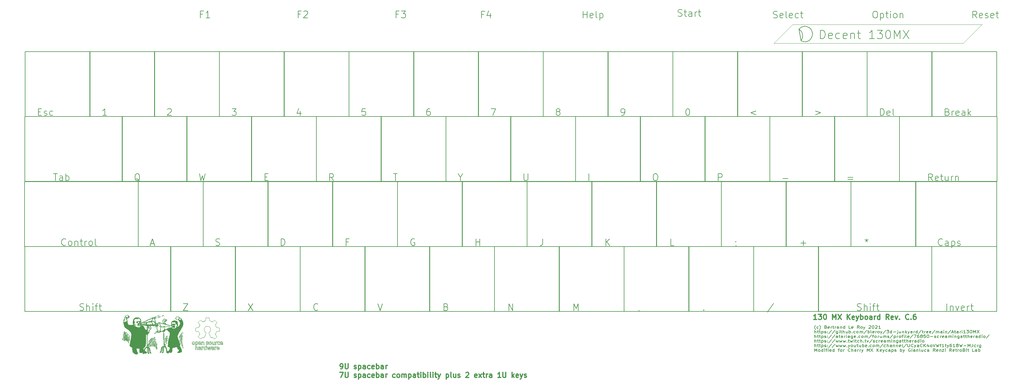
<source format=gto>
G04 #@! TF.GenerationSoftware,KiCad,Pcbnew,5.1.9+dfsg1-1*
G04 #@! TF.CreationDate,2022-01-12T18:18:00+01:00*
G04 #@! TF.ProjectId,Atari130MXPlate,41746172-6931-4333-904d-58506c617465,C.6*
G04 #@! TF.SameCoordinates,Original*
G04 #@! TF.FileFunction,Legend,Top*
G04 #@! TF.FilePolarity,Positive*
%FSLAX46Y46*%
G04 Gerber Fmt 4.6, Leading zero omitted, Abs format (unit mm)*
G04 Created by KiCad (PCBNEW 5.1.9+dfsg1-1) date 2022-01-12 18:18:00*
%MOMM*%
%LPD*%
G01*
G04 APERTURE LIST*
%ADD10C,0.300000*%
%ADD11C,0.150000*%
%ADD12C,0.120000*%
%ADD13C,0.010000*%
%ADD14C,0.200000*%
%ADD15C,0.090000*%
%ADD16C,5.500000*%
%ADD17O,7.000000X10.000000*%
%ADD18C,3.200000*%
G04 APERTURE END LIST*
D10*
X136393571Y-146323571D02*
X136679285Y-146323571D01*
X136822142Y-146252142D01*
X136893571Y-146180714D01*
X137036428Y-145966428D01*
X137107857Y-145680714D01*
X137107857Y-145109285D01*
X137036428Y-144966428D01*
X136965000Y-144895000D01*
X136822142Y-144823571D01*
X136536428Y-144823571D01*
X136393571Y-144895000D01*
X136322142Y-144966428D01*
X136250714Y-145109285D01*
X136250714Y-145466428D01*
X136322142Y-145609285D01*
X136393571Y-145680714D01*
X136536428Y-145752142D01*
X136822142Y-145752142D01*
X136965000Y-145680714D01*
X137036428Y-145609285D01*
X137107857Y-145466428D01*
X137750714Y-144823571D02*
X137750714Y-146037857D01*
X137822142Y-146180714D01*
X137893571Y-146252142D01*
X138036428Y-146323571D01*
X138322142Y-146323571D01*
X138465000Y-146252142D01*
X138536428Y-146180714D01*
X138607857Y-146037857D01*
X138607857Y-144823571D01*
X140393571Y-146252142D02*
X140536428Y-146323571D01*
X140822142Y-146323571D01*
X140965000Y-146252142D01*
X141036428Y-146109285D01*
X141036428Y-146037857D01*
X140965000Y-145895000D01*
X140822142Y-145823571D01*
X140607857Y-145823571D01*
X140465000Y-145752142D01*
X140393571Y-145609285D01*
X140393571Y-145537857D01*
X140465000Y-145395000D01*
X140607857Y-145323571D01*
X140822142Y-145323571D01*
X140965000Y-145395000D01*
X141679285Y-145323571D02*
X141679285Y-146823571D01*
X141679285Y-145395000D02*
X141822142Y-145323571D01*
X142107857Y-145323571D01*
X142250714Y-145395000D01*
X142322142Y-145466428D01*
X142393571Y-145609285D01*
X142393571Y-146037857D01*
X142322142Y-146180714D01*
X142250714Y-146252142D01*
X142107857Y-146323571D01*
X141822142Y-146323571D01*
X141679285Y-146252142D01*
X143679285Y-146323571D02*
X143679285Y-145537857D01*
X143607857Y-145395000D01*
X143465000Y-145323571D01*
X143179285Y-145323571D01*
X143036428Y-145395000D01*
X143679285Y-146252142D02*
X143536428Y-146323571D01*
X143179285Y-146323571D01*
X143036428Y-146252142D01*
X142965000Y-146109285D01*
X142965000Y-145966428D01*
X143036428Y-145823571D01*
X143179285Y-145752142D01*
X143536428Y-145752142D01*
X143679285Y-145680714D01*
X145036428Y-146252142D02*
X144893571Y-146323571D01*
X144607857Y-146323571D01*
X144465000Y-146252142D01*
X144393571Y-146180714D01*
X144322142Y-146037857D01*
X144322142Y-145609285D01*
X144393571Y-145466428D01*
X144465000Y-145395000D01*
X144607857Y-145323571D01*
X144893571Y-145323571D01*
X145036428Y-145395000D01*
X146250714Y-146252142D02*
X146107857Y-146323571D01*
X145822142Y-146323571D01*
X145679285Y-146252142D01*
X145607857Y-146109285D01*
X145607857Y-145537857D01*
X145679285Y-145395000D01*
X145822142Y-145323571D01*
X146107857Y-145323571D01*
X146250714Y-145395000D01*
X146322142Y-145537857D01*
X146322142Y-145680714D01*
X145607857Y-145823571D01*
X146965000Y-146323571D02*
X146965000Y-144823571D01*
X146965000Y-145395000D02*
X147107857Y-145323571D01*
X147393571Y-145323571D01*
X147536428Y-145395000D01*
X147607857Y-145466428D01*
X147679285Y-145609285D01*
X147679285Y-146037857D01*
X147607857Y-146180714D01*
X147536428Y-146252142D01*
X147393571Y-146323571D01*
X147107857Y-146323571D01*
X146965000Y-146252142D01*
X148965000Y-146323571D02*
X148965000Y-145537857D01*
X148893571Y-145395000D01*
X148750714Y-145323571D01*
X148465000Y-145323571D01*
X148322142Y-145395000D01*
X148965000Y-146252142D02*
X148822142Y-146323571D01*
X148465000Y-146323571D01*
X148322142Y-146252142D01*
X148250714Y-146109285D01*
X148250714Y-145966428D01*
X148322142Y-145823571D01*
X148465000Y-145752142D01*
X148822142Y-145752142D01*
X148965000Y-145680714D01*
X149679285Y-146323571D02*
X149679285Y-145323571D01*
X149679285Y-145609285D02*
X149750714Y-145466428D01*
X149822142Y-145395000D01*
X149965000Y-145323571D01*
X150107857Y-145323571D01*
X136179285Y-147373571D02*
X137179285Y-147373571D01*
X136536428Y-148873571D01*
X137750714Y-147373571D02*
X137750714Y-148587857D01*
X137822142Y-148730714D01*
X137893571Y-148802142D01*
X138036428Y-148873571D01*
X138322142Y-148873571D01*
X138465000Y-148802142D01*
X138536428Y-148730714D01*
X138607857Y-148587857D01*
X138607857Y-147373571D01*
X140393571Y-148802142D02*
X140536428Y-148873571D01*
X140822142Y-148873571D01*
X140965000Y-148802142D01*
X141036428Y-148659285D01*
X141036428Y-148587857D01*
X140965000Y-148445000D01*
X140822142Y-148373571D01*
X140607857Y-148373571D01*
X140465000Y-148302142D01*
X140393571Y-148159285D01*
X140393571Y-148087857D01*
X140465000Y-147945000D01*
X140607857Y-147873571D01*
X140822142Y-147873571D01*
X140965000Y-147945000D01*
X141679285Y-147873571D02*
X141679285Y-149373571D01*
X141679285Y-147945000D02*
X141822142Y-147873571D01*
X142107857Y-147873571D01*
X142250714Y-147945000D01*
X142322142Y-148016428D01*
X142393571Y-148159285D01*
X142393571Y-148587857D01*
X142322142Y-148730714D01*
X142250714Y-148802142D01*
X142107857Y-148873571D01*
X141822142Y-148873571D01*
X141679285Y-148802142D01*
X143679285Y-148873571D02*
X143679285Y-148087857D01*
X143607857Y-147945000D01*
X143465000Y-147873571D01*
X143179285Y-147873571D01*
X143036428Y-147945000D01*
X143679285Y-148802142D02*
X143536428Y-148873571D01*
X143179285Y-148873571D01*
X143036428Y-148802142D01*
X142965000Y-148659285D01*
X142965000Y-148516428D01*
X143036428Y-148373571D01*
X143179285Y-148302142D01*
X143536428Y-148302142D01*
X143679285Y-148230714D01*
X145036428Y-148802142D02*
X144893571Y-148873571D01*
X144607857Y-148873571D01*
X144465000Y-148802142D01*
X144393571Y-148730714D01*
X144322142Y-148587857D01*
X144322142Y-148159285D01*
X144393571Y-148016428D01*
X144465000Y-147945000D01*
X144607857Y-147873571D01*
X144893571Y-147873571D01*
X145036428Y-147945000D01*
X146250714Y-148802142D02*
X146107857Y-148873571D01*
X145822142Y-148873571D01*
X145679285Y-148802142D01*
X145607857Y-148659285D01*
X145607857Y-148087857D01*
X145679285Y-147945000D01*
X145822142Y-147873571D01*
X146107857Y-147873571D01*
X146250714Y-147945000D01*
X146322142Y-148087857D01*
X146322142Y-148230714D01*
X145607857Y-148373571D01*
X146965000Y-148873571D02*
X146965000Y-147373571D01*
X146965000Y-147945000D02*
X147107857Y-147873571D01*
X147393571Y-147873571D01*
X147536428Y-147945000D01*
X147607857Y-148016428D01*
X147679285Y-148159285D01*
X147679285Y-148587857D01*
X147607857Y-148730714D01*
X147536428Y-148802142D01*
X147393571Y-148873571D01*
X147107857Y-148873571D01*
X146965000Y-148802142D01*
X148965000Y-148873571D02*
X148965000Y-148087857D01*
X148893571Y-147945000D01*
X148750714Y-147873571D01*
X148465000Y-147873571D01*
X148322142Y-147945000D01*
X148965000Y-148802142D02*
X148822142Y-148873571D01*
X148465000Y-148873571D01*
X148322142Y-148802142D01*
X148250714Y-148659285D01*
X148250714Y-148516428D01*
X148322142Y-148373571D01*
X148465000Y-148302142D01*
X148822142Y-148302142D01*
X148965000Y-148230714D01*
X149679285Y-148873571D02*
X149679285Y-147873571D01*
X149679285Y-148159285D02*
X149750714Y-148016428D01*
X149822142Y-147945000D01*
X149965000Y-147873571D01*
X150107857Y-147873571D01*
X152393571Y-148802142D02*
X152250714Y-148873571D01*
X151965000Y-148873571D01*
X151822142Y-148802142D01*
X151750714Y-148730714D01*
X151679285Y-148587857D01*
X151679285Y-148159285D01*
X151750714Y-148016428D01*
X151822142Y-147945000D01*
X151965000Y-147873571D01*
X152250714Y-147873571D01*
X152393571Y-147945000D01*
X153250714Y-148873571D02*
X153107857Y-148802142D01*
X153036428Y-148730714D01*
X152965000Y-148587857D01*
X152965000Y-148159285D01*
X153036428Y-148016428D01*
X153107857Y-147945000D01*
X153250714Y-147873571D01*
X153465000Y-147873571D01*
X153607857Y-147945000D01*
X153679285Y-148016428D01*
X153750714Y-148159285D01*
X153750714Y-148587857D01*
X153679285Y-148730714D01*
X153607857Y-148802142D01*
X153465000Y-148873571D01*
X153250714Y-148873571D01*
X154393571Y-148873571D02*
X154393571Y-147873571D01*
X154393571Y-148016428D02*
X154465000Y-147945000D01*
X154607857Y-147873571D01*
X154822142Y-147873571D01*
X154965000Y-147945000D01*
X155036428Y-148087857D01*
X155036428Y-148873571D01*
X155036428Y-148087857D02*
X155107857Y-147945000D01*
X155250714Y-147873571D01*
X155465000Y-147873571D01*
X155607857Y-147945000D01*
X155679285Y-148087857D01*
X155679285Y-148873571D01*
X156393571Y-147873571D02*
X156393571Y-149373571D01*
X156393571Y-147945000D02*
X156536428Y-147873571D01*
X156822142Y-147873571D01*
X156965000Y-147945000D01*
X157036428Y-148016428D01*
X157107857Y-148159285D01*
X157107857Y-148587857D01*
X157036428Y-148730714D01*
X156965000Y-148802142D01*
X156822142Y-148873571D01*
X156536428Y-148873571D01*
X156393571Y-148802142D01*
X158393571Y-148873571D02*
X158393571Y-148087857D01*
X158322142Y-147945000D01*
X158179285Y-147873571D01*
X157893571Y-147873571D01*
X157750714Y-147945000D01*
X158393571Y-148802142D02*
X158250714Y-148873571D01*
X157893571Y-148873571D01*
X157750714Y-148802142D01*
X157679285Y-148659285D01*
X157679285Y-148516428D01*
X157750714Y-148373571D01*
X157893571Y-148302142D01*
X158250714Y-148302142D01*
X158393571Y-148230714D01*
X158893571Y-147873571D02*
X159465000Y-147873571D01*
X159107857Y-147373571D02*
X159107857Y-148659285D01*
X159179285Y-148802142D01*
X159322142Y-148873571D01*
X159465000Y-148873571D01*
X159965000Y-148873571D02*
X159965000Y-147873571D01*
X159965000Y-147373571D02*
X159893571Y-147445000D01*
X159965000Y-147516428D01*
X160036428Y-147445000D01*
X159965000Y-147373571D01*
X159965000Y-147516428D01*
X160679285Y-148873571D02*
X160679285Y-147373571D01*
X160679285Y-147945000D02*
X160822142Y-147873571D01*
X161107857Y-147873571D01*
X161250714Y-147945000D01*
X161322142Y-148016428D01*
X161393571Y-148159285D01*
X161393571Y-148587857D01*
X161322142Y-148730714D01*
X161250714Y-148802142D01*
X161107857Y-148873571D01*
X160822142Y-148873571D01*
X160679285Y-148802142D01*
X162036428Y-148873571D02*
X162036428Y-147873571D01*
X162036428Y-147373571D02*
X161965000Y-147445000D01*
X162036428Y-147516428D01*
X162107857Y-147445000D01*
X162036428Y-147373571D01*
X162036428Y-147516428D01*
X162965000Y-148873571D02*
X162822142Y-148802142D01*
X162750714Y-148659285D01*
X162750714Y-147373571D01*
X163536428Y-148873571D02*
X163536428Y-147873571D01*
X163536428Y-147373571D02*
X163465000Y-147445000D01*
X163536428Y-147516428D01*
X163607857Y-147445000D01*
X163536428Y-147373571D01*
X163536428Y-147516428D01*
X164036428Y-147873571D02*
X164607857Y-147873571D01*
X164250714Y-147373571D02*
X164250714Y-148659285D01*
X164322142Y-148802142D01*
X164465000Y-148873571D01*
X164607857Y-148873571D01*
X164965000Y-147873571D02*
X165322142Y-148873571D01*
X165679285Y-147873571D02*
X165322142Y-148873571D01*
X165179285Y-149230714D01*
X165107857Y-149302142D01*
X164965000Y-149373571D01*
X167393571Y-147873571D02*
X167393571Y-149373571D01*
X167393571Y-147945000D02*
X167536428Y-147873571D01*
X167822142Y-147873571D01*
X167965000Y-147945000D01*
X168036428Y-148016428D01*
X168107857Y-148159285D01*
X168107857Y-148587857D01*
X168036428Y-148730714D01*
X167965000Y-148802142D01*
X167822142Y-148873571D01*
X167536428Y-148873571D01*
X167393571Y-148802142D01*
X168965000Y-148873571D02*
X168822142Y-148802142D01*
X168750714Y-148659285D01*
X168750714Y-147373571D01*
X170179285Y-147873571D02*
X170179285Y-148873571D01*
X169536428Y-147873571D02*
X169536428Y-148659285D01*
X169607857Y-148802142D01*
X169750714Y-148873571D01*
X169965000Y-148873571D01*
X170107857Y-148802142D01*
X170179285Y-148730714D01*
X170822142Y-148802142D02*
X170965000Y-148873571D01*
X171250714Y-148873571D01*
X171393571Y-148802142D01*
X171465000Y-148659285D01*
X171465000Y-148587857D01*
X171393571Y-148445000D01*
X171250714Y-148373571D01*
X171036428Y-148373571D01*
X170893571Y-148302142D01*
X170822142Y-148159285D01*
X170822142Y-148087857D01*
X170893571Y-147945000D01*
X171036428Y-147873571D01*
X171250714Y-147873571D01*
X171393571Y-147945000D01*
X173179285Y-147516428D02*
X173250714Y-147445000D01*
X173393571Y-147373571D01*
X173750714Y-147373571D01*
X173893571Y-147445000D01*
X173965000Y-147516428D01*
X174036428Y-147659285D01*
X174036428Y-147802142D01*
X173965000Y-148016428D01*
X173107857Y-148873571D01*
X174036428Y-148873571D01*
X176393571Y-148802142D02*
X176250714Y-148873571D01*
X175965000Y-148873571D01*
X175822142Y-148802142D01*
X175750714Y-148659285D01*
X175750714Y-148087857D01*
X175822142Y-147945000D01*
X175965000Y-147873571D01*
X176250714Y-147873571D01*
X176393571Y-147945000D01*
X176465000Y-148087857D01*
X176465000Y-148230714D01*
X175750714Y-148373571D01*
X176965000Y-148873571D02*
X177750714Y-147873571D01*
X176965000Y-147873571D02*
X177750714Y-148873571D01*
X178107857Y-147873571D02*
X178679285Y-147873571D01*
X178322142Y-147373571D02*
X178322142Y-148659285D01*
X178393571Y-148802142D01*
X178536428Y-148873571D01*
X178679285Y-148873571D01*
X179179285Y-148873571D02*
X179179285Y-147873571D01*
X179179285Y-148159285D02*
X179250714Y-148016428D01*
X179322142Y-147945000D01*
X179465000Y-147873571D01*
X179607857Y-147873571D01*
X180750714Y-148873571D02*
X180750714Y-148087857D01*
X180679285Y-147945000D01*
X180536428Y-147873571D01*
X180250714Y-147873571D01*
X180107857Y-147945000D01*
X180750714Y-148802142D02*
X180607857Y-148873571D01*
X180250714Y-148873571D01*
X180107857Y-148802142D01*
X180036428Y-148659285D01*
X180036428Y-148516428D01*
X180107857Y-148373571D01*
X180250714Y-148302142D01*
X180607857Y-148302142D01*
X180750714Y-148230714D01*
X183393571Y-148873571D02*
X182536428Y-148873571D01*
X182965000Y-148873571D02*
X182965000Y-147373571D01*
X182822142Y-147587857D01*
X182679285Y-147730714D01*
X182536428Y-147802142D01*
X184036428Y-147373571D02*
X184036428Y-148587857D01*
X184107857Y-148730714D01*
X184179285Y-148802142D01*
X184322142Y-148873571D01*
X184607857Y-148873571D01*
X184750714Y-148802142D01*
X184822142Y-148730714D01*
X184893571Y-148587857D01*
X184893571Y-147373571D01*
X186750714Y-148873571D02*
X186750714Y-147373571D01*
X186893571Y-148302142D02*
X187322142Y-148873571D01*
X187322142Y-147873571D02*
X186750714Y-148445000D01*
X188536428Y-148802142D02*
X188393571Y-148873571D01*
X188107857Y-148873571D01*
X187965000Y-148802142D01*
X187893571Y-148659285D01*
X187893571Y-148087857D01*
X187965000Y-147945000D01*
X188107857Y-147873571D01*
X188393571Y-147873571D01*
X188536428Y-147945000D01*
X188607857Y-148087857D01*
X188607857Y-148230714D01*
X187893571Y-148373571D01*
X189107857Y-147873571D02*
X189465000Y-148873571D01*
X189822142Y-147873571D02*
X189465000Y-148873571D01*
X189322142Y-149230714D01*
X189250714Y-149302142D01*
X189107857Y-149373571D01*
X190322142Y-148802142D02*
X190465000Y-148873571D01*
X190750714Y-148873571D01*
X190893571Y-148802142D01*
X190965000Y-148659285D01*
X190965000Y-148587857D01*
X190893571Y-148445000D01*
X190750714Y-148373571D01*
X190536428Y-148373571D01*
X190393571Y-148302142D01*
X190322142Y-148159285D01*
X190322142Y-148087857D01*
X190393571Y-147945000D01*
X190536428Y-147873571D01*
X190750714Y-147873571D01*
X190893571Y-147945000D01*
D11*
X95986957Y-42206822D02*
X95320290Y-42206822D01*
X95320290Y-43254441D02*
X95320290Y-41254441D01*
X96272671Y-41254441D01*
X98082195Y-43254441D02*
X96939338Y-43254441D01*
X97510766Y-43254441D02*
X97510766Y-41254441D01*
X97320290Y-41540156D01*
X97129814Y-41730632D01*
X96939338Y-41825870D01*
X124661017Y-42206822D02*
X123994350Y-42206822D01*
X123994350Y-43254441D02*
X123994350Y-41254441D01*
X124946731Y-41254441D01*
X125613398Y-41444918D02*
X125708636Y-41349680D01*
X125899112Y-41254441D01*
X126375302Y-41254441D01*
X126565779Y-41349680D01*
X126661017Y-41444918D01*
X126756255Y-41635394D01*
X126756255Y-41825870D01*
X126661017Y-42111584D01*
X125518160Y-43254441D01*
X126756255Y-43254441D01*
X153360477Y-42206822D02*
X152693810Y-42206822D01*
X152693810Y-43254441D02*
X152693810Y-41254441D01*
X153646191Y-41254441D01*
X154217620Y-41254441D02*
X155455715Y-41254441D01*
X154789048Y-42016346D01*
X155074762Y-42016346D01*
X155265239Y-42111584D01*
X155360477Y-42206822D01*
X155455715Y-42397299D01*
X155455715Y-42873489D01*
X155360477Y-43063965D01*
X155265239Y-43159203D01*
X155074762Y-43254441D01*
X154503334Y-43254441D01*
X154312858Y-43159203D01*
X154217620Y-43063965D01*
X178435357Y-42247142D02*
X177768690Y-42247142D01*
X177768690Y-43294761D02*
X177768690Y-41294761D01*
X178721071Y-41294761D01*
X180340119Y-41961428D02*
X180340119Y-43294761D01*
X179863928Y-41199523D02*
X179387738Y-42628095D01*
X180625833Y-42628095D01*
D10*
X276082142Y-131798571D02*
X275225000Y-131798571D01*
X275653571Y-131798571D02*
X275653571Y-130298571D01*
X275510714Y-130512857D01*
X275367857Y-130655714D01*
X275225000Y-130727142D01*
X276582142Y-130298571D02*
X277510714Y-130298571D01*
X277010714Y-130870000D01*
X277225000Y-130870000D01*
X277367857Y-130941428D01*
X277439285Y-131012857D01*
X277510714Y-131155714D01*
X277510714Y-131512857D01*
X277439285Y-131655714D01*
X277367857Y-131727142D01*
X277225000Y-131798571D01*
X276796428Y-131798571D01*
X276653571Y-131727142D01*
X276582142Y-131655714D01*
X278439285Y-130298571D02*
X278582142Y-130298571D01*
X278725000Y-130370000D01*
X278796428Y-130441428D01*
X278867857Y-130584285D01*
X278939285Y-130870000D01*
X278939285Y-131227142D01*
X278867857Y-131512857D01*
X278796428Y-131655714D01*
X278725000Y-131727142D01*
X278582142Y-131798571D01*
X278439285Y-131798571D01*
X278296428Y-131727142D01*
X278225000Y-131655714D01*
X278153571Y-131512857D01*
X278082142Y-131227142D01*
X278082142Y-130870000D01*
X278153571Y-130584285D01*
X278225000Y-130441428D01*
X278296428Y-130370000D01*
X278439285Y-130298571D01*
X280725000Y-131798571D02*
X280725000Y-130298571D01*
X281225000Y-131370000D01*
X281725000Y-130298571D01*
X281725000Y-131798571D01*
X282296428Y-130298571D02*
X283296428Y-131798571D01*
X283296428Y-130298571D02*
X282296428Y-131798571D01*
X285010714Y-131798571D02*
X285010714Y-130298571D01*
X285867857Y-131798571D02*
X285225000Y-130941428D01*
X285867857Y-130298571D02*
X285010714Y-131155714D01*
X287082142Y-131727142D02*
X286939285Y-131798571D01*
X286653571Y-131798571D01*
X286510714Y-131727142D01*
X286439285Y-131584285D01*
X286439285Y-131012857D01*
X286510714Y-130870000D01*
X286653571Y-130798571D01*
X286939285Y-130798571D01*
X287082142Y-130870000D01*
X287153571Y-131012857D01*
X287153571Y-131155714D01*
X286439285Y-131298571D01*
X287653571Y-130798571D02*
X288010714Y-131798571D01*
X288367857Y-130798571D02*
X288010714Y-131798571D01*
X287867857Y-132155714D01*
X287796428Y-132227142D01*
X287653571Y-132298571D01*
X288939285Y-131798571D02*
X288939285Y-130298571D01*
X288939285Y-130870000D02*
X289082142Y-130798571D01*
X289367857Y-130798571D01*
X289510714Y-130870000D01*
X289582142Y-130941428D01*
X289653571Y-131084285D01*
X289653571Y-131512857D01*
X289582142Y-131655714D01*
X289510714Y-131727142D01*
X289367857Y-131798571D01*
X289082142Y-131798571D01*
X288939285Y-131727142D01*
X290510714Y-131798571D02*
X290367857Y-131727142D01*
X290296428Y-131655714D01*
X290225000Y-131512857D01*
X290225000Y-131084285D01*
X290296428Y-130941428D01*
X290367857Y-130870000D01*
X290510714Y-130798571D01*
X290725000Y-130798571D01*
X290867857Y-130870000D01*
X290939285Y-130941428D01*
X291010714Y-131084285D01*
X291010714Y-131512857D01*
X290939285Y-131655714D01*
X290867857Y-131727142D01*
X290725000Y-131798571D01*
X290510714Y-131798571D01*
X292296428Y-131798571D02*
X292296428Y-131012857D01*
X292225000Y-130870000D01*
X292082142Y-130798571D01*
X291796428Y-130798571D01*
X291653571Y-130870000D01*
X292296428Y-131727142D02*
X292153571Y-131798571D01*
X291796428Y-131798571D01*
X291653571Y-131727142D01*
X291582142Y-131584285D01*
X291582142Y-131441428D01*
X291653571Y-131298571D01*
X291796428Y-131227142D01*
X292153571Y-131227142D01*
X292296428Y-131155714D01*
X293010714Y-131798571D02*
X293010714Y-130798571D01*
X293010714Y-131084285D02*
X293082142Y-130941428D01*
X293153571Y-130870000D01*
X293296428Y-130798571D01*
X293439285Y-130798571D01*
X294582142Y-131798571D02*
X294582142Y-130298571D01*
X294582142Y-131727142D02*
X294439285Y-131798571D01*
X294153571Y-131798571D01*
X294010714Y-131727142D01*
X293939285Y-131655714D01*
X293867857Y-131512857D01*
X293867857Y-131084285D01*
X293939285Y-130941428D01*
X294010714Y-130870000D01*
X294153571Y-130798571D01*
X294439285Y-130798571D01*
X294582142Y-130870000D01*
X297296428Y-131798571D02*
X296796428Y-131084285D01*
X296439285Y-131798571D02*
X296439285Y-130298571D01*
X297010714Y-130298571D01*
X297153571Y-130370000D01*
X297225000Y-130441428D01*
X297296428Y-130584285D01*
X297296428Y-130798571D01*
X297225000Y-130941428D01*
X297153571Y-131012857D01*
X297010714Y-131084285D01*
X296439285Y-131084285D01*
X298510714Y-131727142D02*
X298367857Y-131798571D01*
X298082142Y-131798571D01*
X297939285Y-131727142D01*
X297867857Y-131584285D01*
X297867857Y-131012857D01*
X297939285Y-130870000D01*
X298082142Y-130798571D01*
X298367857Y-130798571D01*
X298510714Y-130870000D01*
X298582142Y-131012857D01*
X298582142Y-131155714D01*
X297867857Y-131298571D01*
X299082142Y-130798571D02*
X299439285Y-131798571D01*
X299796428Y-130798571D01*
X300367857Y-131655714D02*
X300439285Y-131727142D01*
X300367857Y-131798571D01*
X300296428Y-131727142D01*
X300367857Y-131655714D01*
X300367857Y-131798571D01*
X303082142Y-131655714D02*
X303010714Y-131727142D01*
X302796428Y-131798571D01*
X302653571Y-131798571D01*
X302439285Y-131727142D01*
X302296428Y-131584285D01*
X302225000Y-131441428D01*
X302153571Y-131155714D01*
X302153571Y-130941428D01*
X302225000Y-130655714D01*
X302296428Y-130512857D01*
X302439285Y-130370000D01*
X302653571Y-130298571D01*
X302796428Y-130298571D01*
X303010714Y-130370000D01*
X303082142Y-130441428D01*
X303725000Y-131655714D02*
X303796428Y-131727142D01*
X303725000Y-131798571D01*
X303653571Y-131727142D01*
X303725000Y-131655714D01*
X303725000Y-131798571D01*
X305082142Y-130298571D02*
X304796428Y-130298571D01*
X304653571Y-130370000D01*
X304582142Y-130441428D01*
X304439285Y-130655714D01*
X304367857Y-130941428D01*
X304367857Y-131512857D01*
X304439285Y-131655714D01*
X304510714Y-131727142D01*
X304653571Y-131798571D01*
X304939285Y-131798571D01*
X305082142Y-131727142D01*
X305153571Y-131655714D01*
X305225000Y-131512857D01*
X305225000Y-131155714D01*
X305153571Y-131012857D01*
X305082142Y-130941428D01*
X304939285Y-130870000D01*
X304653571Y-130870000D01*
X304510714Y-130941428D01*
X304439285Y-131012857D01*
X304367857Y-131155714D01*
D11*
X275751309Y-134761666D02*
X275703690Y-134723571D01*
X275608452Y-134609285D01*
X275560833Y-134533095D01*
X275513214Y-134418809D01*
X275465595Y-134228333D01*
X275465595Y-134075952D01*
X275513214Y-133885476D01*
X275560833Y-133771190D01*
X275608452Y-133695000D01*
X275703690Y-133580714D01*
X275751309Y-133542619D01*
X276560833Y-134418809D02*
X276465595Y-134456904D01*
X276275119Y-134456904D01*
X276179880Y-134418809D01*
X276132261Y-134380714D01*
X276084642Y-134304523D01*
X276084642Y-134075952D01*
X276132261Y-133999761D01*
X276179880Y-133961666D01*
X276275119Y-133923571D01*
X276465595Y-133923571D01*
X276560833Y-133961666D01*
X276894166Y-134761666D02*
X276941785Y-134723571D01*
X277037023Y-134609285D01*
X277084642Y-134533095D01*
X277132261Y-134418809D01*
X277179880Y-134228333D01*
X277179880Y-134075952D01*
X277132261Y-133885476D01*
X277084642Y-133771190D01*
X277037023Y-133695000D01*
X276941785Y-133580714D01*
X276894166Y-133542619D01*
X278751309Y-134037857D02*
X278894166Y-134075952D01*
X278941785Y-134114047D01*
X278989404Y-134190238D01*
X278989404Y-134304523D01*
X278941785Y-134380714D01*
X278894166Y-134418809D01*
X278798928Y-134456904D01*
X278417976Y-134456904D01*
X278417976Y-133656904D01*
X278751309Y-133656904D01*
X278846547Y-133695000D01*
X278894166Y-133733095D01*
X278941785Y-133809285D01*
X278941785Y-133885476D01*
X278894166Y-133961666D01*
X278846547Y-133999761D01*
X278751309Y-134037857D01*
X278417976Y-134037857D01*
X279798928Y-134418809D02*
X279703690Y-134456904D01*
X279513214Y-134456904D01*
X279417976Y-134418809D01*
X279370357Y-134342619D01*
X279370357Y-134037857D01*
X279417976Y-133961666D01*
X279513214Y-133923571D01*
X279703690Y-133923571D01*
X279798928Y-133961666D01*
X279846547Y-134037857D01*
X279846547Y-134114047D01*
X279370357Y-134190238D01*
X280275119Y-134456904D02*
X280275119Y-133923571D01*
X280275119Y-134075952D02*
X280322738Y-133999761D01*
X280370357Y-133961666D01*
X280465595Y-133923571D01*
X280560833Y-133923571D01*
X280751309Y-133923571D02*
X281132261Y-133923571D01*
X280894166Y-133656904D02*
X280894166Y-134342619D01*
X280941785Y-134418809D01*
X281037023Y-134456904D01*
X281132261Y-134456904D01*
X281465595Y-134456904D02*
X281465595Y-133923571D01*
X281465595Y-134075952D02*
X281513214Y-133999761D01*
X281560833Y-133961666D01*
X281656071Y-133923571D01*
X281751309Y-133923571D01*
X282513214Y-134456904D02*
X282513214Y-134037857D01*
X282465595Y-133961666D01*
X282370357Y-133923571D01*
X282179880Y-133923571D01*
X282084642Y-133961666D01*
X282513214Y-134418809D02*
X282417976Y-134456904D01*
X282179880Y-134456904D01*
X282084642Y-134418809D01*
X282037023Y-134342619D01*
X282037023Y-134266428D01*
X282084642Y-134190238D01*
X282179880Y-134152142D01*
X282417976Y-134152142D01*
X282513214Y-134114047D01*
X282989404Y-133923571D02*
X282989404Y-134456904D01*
X282989404Y-133999761D02*
X283037023Y-133961666D01*
X283132261Y-133923571D01*
X283275119Y-133923571D01*
X283370357Y-133961666D01*
X283417976Y-134037857D01*
X283417976Y-134456904D01*
X284322738Y-134456904D02*
X284322738Y-133656904D01*
X284322738Y-134418809D02*
X284227500Y-134456904D01*
X284037023Y-134456904D01*
X283941785Y-134418809D01*
X283894166Y-134380714D01*
X283846547Y-134304523D01*
X283846547Y-134075952D01*
X283894166Y-133999761D01*
X283941785Y-133961666D01*
X284037023Y-133923571D01*
X284227500Y-133923571D01*
X284322738Y-133961666D01*
X286037023Y-134456904D02*
X285560833Y-134456904D01*
X285560833Y-133656904D01*
X286751309Y-134418809D02*
X286656071Y-134456904D01*
X286465595Y-134456904D01*
X286370357Y-134418809D01*
X286322738Y-134342619D01*
X286322738Y-134037857D01*
X286370357Y-133961666D01*
X286465595Y-133923571D01*
X286656071Y-133923571D01*
X286751309Y-133961666D01*
X286798928Y-134037857D01*
X286798928Y-134114047D01*
X286322738Y-134190238D01*
X288560833Y-134456904D02*
X288227500Y-134075952D01*
X287989404Y-134456904D02*
X287989404Y-133656904D01*
X288370357Y-133656904D01*
X288465595Y-133695000D01*
X288513214Y-133733095D01*
X288560833Y-133809285D01*
X288560833Y-133923571D01*
X288513214Y-133999761D01*
X288465595Y-134037857D01*
X288370357Y-134075952D01*
X287989404Y-134075952D01*
X289132261Y-134456904D02*
X289037023Y-134418809D01*
X288989404Y-134380714D01*
X288941785Y-134304523D01*
X288941785Y-134075952D01*
X288989404Y-133999761D01*
X289037023Y-133961666D01*
X289132261Y-133923571D01*
X289275119Y-133923571D01*
X289370357Y-133961666D01*
X289417976Y-133999761D01*
X289465595Y-134075952D01*
X289465595Y-134304523D01*
X289417976Y-134380714D01*
X289370357Y-134418809D01*
X289275119Y-134456904D01*
X289132261Y-134456904D01*
X289798928Y-133923571D02*
X290037023Y-134456904D01*
X290275119Y-133923571D02*
X290037023Y-134456904D01*
X289941785Y-134647380D01*
X289894166Y-134685476D01*
X289798928Y-134723571D01*
X291370357Y-133733095D02*
X291417976Y-133695000D01*
X291513214Y-133656904D01*
X291751309Y-133656904D01*
X291846547Y-133695000D01*
X291894166Y-133733095D01*
X291941785Y-133809285D01*
X291941785Y-133885476D01*
X291894166Y-133999761D01*
X291322738Y-134456904D01*
X291941785Y-134456904D01*
X292560833Y-133656904D02*
X292656071Y-133656904D01*
X292751309Y-133695000D01*
X292798928Y-133733095D01*
X292846547Y-133809285D01*
X292894166Y-133961666D01*
X292894166Y-134152142D01*
X292846547Y-134304523D01*
X292798928Y-134380714D01*
X292751309Y-134418809D01*
X292656071Y-134456904D01*
X292560833Y-134456904D01*
X292465595Y-134418809D01*
X292417976Y-134380714D01*
X292370357Y-134304523D01*
X292322738Y-134152142D01*
X292322738Y-133961666D01*
X292370357Y-133809285D01*
X292417976Y-133733095D01*
X292465595Y-133695000D01*
X292560833Y-133656904D01*
X293275119Y-133733095D02*
X293322738Y-133695000D01*
X293417976Y-133656904D01*
X293656071Y-133656904D01*
X293751309Y-133695000D01*
X293798928Y-133733095D01*
X293846547Y-133809285D01*
X293846547Y-133885476D01*
X293798928Y-133999761D01*
X293227500Y-134456904D01*
X293846547Y-134456904D01*
X294798928Y-134456904D02*
X294227500Y-134456904D01*
X294513214Y-134456904D02*
X294513214Y-133656904D01*
X294417976Y-133771190D01*
X294322738Y-133847380D01*
X294227500Y-133885476D01*
X275465595Y-135806904D02*
X275465595Y-135006904D01*
X275894166Y-135806904D02*
X275894166Y-135387857D01*
X275846547Y-135311666D01*
X275751309Y-135273571D01*
X275608452Y-135273571D01*
X275513214Y-135311666D01*
X275465595Y-135349761D01*
X276227500Y-135273571D02*
X276608452Y-135273571D01*
X276370357Y-135006904D02*
X276370357Y-135692619D01*
X276417976Y-135768809D01*
X276513214Y-135806904D01*
X276608452Y-135806904D01*
X276798928Y-135273571D02*
X277179880Y-135273571D01*
X276941785Y-135006904D02*
X276941785Y-135692619D01*
X276989404Y-135768809D01*
X277084642Y-135806904D01*
X277179880Y-135806904D01*
X277513214Y-135273571D02*
X277513214Y-136073571D01*
X277513214Y-135311666D02*
X277608452Y-135273571D01*
X277798928Y-135273571D01*
X277894166Y-135311666D01*
X277941785Y-135349761D01*
X277989404Y-135425952D01*
X277989404Y-135654523D01*
X277941785Y-135730714D01*
X277894166Y-135768809D01*
X277798928Y-135806904D01*
X277608452Y-135806904D01*
X277513214Y-135768809D01*
X278370357Y-135768809D02*
X278465595Y-135806904D01*
X278656071Y-135806904D01*
X278751309Y-135768809D01*
X278798928Y-135692619D01*
X278798928Y-135654523D01*
X278751309Y-135578333D01*
X278656071Y-135540238D01*
X278513214Y-135540238D01*
X278417976Y-135502142D01*
X278370357Y-135425952D01*
X278370357Y-135387857D01*
X278417976Y-135311666D01*
X278513214Y-135273571D01*
X278656071Y-135273571D01*
X278751309Y-135311666D01*
X279227500Y-135730714D02*
X279275119Y-135768809D01*
X279227500Y-135806904D01*
X279179880Y-135768809D01*
X279227500Y-135730714D01*
X279227500Y-135806904D01*
X279227500Y-135311666D02*
X279275119Y-135349761D01*
X279227500Y-135387857D01*
X279179880Y-135349761D01*
X279227500Y-135311666D01*
X279227500Y-135387857D01*
X280417976Y-134968809D02*
X279560833Y-135997380D01*
X281465595Y-134968809D02*
X280608452Y-135997380D01*
X282227500Y-135273571D02*
X282227500Y-135921190D01*
X282179880Y-135997380D01*
X282132261Y-136035476D01*
X282037023Y-136073571D01*
X281894166Y-136073571D01*
X281798928Y-136035476D01*
X282227500Y-135768809D02*
X282132261Y-135806904D01*
X281941785Y-135806904D01*
X281846547Y-135768809D01*
X281798928Y-135730714D01*
X281751309Y-135654523D01*
X281751309Y-135425952D01*
X281798928Y-135349761D01*
X281846547Y-135311666D01*
X281941785Y-135273571D01*
X282132261Y-135273571D01*
X282227500Y-135311666D01*
X282703690Y-135806904D02*
X282703690Y-135273571D01*
X282703690Y-135006904D02*
X282656071Y-135045000D01*
X282703690Y-135083095D01*
X282751309Y-135045000D01*
X282703690Y-135006904D01*
X282703690Y-135083095D01*
X283037023Y-135273571D02*
X283417976Y-135273571D01*
X283179880Y-135006904D02*
X283179880Y-135692619D01*
X283227500Y-135768809D01*
X283322738Y-135806904D01*
X283417976Y-135806904D01*
X283751309Y-135806904D02*
X283751309Y-135006904D01*
X284179880Y-135806904D02*
X284179880Y-135387857D01*
X284132261Y-135311666D01*
X284037023Y-135273571D01*
X283894166Y-135273571D01*
X283798928Y-135311666D01*
X283751309Y-135349761D01*
X285084642Y-135273571D02*
X285084642Y-135806904D01*
X284656071Y-135273571D02*
X284656071Y-135692619D01*
X284703690Y-135768809D01*
X284798928Y-135806904D01*
X284941785Y-135806904D01*
X285037023Y-135768809D01*
X285084642Y-135730714D01*
X285560833Y-135806904D02*
X285560833Y-135006904D01*
X285560833Y-135311666D02*
X285656071Y-135273571D01*
X285846547Y-135273571D01*
X285941785Y-135311666D01*
X285989404Y-135349761D01*
X286037023Y-135425952D01*
X286037023Y-135654523D01*
X285989404Y-135730714D01*
X285941785Y-135768809D01*
X285846547Y-135806904D01*
X285656071Y-135806904D01*
X285560833Y-135768809D01*
X286465595Y-135730714D02*
X286513214Y-135768809D01*
X286465595Y-135806904D01*
X286417976Y-135768809D01*
X286465595Y-135730714D01*
X286465595Y-135806904D01*
X287370357Y-135768809D02*
X287275119Y-135806904D01*
X287084642Y-135806904D01*
X286989404Y-135768809D01*
X286941785Y-135730714D01*
X286894166Y-135654523D01*
X286894166Y-135425952D01*
X286941785Y-135349761D01*
X286989404Y-135311666D01*
X287084642Y-135273571D01*
X287275119Y-135273571D01*
X287370357Y-135311666D01*
X287941785Y-135806904D02*
X287846547Y-135768809D01*
X287798928Y-135730714D01*
X287751309Y-135654523D01*
X287751309Y-135425952D01*
X287798928Y-135349761D01*
X287846547Y-135311666D01*
X287941785Y-135273571D01*
X288084642Y-135273571D01*
X288179880Y-135311666D01*
X288227500Y-135349761D01*
X288275119Y-135425952D01*
X288275119Y-135654523D01*
X288227500Y-135730714D01*
X288179880Y-135768809D01*
X288084642Y-135806904D01*
X287941785Y-135806904D01*
X288703690Y-135806904D02*
X288703690Y-135273571D01*
X288703690Y-135349761D02*
X288751309Y-135311666D01*
X288846547Y-135273571D01*
X288989404Y-135273571D01*
X289084642Y-135311666D01*
X289132261Y-135387857D01*
X289132261Y-135806904D01*
X289132261Y-135387857D02*
X289179880Y-135311666D01*
X289275119Y-135273571D01*
X289417976Y-135273571D01*
X289513214Y-135311666D01*
X289560833Y-135387857D01*
X289560833Y-135806904D01*
X290751309Y-134968809D02*
X289894166Y-135997380D01*
X291084642Y-135806904D02*
X291084642Y-135006904D01*
X291084642Y-135311666D02*
X291179880Y-135273571D01*
X291370357Y-135273571D01*
X291465595Y-135311666D01*
X291513214Y-135349761D01*
X291560833Y-135425952D01*
X291560833Y-135654523D01*
X291513214Y-135730714D01*
X291465595Y-135768809D01*
X291370357Y-135806904D01*
X291179880Y-135806904D01*
X291084642Y-135768809D01*
X292132261Y-135806904D02*
X292037023Y-135768809D01*
X291989404Y-135692619D01*
X291989404Y-135006904D01*
X292894166Y-135768809D02*
X292798928Y-135806904D01*
X292608452Y-135806904D01*
X292513214Y-135768809D01*
X292465595Y-135692619D01*
X292465595Y-135387857D01*
X292513214Y-135311666D01*
X292608452Y-135273571D01*
X292798928Y-135273571D01*
X292894166Y-135311666D01*
X292941785Y-135387857D01*
X292941785Y-135464047D01*
X292465595Y-135540238D01*
X293370357Y-135806904D02*
X293370357Y-135273571D01*
X293370357Y-135425952D02*
X293417976Y-135349761D01*
X293465595Y-135311666D01*
X293560833Y-135273571D01*
X293656071Y-135273571D01*
X294132261Y-135806904D02*
X294037023Y-135768809D01*
X293989404Y-135730714D01*
X293941785Y-135654523D01*
X293941785Y-135425952D01*
X293989404Y-135349761D01*
X294037023Y-135311666D01*
X294132261Y-135273571D01*
X294275119Y-135273571D01*
X294370357Y-135311666D01*
X294417976Y-135349761D01*
X294465595Y-135425952D01*
X294465595Y-135654523D01*
X294417976Y-135730714D01*
X294370357Y-135768809D01*
X294275119Y-135806904D01*
X294132261Y-135806904D01*
X294798928Y-135273571D02*
X295037023Y-135806904D01*
X295275119Y-135273571D02*
X295037023Y-135806904D01*
X294941785Y-135997380D01*
X294894166Y-136035476D01*
X294798928Y-136073571D01*
X296370357Y-134968809D02*
X295513214Y-135997380D01*
X296608452Y-135006904D02*
X297227500Y-135006904D01*
X296894166Y-135311666D01*
X297037023Y-135311666D01*
X297132261Y-135349761D01*
X297179880Y-135387857D01*
X297227500Y-135464047D01*
X297227500Y-135654523D01*
X297179880Y-135730714D01*
X297132261Y-135768809D01*
X297037023Y-135806904D01*
X296751309Y-135806904D01*
X296656071Y-135768809D01*
X296608452Y-135730714D01*
X298084642Y-135806904D02*
X298084642Y-135006904D01*
X298084642Y-135768809D02*
X297989404Y-135806904D01*
X297798928Y-135806904D01*
X297703690Y-135768809D01*
X297656071Y-135730714D01*
X297608452Y-135654523D01*
X297608452Y-135425952D01*
X297656071Y-135349761D01*
X297703690Y-135311666D01*
X297798928Y-135273571D01*
X297989404Y-135273571D01*
X298084642Y-135311666D01*
X298560833Y-135502142D02*
X299322738Y-135502142D01*
X299798928Y-135273571D02*
X299798928Y-135959285D01*
X299751309Y-136035476D01*
X299656071Y-136073571D01*
X299608452Y-136073571D01*
X299798928Y-135006904D02*
X299751309Y-135045000D01*
X299798928Y-135083095D01*
X299846547Y-135045000D01*
X299798928Y-135006904D01*
X299798928Y-135083095D01*
X300703690Y-135273571D02*
X300703690Y-135806904D01*
X300275119Y-135273571D02*
X300275119Y-135692619D01*
X300322738Y-135768809D01*
X300417976Y-135806904D01*
X300560833Y-135806904D01*
X300656071Y-135768809D01*
X300703690Y-135730714D01*
X301179880Y-135273571D02*
X301179880Y-135806904D01*
X301179880Y-135349761D02*
X301227500Y-135311666D01*
X301322738Y-135273571D01*
X301465595Y-135273571D01*
X301560833Y-135311666D01*
X301608452Y-135387857D01*
X301608452Y-135806904D01*
X302084642Y-135806904D02*
X302084642Y-135006904D01*
X302179880Y-135502142D02*
X302465595Y-135806904D01*
X302465595Y-135273571D02*
X302084642Y-135578333D01*
X302798928Y-135273571D02*
X303037023Y-135806904D01*
X303275119Y-135273571D02*
X303037023Y-135806904D01*
X302941785Y-135997380D01*
X302894166Y-136035476D01*
X302798928Y-136073571D01*
X304084642Y-135806904D02*
X304084642Y-135387857D01*
X304037023Y-135311666D01*
X303941785Y-135273571D01*
X303751309Y-135273571D01*
X303656071Y-135311666D01*
X304084642Y-135768809D02*
X303989404Y-135806904D01*
X303751309Y-135806904D01*
X303656071Y-135768809D01*
X303608452Y-135692619D01*
X303608452Y-135616428D01*
X303656071Y-135540238D01*
X303751309Y-135502142D01*
X303989404Y-135502142D01*
X304084642Y-135464047D01*
X304560833Y-135806904D02*
X304560833Y-135273571D01*
X304560833Y-135425952D02*
X304608452Y-135349761D01*
X304656071Y-135311666D01*
X304751309Y-135273571D01*
X304846547Y-135273571D01*
X305608452Y-135806904D02*
X305608452Y-135006904D01*
X305608452Y-135768809D02*
X305513214Y-135806904D01*
X305322738Y-135806904D01*
X305227500Y-135768809D01*
X305179880Y-135730714D01*
X305132261Y-135654523D01*
X305132261Y-135425952D01*
X305179880Y-135349761D01*
X305227500Y-135311666D01*
X305322738Y-135273571D01*
X305513214Y-135273571D01*
X305608452Y-135311666D01*
X306798928Y-134968809D02*
X305941785Y-135997380D01*
X306989404Y-135273571D02*
X307370357Y-135273571D01*
X307132261Y-135006904D02*
X307132261Y-135692619D01*
X307179880Y-135768809D01*
X307275119Y-135806904D01*
X307370357Y-135806904D01*
X307703690Y-135806904D02*
X307703690Y-135273571D01*
X307703690Y-135425952D02*
X307751309Y-135349761D01*
X307798928Y-135311666D01*
X307894166Y-135273571D01*
X307989404Y-135273571D01*
X308703690Y-135768809D02*
X308608452Y-135806904D01*
X308417976Y-135806904D01*
X308322738Y-135768809D01*
X308275119Y-135692619D01*
X308275119Y-135387857D01*
X308322738Y-135311666D01*
X308417976Y-135273571D01*
X308608452Y-135273571D01*
X308703690Y-135311666D01*
X308751309Y-135387857D01*
X308751309Y-135464047D01*
X308275119Y-135540238D01*
X309560833Y-135768809D02*
X309465595Y-135806904D01*
X309275119Y-135806904D01*
X309179880Y-135768809D01*
X309132261Y-135692619D01*
X309132261Y-135387857D01*
X309179880Y-135311666D01*
X309275119Y-135273571D01*
X309465595Y-135273571D01*
X309560833Y-135311666D01*
X309608452Y-135387857D01*
X309608452Y-135464047D01*
X309132261Y-135540238D01*
X310751309Y-134968809D02*
X309894166Y-135997380D01*
X311084642Y-135806904D02*
X311084642Y-135273571D01*
X311084642Y-135349761D02*
X311132261Y-135311666D01*
X311227500Y-135273571D01*
X311370357Y-135273571D01*
X311465595Y-135311666D01*
X311513214Y-135387857D01*
X311513214Y-135806904D01*
X311513214Y-135387857D02*
X311560833Y-135311666D01*
X311656071Y-135273571D01*
X311798928Y-135273571D01*
X311894166Y-135311666D01*
X311941785Y-135387857D01*
X311941785Y-135806904D01*
X312846547Y-135806904D02*
X312846547Y-135387857D01*
X312798928Y-135311666D01*
X312703690Y-135273571D01*
X312513214Y-135273571D01*
X312417976Y-135311666D01*
X312846547Y-135768809D02*
X312751309Y-135806904D01*
X312513214Y-135806904D01*
X312417976Y-135768809D01*
X312370357Y-135692619D01*
X312370357Y-135616428D01*
X312417976Y-135540238D01*
X312513214Y-135502142D01*
X312751309Y-135502142D01*
X312846547Y-135464047D01*
X313322738Y-135806904D02*
X313322738Y-135273571D01*
X313322738Y-135006904D02*
X313275119Y-135045000D01*
X313322738Y-135083095D01*
X313370357Y-135045000D01*
X313322738Y-135006904D01*
X313322738Y-135083095D01*
X313798928Y-135273571D02*
X313798928Y-135806904D01*
X313798928Y-135349761D02*
X313846547Y-135311666D01*
X313941785Y-135273571D01*
X314084642Y-135273571D01*
X314179880Y-135311666D01*
X314227500Y-135387857D01*
X314227500Y-135806904D01*
X315417976Y-134968809D02*
X314560833Y-135997380D01*
X315703690Y-135578333D02*
X316179880Y-135578333D01*
X315608452Y-135806904D02*
X315941785Y-135006904D01*
X316275119Y-135806904D01*
X316465595Y-135273571D02*
X316846547Y-135273571D01*
X316608452Y-135006904D02*
X316608452Y-135692619D01*
X316656071Y-135768809D01*
X316751309Y-135806904D01*
X316846547Y-135806904D01*
X317608452Y-135806904D02*
X317608452Y-135387857D01*
X317560833Y-135311666D01*
X317465595Y-135273571D01*
X317275119Y-135273571D01*
X317179880Y-135311666D01*
X317608452Y-135768809D02*
X317513214Y-135806904D01*
X317275119Y-135806904D01*
X317179880Y-135768809D01*
X317132261Y-135692619D01*
X317132261Y-135616428D01*
X317179880Y-135540238D01*
X317275119Y-135502142D01*
X317513214Y-135502142D01*
X317608452Y-135464047D01*
X318084642Y-135806904D02*
X318084642Y-135273571D01*
X318084642Y-135425952D02*
X318132261Y-135349761D01*
X318179880Y-135311666D01*
X318275119Y-135273571D01*
X318370357Y-135273571D01*
X318703690Y-135806904D02*
X318703690Y-135273571D01*
X318703690Y-135006904D02*
X318656071Y-135045000D01*
X318703690Y-135083095D01*
X318751309Y-135045000D01*
X318703690Y-135006904D01*
X318703690Y-135083095D01*
X319703690Y-135806904D02*
X319132261Y-135806904D01*
X319417976Y-135806904D02*
X319417976Y-135006904D01*
X319322738Y-135121190D01*
X319227500Y-135197380D01*
X319132261Y-135235476D01*
X320037023Y-135006904D02*
X320656071Y-135006904D01*
X320322738Y-135311666D01*
X320465595Y-135311666D01*
X320560833Y-135349761D01*
X320608452Y-135387857D01*
X320656071Y-135464047D01*
X320656071Y-135654523D01*
X320608452Y-135730714D01*
X320560833Y-135768809D01*
X320465595Y-135806904D01*
X320179880Y-135806904D01*
X320084642Y-135768809D01*
X320037023Y-135730714D01*
X321275119Y-135006904D02*
X321370357Y-135006904D01*
X321465595Y-135045000D01*
X321513214Y-135083095D01*
X321560833Y-135159285D01*
X321608452Y-135311666D01*
X321608452Y-135502142D01*
X321560833Y-135654523D01*
X321513214Y-135730714D01*
X321465595Y-135768809D01*
X321370357Y-135806904D01*
X321275119Y-135806904D01*
X321179880Y-135768809D01*
X321132261Y-135730714D01*
X321084642Y-135654523D01*
X321037023Y-135502142D01*
X321037023Y-135311666D01*
X321084642Y-135159285D01*
X321132261Y-135083095D01*
X321179880Y-135045000D01*
X321275119Y-135006904D01*
X322037023Y-135806904D02*
X322037023Y-135006904D01*
X322370357Y-135578333D01*
X322703690Y-135006904D01*
X322703690Y-135806904D01*
X323084642Y-135006904D02*
X323751309Y-135806904D01*
X323751309Y-135006904D02*
X323084642Y-135806904D01*
X275465595Y-137156904D02*
X275465595Y-136356904D01*
X275894166Y-137156904D02*
X275894166Y-136737857D01*
X275846547Y-136661666D01*
X275751309Y-136623571D01*
X275608452Y-136623571D01*
X275513214Y-136661666D01*
X275465595Y-136699761D01*
X276227500Y-136623571D02*
X276608452Y-136623571D01*
X276370357Y-136356904D02*
X276370357Y-137042619D01*
X276417976Y-137118809D01*
X276513214Y-137156904D01*
X276608452Y-137156904D01*
X276798928Y-136623571D02*
X277179880Y-136623571D01*
X276941785Y-136356904D02*
X276941785Y-137042619D01*
X276989404Y-137118809D01*
X277084642Y-137156904D01*
X277179880Y-137156904D01*
X277513214Y-136623571D02*
X277513214Y-137423571D01*
X277513214Y-136661666D02*
X277608452Y-136623571D01*
X277798928Y-136623571D01*
X277894166Y-136661666D01*
X277941785Y-136699761D01*
X277989404Y-136775952D01*
X277989404Y-137004523D01*
X277941785Y-137080714D01*
X277894166Y-137118809D01*
X277798928Y-137156904D01*
X277608452Y-137156904D01*
X277513214Y-137118809D01*
X278370357Y-137118809D02*
X278465595Y-137156904D01*
X278656071Y-137156904D01*
X278751309Y-137118809D01*
X278798928Y-137042619D01*
X278798928Y-137004523D01*
X278751309Y-136928333D01*
X278656071Y-136890238D01*
X278513214Y-136890238D01*
X278417976Y-136852142D01*
X278370357Y-136775952D01*
X278370357Y-136737857D01*
X278417976Y-136661666D01*
X278513214Y-136623571D01*
X278656071Y-136623571D01*
X278751309Y-136661666D01*
X279227500Y-137080714D02*
X279275119Y-137118809D01*
X279227500Y-137156904D01*
X279179880Y-137118809D01*
X279227500Y-137080714D01*
X279227500Y-137156904D01*
X279227500Y-136661666D02*
X279275119Y-136699761D01*
X279227500Y-136737857D01*
X279179880Y-136699761D01*
X279227500Y-136661666D01*
X279227500Y-136737857D01*
X280417976Y-136318809D02*
X279560833Y-137347380D01*
X281465595Y-136318809D02*
X280608452Y-137347380D01*
X282227500Y-137156904D02*
X282227500Y-136737857D01*
X282179880Y-136661666D01*
X282084642Y-136623571D01*
X281894166Y-136623571D01*
X281798928Y-136661666D01*
X282227500Y-137118809D02*
X282132261Y-137156904D01*
X281894166Y-137156904D01*
X281798928Y-137118809D01*
X281751309Y-137042619D01*
X281751309Y-136966428D01*
X281798928Y-136890238D01*
X281894166Y-136852142D01*
X282132261Y-136852142D01*
X282227500Y-136814047D01*
X282560833Y-136623571D02*
X282941785Y-136623571D01*
X282703690Y-136356904D02*
X282703690Y-137042619D01*
X282751309Y-137118809D01*
X282846547Y-137156904D01*
X282941785Y-137156904D01*
X283703690Y-137156904D02*
X283703690Y-136737857D01*
X283656071Y-136661666D01*
X283560833Y-136623571D01*
X283370357Y-136623571D01*
X283275119Y-136661666D01*
X283703690Y-137118809D02*
X283608452Y-137156904D01*
X283370357Y-137156904D01*
X283275119Y-137118809D01*
X283227500Y-137042619D01*
X283227500Y-136966428D01*
X283275119Y-136890238D01*
X283370357Y-136852142D01*
X283608452Y-136852142D01*
X283703690Y-136814047D01*
X284179880Y-137156904D02*
X284179880Y-136623571D01*
X284179880Y-136775952D02*
X284227500Y-136699761D01*
X284275119Y-136661666D01*
X284370357Y-136623571D01*
X284465595Y-136623571D01*
X284798928Y-137156904D02*
X284798928Y-136623571D01*
X284798928Y-136356904D02*
X284751309Y-136395000D01*
X284798928Y-136433095D01*
X284846547Y-136395000D01*
X284798928Y-136356904D01*
X284798928Y-136433095D01*
X285703690Y-137156904D02*
X285703690Y-136737857D01*
X285656071Y-136661666D01*
X285560833Y-136623571D01*
X285370357Y-136623571D01*
X285275119Y-136661666D01*
X285703690Y-137118809D02*
X285608452Y-137156904D01*
X285370357Y-137156904D01*
X285275119Y-137118809D01*
X285227500Y-137042619D01*
X285227500Y-136966428D01*
X285275119Y-136890238D01*
X285370357Y-136852142D01*
X285608452Y-136852142D01*
X285703690Y-136814047D01*
X286608452Y-136623571D02*
X286608452Y-137271190D01*
X286560833Y-137347380D01*
X286513214Y-137385476D01*
X286417976Y-137423571D01*
X286275119Y-137423571D01*
X286179880Y-137385476D01*
X286608452Y-137118809D02*
X286513214Y-137156904D01*
X286322738Y-137156904D01*
X286227500Y-137118809D01*
X286179880Y-137080714D01*
X286132261Y-137004523D01*
X286132261Y-136775952D01*
X286179880Y-136699761D01*
X286227500Y-136661666D01*
X286322738Y-136623571D01*
X286513214Y-136623571D01*
X286608452Y-136661666D01*
X287465595Y-137118809D02*
X287370357Y-137156904D01*
X287179880Y-137156904D01*
X287084642Y-137118809D01*
X287037023Y-137042619D01*
X287037023Y-136737857D01*
X287084642Y-136661666D01*
X287179880Y-136623571D01*
X287370357Y-136623571D01*
X287465595Y-136661666D01*
X287513214Y-136737857D01*
X287513214Y-136814047D01*
X287037023Y-136890238D01*
X287941785Y-137080714D02*
X287989404Y-137118809D01*
X287941785Y-137156904D01*
X287894166Y-137118809D01*
X287941785Y-137080714D01*
X287941785Y-137156904D01*
X288846547Y-137118809D02*
X288751309Y-137156904D01*
X288560833Y-137156904D01*
X288465595Y-137118809D01*
X288417976Y-137080714D01*
X288370357Y-137004523D01*
X288370357Y-136775952D01*
X288417976Y-136699761D01*
X288465595Y-136661666D01*
X288560833Y-136623571D01*
X288751309Y-136623571D01*
X288846547Y-136661666D01*
X289417976Y-137156904D02*
X289322738Y-137118809D01*
X289275119Y-137080714D01*
X289227500Y-137004523D01*
X289227500Y-136775952D01*
X289275119Y-136699761D01*
X289322738Y-136661666D01*
X289417976Y-136623571D01*
X289560833Y-136623571D01*
X289656071Y-136661666D01*
X289703690Y-136699761D01*
X289751309Y-136775952D01*
X289751309Y-137004523D01*
X289703690Y-137080714D01*
X289656071Y-137118809D01*
X289560833Y-137156904D01*
X289417976Y-137156904D01*
X290179880Y-137156904D02*
X290179880Y-136623571D01*
X290179880Y-136699761D02*
X290227500Y-136661666D01*
X290322738Y-136623571D01*
X290465595Y-136623571D01*
X290560833Y-136661666D01*
X290608452Y-136737857D01*
X290608452Y-137156904D01*
X290608452Y-136737857D02*
X290656071Y-136661666D01*
X290751309Y-136623571D01*
X290894166Y-136623571D01*
X290989404Y-136661666D01*
X291037023Y-136737857D01*
X291037023Y-137156904D01*
X292227500Y-136318809D02*
X291370357Y-137347380D01*
X292417976Y-136623571D02*
X292798928Y-136623571D01*
X292560833Y-137156904D02*
X292560833Y-136471190D01*
X292608452Y-136395000D01*
X292703690Y-136356904D01*
X292798928Y-136356904D01*
X293275119Y-137156904D02*
X293179880Y-137118809D01*
X293132261Y-137080714D01*
X293084642Y-137004523D01*
X293084642Y-136775952D01*
X293132261Y-136699761D01*
X293179880Y-136661666D01*
X293275119Y-136623571D01*
X293417976Y-136623571D01*
X293513214Y-136661666D01*
X293560833Y-136699761D01*
X293608452Y-136775952D01*
X293608452Y-137004523D01*
X293560833Y-137080714D01*
X293513214Y-137118809D01*
X293417976Y-137156904D01*
X293275119Y-137156904D01*
X294037023Y-137156904D02*
X294037023Y-136623571D01*
X294037023Y-136775952D02*
X294084642Y-136699761D01*
X294132261Y-136661666D01*
X294227500Y-136623571D01*
X294322738Y-136623571D01*
X295084642Y-136623571D02*
X295084642Y-137156904D01*
X294656071Y-136623571D02*
X294656071Y-137042619D01*
X294703690Y-137118809D01*
X294798928Y-137156904D01*
X294941785Y-137156904D01*
X295037023Y-137118809D01*
X295084642Y-137080714D01*
X295560833Y-137156904D02*
X295560833Y-136623571D01*
X295560833Y-136699761D02*
X295608452Y-136661666D01*
X295703690Y-136623571D01*
X295846547Y-136623571D01*
X295941785Y-136661666D01*
X295989404Y-136737857D01*
X295989404Y-137156904D01*
X295989404Y-136737857D02*
X296037023Y-136661666D01*
X296132261Y-136623571D01*
X296275119Y-136623571D01*
X296370357Y-136661666D01*
X296417976Y-136737857D01*
X296417976Y-137156904D01*
X296846547Y-137118809D02*
X296941785Y-137156904D01*
X297132261Y-137156904D01*
X297227500Y-137118809D01*
X297275119Y-137042619D01*
X297275119Y-137004523D01*
X297227500Y-136928333D01*
X297132261Y-136890238D01*
X296989404Y-136890238D01*
X296894166Y-136852142D01*
X296846547Y-136775952D01*
X296846547Y-136737857D01*
X296894166Y-136661666D01*
X296989404Y-136623571D01*
X297132261Y-136623571D01*
X297227500Y-136661666D01*
X298417976Y-136318809D02*
X297560833Y-137347380D01*
X298751309Y-136623571D02*
X298751309Y-137423571D01*
X298751309Y-136661666D02*
X298846547Y-136623571D01*
X299037023Y-136623571D01*
X299132261Y-136661666D01*
X299179880Y-136699761D01*
X299227500Y-136775952D01*
X299227500Y-137004523D01*
X299179880Y-137080714D01*
X299132261Y-137118809D01*
X299037023Y-137156904D01*
X298846547Y-137156904D01*
X298751309Y-137118809D01*
X299656071Y-137156904D02*
X299656071Y-136623571D01*
X299656071Y-136775952D02*
X299703690Y-136699761D01*
X299751309Y-136661666D01*
X299846547Y-136623571D01*
X299941785Y-136623571D01*
X300417976Y-137156904D02*
X300322738Y-137118809D01*
X300275119Y-137080714D01*
X300227500Y-137004523D01*
X300227500Y-136775952D01*
X300275119Y-136699761D01*
X300322738Y-136661666D01*
X300417976Y-136623571D01*
X300560833Y-136623571D01*
X300656071Y-136661666D01*
X300703690Y-136699761D01*
X300751309Y-136775952D01*
X300751309Y-137004523D01*
X300703690Y-137080714D01*
X300656071Y-137118809D01*
X300560833Y-137156904D01*
X300417976Y-137156904D01*
X301037023Y-136623571D02*
X301417976Y-136623571D01*
X301179880Y-137156904D02*
X301179880Y-136471190D01*
X301227500Y-136395000D01*
X301322738Y-136356904D01*
X301417976Y-136356904D01*
X301751309Y-137156904D02*
X301751309Y-136623571D01*
X301751309Y-136356904D02*
X301703690Y-136395000D01*
X301751309Y-136433095D01*
X301798928Y-136395000D01*
X301751309Y-136356904D01*
X301751309Y-136433095D01*
X302370357Y-137156904D02*
X302275119Y-137118809D01*
X302227500Y-137042619D01*
X302227500Y-136356904D01*
X303132261Y-137118809D02*
X303037023Y-137156904D01*
X302846547Y-137156904D01*
X302751309Y-137118809D01*
X302703690Y-137042619D01*
X302703690Y-136737857D01*
X302751309Y-136661666D01*
X302846547Y-136623571D01*
X303037023Y-136623571D01*
X303132261Y-136661666D01*
X303179880Y-136737857D01*
X303179880Y-136814047D01*
X302703690Y-136890238D01*
X304322738Y-136318809D02*
X303465595Y-137347380D01*
X304560833Y-136356904D02*
X305227500Y-136356904D01*
X304798928Y-137156904D01*
X306037023Y-136356904D02*
X305846547Y-136356904D01*
X305751309Y-136395000D01*
X305703690Y-136433095D01*
X305608452Y-136547380D01*
X305560833Y-136699761D01*
X305560833Y-137004523D01*
X305608452Y-137080714D01*
X305656071Y-137118809D01*
X305751309Y-137156904D01*
X305941785Y-137156904D01*
X306037023Y-137118809D01*
X306084642Y-137080714D01*
X306132261Y-137004523D01*
X306132261Y-136814047D01*
X306084642Y-136737857D01*
X306037023Y-136699761D01*
X305941785Y-136661666D01*
X305751309Y-136661666D01*
X305656071Y-136699761D01*
X305608452Y-136737857D01*
X305560833Y-136814047D01*
X306703690Y-136699761D02*
X306608452Y-136661666D01*
X306560833Y-136623571D01*
X306513214Y-136547380D01*
X306513214Y-136509285D01*
X306560833Y-136433095D01*
X306608452Y-136395000D01*
X306703690Y-136356904D01*
X306894166Y-136356904D01*
X306989404Y-136395000D01*
X307037023Y-136433095D01*
X307084642Y-136509285D01*
X307084642Y-136547380D01*
X307037023Y-136623571D01*
X306989404Y-136661666D01*
X306894166Y-136699761D01*
X306703690Y-136699761D01*
X306608452Y-136737857D01*
X306560833Y-136775952D01*
X306513214Y-136852142D01*
X306513214Y-137004523D01*
X306560833Y-137080714D01*
X306608452Y-137118809D01*
X306703690Y-137156904D01*
X306894166Y-137156904D01*
X306989404Y-137118809D01*
X307037023Y-137080714D01*
X307084642Y-137004523D01*
X307084642Y-136852142D01*
X307037023Y-136775952D01*
X306989404Y-136737857D01*
X306894166Y-136699761D01*
X307989404Y-136356904D02*
X307513214Y-136356904D01*
X307465595Y-136737857D01*
X307513214Y-136699761D01*
X307608452Y-136661666D01*
X307846547Y-136661666D01*
X307941785Y-136699761D01*
X307989404Y-136737857D01*
X308037023Y-136814047D01*
X308037023Y-137004523D01*
X307989404Y-137080714D01*
X307941785Y-137118809D01*
X307846547Y-137156904D01*
X307608452Y-137156904D01*
X307513214Y-137118809D01*
X307465595Y-137080714D01*
X308656071Y-136356904D02*
X308751309Y-136356904D01*
X308846547Y-136395000D01*
X308894166Y-136433095D01*
X308941785Y-136509285D01*
X308989404Y-136661666D01*
X308989404Y-136852142D01*
X308941785Y-137004523D01*
X308894166Y-137080714D01*
X308846547Y-137118809D01*
X308751309Y-137156904D01*
X308656071Y-137156904D01*
X308560833Y-137118809D01*
X308513214Y-137080714D01*
X308465595Y-137004523D01*
X308417976Y-136852142D01*
X308417976Y-136661666D01*
X308465595Y-136509285D01*
X308513214Y-136433095D01*
X308560833Y-136395000D01*
X308656071Y-136356904D01*
X309417976Y-136852142D02*
X310179880Y-136852142D01*
X310608452Y-137118809D02*
X310703690Y-137156904D01*
X310894166Y-137156904D01*
X310989404Y-137118809D01*
X311037023Y-137042619D01*
X311037023Y-137004523D01*
X310989404Y-136928333D01*
X310894166Y-136890238D01*
X310751309Y-136890238D01*
X310656071Y-136852142D01*
X310608452Y-136775952D01*
X310608452Y-136737857D01*
X310656071Y-136661666D01*
X310751309Y-136623571D01*
X310894166Y-136623571D01*
X310989404Y-136661666D01*
X311894166Y-137118809D02*
X311798928Y-137156904D01*
X311608452Y-137156904D01*
X311513214Y-137118809D01*
X311465595Y-137080714D01*
X311417976Y-137004523D01*
X311417976Y-136775952D01*
X311465595Y-136699761D01*
X311513214Y-136661666D01*
X311608452Y-136623571D01*
X311798928Y-136623571D01*
X311894166Y-136661666D01*
X312322738Y-137156904D02*
X312322738Y-136623571D01*
X312322738Y-136775952D02*
X312370357Y-136699761D01*
X312417976Y-136661666D01*
X312513214Y-136623571D01*
X312608452Y-136623571D01*
X313322738Y-137118809D02*
X313227500Y-137156904D01*
X313037023Y-137156904D01*
X312941785Y-137118809D01*
X312894166Y-137042619D01*
X312894166Y-136737857D01*
X312941785Y-136661666D01*
X313037023Y-136623571D01*
X313227500Y-136623571D01*
X313322738Y-136661666D01*
X313370357Y-136737857D01*
X313370357Y-136814047D01*
X312894166Y-136890238D01*
X314227500Y-137156904D02*
X314227500Y-136737857D01*
X314179880Y-136661666D01*
X314084642Y-136623571D01*
X313894166Y-136623571D01*
X313798928Y-136661666D01*
X314227500Y-137118809D02*
X314132261Y-137156904D01*
X313894166Y-137156904D01*
X313798928Y-137118809D01*
X313751309Y-137042619D01*
X313751309Y-136966428D01*
X313798928Y-136890238D01*
X313894166Y-136852142D01*
X314132261Y-136852142D01*
X314227500Y-136814047D01*
X314703690Y-137156904D02*
X314703690Y-136623571D01*
X314703690Y-136699761D02*
X314751309Y-136661666D01*
X314846547Y-136623571D01*
X314989404Y-136623571D01*
X315084642Y-136661666D01*
X315132261Y-136737857D01*
X315132261Y-137156904D01*
X315132261Y-136737857D02*
X315179880Y-136661666D01*
X315275119Y-136623571D01*
X315417976Y-136623571D01*
X315513214Y-136661666D01*
X315560833Y-136737857D01*
X315560833Y-137156904D01*
X316037023Y-137156904D02*
X316037023Y-136623571D01*
X316037023Y-136356904D02*
X315989404Y-136395000D01*
X316037023Y-136433095D01*
X316084642Y-136395000D01*
X316037023Y-136356904D01*
X316037023Y-136433095D01*
X316513214Y-136623571D02*
X316513214Y-137156904D01*
X316513214Y-136699761D02*
X316560833Y-136661666D01*
X316656071Y-136623571D01*
X316798928Y-136623571D01*
X316894166Y-136661666D01*
X316941785Y-136737857D01*
X316941785Y-137156904D01*
X317846547Y-136623571D02*
X317846547Y-137271190D01*
X317798928Y-137347380D01*
X317751309Y-137385476D01*
X317656071Y-137423571D01*
X317513214Y-137423571D01*
X317417976Y-137385476D01*
X317846547Y-137118809D02*
X317751309Y-137156904D01*
X317560833Y-137156904D01*
X317465595Y-137118809D01*
X317417976Y-137080714D01*
X317370357Y-137004523D01*
X317370357Y-136775952D01*
X317417976Y-136699761D01*
X317465595Y-136661666D01*
X317560833Y-136623571D01*
X317751309Y-136623571D01*
X317846547Y-136661666D01*
X318751309Y-137156904D02*
X318751309Y-136737857D01*
X318703690Y-136661666D01*
X318608452Y-136623571D01*
X318417976Y-136623571D01*
X318322738Y-136661666D01*
X318751309Y-137118809D02*
X318656071Y-137156904D01*
X318417976Y-137156904D01*
X318322738Y-137118809D01*
X318275119Y-137042619D01*
X318275119Y-136966428D01*
X318322738Y-136890238D01*
X318417976Y-136852142D01*
X318656071Y-136852142D01*
X318751309Y-136814047D01*
X319084642Y-136623571D02*
X319465595Y-136623571D01*
X319227500Y-136356904D02*
X319227500Y-137042619D01*
X319275119Y-137118809D01*
X319370357Y-137156904D01*
X319465595Y-137156904D01*
X319656071Y-136623571D02*
X320037023Y-136623571D01*
X319798928Y-136356904D02*
X319798928Y-137042619D01*
X319846547Y-137118809D01*
X319941785Y-137156904D01*
X320037023Y-137156904D01*
X320370357Y-137156904D02*
X320370357Y-136356904D01*
X320798928Y-137156904D02*
X320798928Y-136737857D01*
X320751309Y-136661666D01*
X320656071Y-136623571D01*
X320513214Y-136623571D01*
X320417976Y-136661666D01*
X320370357Y-136699761D01*
X321656071Y-137118809D02*
X321560833Y-137156904D01*
X321370357Y-137156904D01*
X321275119Y-137118809D01*
X321227500Y-137042619D01*
X321227500Y-136737857D01*
X321275119Y-136661666D01*
X321370357Y-136623571D01*
X321560833Y-136623571D01*
X321656071Y-136661666D01*
X321703690Y-136737857D01*
X321703690Y-136814047D01*
X321227500Y-136890238D01*
X322132261Y-137156904D02*
X322132261Y-136623571D01*
X322132261Y-136775952D02*
X322179880Y-136699761D01*
X322227500Y-136661666D01*
X322322738Y-136623571D01*
X322417976Y-136623571D01*
X323179880Y-137156904D02*
X323179880Y-136737857D01*
X323132261Y-136661666D01*
X323037023Y-136623571D01*
X322846547Y-136623571D01*
X322751309Y-136661666D01*
X323179880Y-137118809D02*
X323084642Y-137156904D01*
X322846547Y-137156904D01*
X322751309Y-137118809D01*
X322703690Y-137042619D01*
X322703690Y-136966428D01*
X322751309Y-136890238D01*
X322846547Y-136852142D01*
X323084642Y-136852142D01*
X323179880Y-136814047D01*
X324084642Y-137156904D02*
X324084642Y-136356904D01*
X324084642Y-137118809D02*
X323989404Y-137156904D01*
X323798928Y-137156904D01*
X323703690Y-137118809D01*
X323656071Y-137080714D01*
X323608452Y-137004523D01*
X323608452Y-136775952D01*
X323656071Y-136699761D01*
X323703690Y-136661666D01*
X323798928Y-136623571D01*
X323989404Y-136623571D01*
X324084642Y-136661666D01*
X324560833Y-137156904D02*
X324560833Y-136623571D01*
X324560833Y-136356904D02*
X324513214Y-136395000D01*
X324560833Y-136433095D01*
X324608452Y-136395000D01*
X324560833Y-136356904D01*
X324560833Y-136433095D01*
X325179880Y-137156904D02*
X325084642Y-137118809D01*
X325037023Y-137080714D01*
X324989404Y-137004523D01*
X324989404Y-136775952D01*
X325037023Y-136699761D01*
X325084642Y-136661666D01*
X325179880Y-136623571D01*
X325322738Y-136623571D01*
X325417976Y-136661666D01*
X325465595Y-136699761D01*
X325513214Y-136775952D01*
X325513214Y-137004523D01*
X325465595Y-137080714D01*
X325417976Y-137118809D01*
X325322738Y-137156904D01*
X325179880Y-137156904D01*
X326656071Y-136318809D02*
X325798928Y-137347380D01*
X275465595Y-138506904D02*
X275465595Y-137706904D01*
X275894166Y-138506904D02*
X275894166Y-138087857D01*
X275846547Y-138011666D01*
X275751309Y-137973571D01*
X275608452Y-137973571D01*
X275513214Y-138011666D01*
X275465595Y-138049761D01*
X276227500Y-137973571D02*
X276608452Y-137973571D01*
X276370357Y-137706904D02*
X276370357Y-138392619D01*
X276417976Y-138468809D01*
X276513214Y-138506904D01*
X276608452Y-138506904D01*
X276798928Y-137973571D02*
X277179880Y-137973571D01*
X276941785Y-137706904D02*
X276941785Y-138392619D01*
X276989404Y-138468809D01*
X277084642Y-138506904D01*
X277179880Y-138506904D01*
X277513214Y-137973571D02*
X277513214Y-138773571D01*
X277513214Y-138011666D02*
X277608452Y-137973571D01*
X277798928Y-137973571D01*
X277894166Y-138011666D01*
X277941785Y-138049761D01*
X277989404Y-138125952D01*
X277989404Y-138354523D01*
X277941785Y-138430714D01*
X277894166Y-138468809D01*
X277798928Y-138506904D01*
X277608452Y-138506904D01*
X277513214Y-138468809D01*
X278370357Y-138468809D02*
X278465595Y-138506904D01*
X278656071Y-138506904D01*
X278751309Y-138468809D01*
X278798928Y-138392619D01*
X278798928Y-138354523D01*
X278751309Y-138278333D01*
X278656071Y-138240238D01*
X278513214Y-138240238D01*
X278417976Y-138202142D01*
X278370357Y-138125952D01*
X278370357Y-138087857D01*
X278417976Y-138011666D01*
X278513214Y-137973571D01*
X278656071Y-137973571D01*
X278751309Y-138011666D01*
X279227500Y-138430714D02*
X279275119Y-138468809D01*
X279227500Y-138506904D01*
X279179880Y-138468809D01*
X279227500Y-138430714D01*
X279227500Y-138506904D01*
X279227500Y-138011666D02*
X279275119Y-138049761D01*
X279227500Y-138087857D01*
X279179880Y-138049761D01*
X279227500Y-138011666D01*
X279227500Y-138087857D01*
X280417976Y-137668809D02*
X279560833Y-138697380D01*
X281465595Y-137668809D02*
X280608452Y-138697380D01*
X281703690Y-137973571D02*
X281894166Y-138506904D01*
X282084642Y-138125952D01*
X282275119Y-138506904D01*
X282465595Y-137973571D01*
X282751309Y-137973571D02*
X282941785Y-138506904D01*
X283132261Y-138125952D01*
X283322738Y-138506904D01*
X283513214Y-137973571D01*
X283798928Y-137973571D02*
X283989404Y-138506904D01*
X284179880Y-138125952D01*
X284370357Y-138506904D01*
X284560833Y-137973571D01*
X284941785Y-138430714D02*
X284989404Y-138468809D01*
X284941785Y-138506904D01*
X284894166Y-138468809D01*
X284941785Y-138430714D01*
X284941785Y-138506904D01*
X285275119Y-137973571D02*
X285656071Y-137973571D01*
X285417976Y-137706904D02*
X285417976Y-138392619D01*
X285465595Y-138468809D01*
X285560833Y-138506904D01*
X285656071Y-138506904D01*
X285894166Y-137973571D02*
X286084642Y-138506904D01*
X286275119Y-138125952D01*
X286465595Y-138506904D01*
X286656071Y-137973571D01*
X287037023Y-138506904D02*
X287037023Y-137973571D01*
X287037023Y-137706904D02*
X286989404Y-137745000D01*
X287037023Y-137783095D01*
X287084642Y-137745000D01*
X287037023Y-137706904D01*
X287037023Y-137783095D01*
X287370357Y-137973571D02*
X287751309Y-137973571D01*
X287513214Y-137706904D02*
X287513214Y-138392619D01*
X287560833Y-138468809D01*
X287656071Y-138506904D01*
X287751309Y-138506904D01*
X288513214Y-138468809D02*
X288417976Y-138506904D01*
X288227500Y-138506904D01*
X288132261Y-138468809D01*
X288084642Y-138430714D01*
X288037023Y-138354523D01*
X288037023Y-138125952D01*
X288084642Y-138049761D01*
X288132261Y-138011666D01*
X288227500Y-137973571D01*
X288417976Y-137973571D01*
X288513214Y-138011666D01*
X288941785Y-138506904D02*
X288941785Y-137706904D01*
X289370357Y-138506904D02*
X289370357Y-138087857D01*
X289322738Y-138011666D01*
X289227500Y-137973571D01*
X289084642Y-137973571D01*
X288989404Y-138011666D01*
X288941785Y-138049761D01*
X289846547Y-138430714D02*
X289894166Y-138468809D01*
X289846547Y-138506904D01*
X289798928Y-138468809D01*
X289846547Y-138430714D01*
X289846547Y-138506904D01*
X290179880Y-137973571D02*
X290560833Y-137973571D01*
X290322738Y-137706904D02*
X290322738Y-138392619D01*
X290370357Y-138468809D01*
X290465595Y-138506904D01*
X290560833Y-138506904D01*
X290798928Y-137973571D02*
X291037023Y-138506904D01*
X291275119Y-137973571D01*
X292370357Y-137668809D02*
X291513214Y-138697380D01*
X292656071Y-138468809D02*
X292751309Y-138506904D01*
X292941785Y-138506904D01*
X293037023Y-138468809D01*
X293084642Y-138392619D01*
X293084642Y-138354523D01*
X293037023Y-138278333D01*
X292941785Y-138240238D01*
X292798928Y-138240238D01*
X292703690Y-138202142D01*
X292656071Y-138125952D01*
X292656071Y-138087857D01*
X292703690Y-138011666D01*
X292798928Y-137973571D01*
X292941785Y-137973571D01*
X293037023Y-138011666D01*
X293941785Y-138468809D02*
X293846547Y-138506904D01*
X293656071Y-138506904D01*
X293560833Y-138468809D01*
X293513214Y-138430714D01*
X293465595Y-138354523D01*
X293465595Y-138125952D01*
X293513214Y-138049761D01*
X293560833Y-138011666D01*
X293656071Y-137973571D01*
X293846547Y-137973571D01*
X293941785Y-138011666D01*
X294370357Y-138506904D02*
X294370357Y-137973571D01*
X294370357Y-138125952D02*
X294417976Y-138049761D01*
X294465595Y-138011666D01*
X294560833Y-137973571D01*
X294656071Y-137973571D01*
X295370357Y-138468809D02*
X295275119Y-138506904D01*
X295084642Y-138506904D01*
X294989404Y-138468809D01*
X294941785Y-138392619D01*
X294941785Y-138087857D01*
X294989404Y-138011666D01*
X295084642Y-137973571D01*
X295275119Y-137973571D01*
X295370357Y-138011666D01*
X295417976Y-138087857D01*
X295417976Y-138164047D01*
X294941785Y-138240238D01*
X296275119Y-138506904D02*
X296275119Y-138087857D01*
X296227500Y-138011666D01*
X296132261Y-137973571D01*
X295941785Y-137973571D01*
X295846547Y-138011666D01*
X296275119Y-138468809D02*
X296179880Y-138506904D01*
X295941785Y-138506904D01*
X295846547Y-138468809D01*
X295798928Y-138392619D01*
X295798928Y-138316428D01*
X295846547Y-138240238D01*
X295941785Y-138202142D01*
X296179880Y-138202142D01*
X296275119Y-138164047D01*
X296751309Y-138506904D02*
X296751309Y-137973571D01*
X296751309Y-138049761D02*
X296798928Y-138011666D01*
X296894166Y-137973571D01*
X297037023Y-137973571D01*
X297132261Y-138011666D01*
X297179880Y-138087857D01*
X297179880Y-138506904D01*
X297179880Y-138087857D02*
X297227500Y-138011666D01*
X297322738Y-137973571D01*
X297465595Y-137973571D01*
X297560833Y-138011666D01*
X297608452Y-138087857D01*
X297608452Y-138506904D01*
X298084642Y-138506904D02*
X298084642Y-137973571D01*
X298084642Y-137706904D02*
X298037023Y-137745000D01*
X298084642Y-137783095D01*
X298132261Y-137745000D01*
X298084642Y-137706904D01*
X298084642Y-137783095D01*
X298560833Y-137973571D02*
X298560833Y-138506904D01*
X298560833Y-138049761D02*
X298608452Y-138011666D01*
X298703690Y-137973571D01*
X298846547Y-137973571D01*
X298941785Y-138011666D01*
X298989404Y-138087857D01*
X298989404Y-138506904D01*
X299894166Y-137973571D02*
X299894166Y-138621190D01*
X299846547Y-138697380D01*
X299798928Y-138735476D01*
X299703690Y-138773571D01*
X299560833Y-138773571D01*
X299465595Y-138735476D01*
X299894166Y-138468809D02*
X299798928Y-138506904D01*
X299608452Y-138506904D01*
X299513214Y-138468809D01*
X299465595Y-138430714D01*
X299417976Y-138354523D01*
X299417976Y-138125952D01*
X299465595Y-138049761D01*
X299513214Y-138011666D01*
X299608452Y-137973571D01*
X299798928Y-137973571D01*
X299894166Y-138011666D01*
X300798928Y-138506904D02*
X300798928Y-138087857D01*
X300751309Y-138011666D01*
X300656071Y-137973571D01*
X300465595Y-137973571D01*
X300370357Y-138011666D01*
X300798928Y-138468809D02*
X300703690Y-138506904D01*
X300465595Y-138506904D01*
X300370357Y-138468809D01*
X300322738Y-138392619D01*
X300322738Y-138316428D01*
X300370357Y-138240238D01*
X300465595Y-138202142D01*
X300703690Y-138202142D01*
X300798928Y-138164047D01*
X301132261Y-137973571D02*
X301513214Y-137973571D01*
X301275119Y-137706904D02*
X301275119Y-138392619D01*
X301322738Y-138468809D01*
X301417976Y-138506904D01*
X301513214Y-138506904D01*
X301703690Y-137973571D02*
X302084642Y-137973571D01*
X301846547Y-137706904D02*
X301846547Y-138392619D01*
X301894166Y-138468809D01*
X301989404Y-138506904D01*
X302084642Y-138506904D01*
X302417976Y-138506904D02*
X302417976Y-137706904D01*
X302846547Y-138506904D02*
X302846547Y-138087857D01*
X302798928Y-138011666D01*
X302703690Y-137973571D01*
X302560833Y-137973571D01*
X302465595Y-138011666D01*
X302417976Y-138049761D01*
X303703690Y-138468809D02*
X303608452Y-138506904D01*
X303417976Y-138506904D01*
X303322738Y-138468809D01*
X303275119Y-138392619D01*
X303275119Y-138087857D01*
X303322738Y-138011666D01*
X303417976Y-137973571D01*
X303608452Y-137973571D01*
X303703690Y-138011666D01*
X303751309Y-138087857D01*
X303751309Y-138164047D01*
X303275119Y-138240238D01*
X304179880Y-138506904D02*
X304179880Y-137973571D01*
X304179880Y-138125952D02*
X304227500Y-138049761D01*
X304275119Y-138011666D01*
X304370357Y-137973571D01*
X304465595Y-137973571D01*
X305227500Y-138506904D02*
X305227500Y-138087857D01*
X305179880Y-138011666D01*
X305084642Y-137973571D01*
X304894166Y-137973571D01*
X304798928Y-138011666D01*
X305227500Y-138468809D02*
X305132261Y-138506904D01*
X304894166Y-138506904D01*
X304798928Y-138468809D01*
X304751309Y-138392619D01*
X304751309Y-138316428D01*
X304798928Y-138240238D01*
X304894166Y-138202142D01*
X305132261Y-138202142D01*
X305227500Y-138164047D01*
X306132261Y-138506904D02*
X306132261Y-137706904D01*
X306132261Y-138468809D02*
X306037023Y-138506904D01*
X305846547Y-138506904D01*
X305751309Y-138468809D01*
X305703690Y-138430714D01*
X305656071Y-138354523D01*
X305656071Y-138125952D01*
X305703690Y-138049761D01*
X305751309Y-138011666D01*
X305846547Y-137973571D01*
X306037023Y-137973571D01*
X306132261Y-138011666D01*
X306608452Y-138506904D02*
X306608452Y-137973571D01*
X306608452Y-137706904D02*
X306560833Y-137745000D01*
X306608452Y-137783095D01*
X306656071Y-137745000D01*
X306608452Y-137706904D01*
X306608452Y-137783095D01*
X307227500Y-138506904D02*
X307132261Y-138468809D01*
X307084642Y-138430714D01*
X307037023Y-138354523D01*
X307037023Y-138125952D01*
X307084642Y-138049761D01*
X307132261Y-138011666D01*
X307227500Y-137973571D01*
X307370357Y-137973571D01*
X307465595Y-138011666D01*
X307513214Y-138049761D01*
X307560833Y-138125952D01*
X307560833Y-138354523D01*
X307513214Y-138430714D01*
X307465595Y-138468809D01*
X307370357Y-138506904D01*
X307227500Y-138506904D01*
X275465595Y-139856904D02*
X275465595Y-139056904D01*
X275894166Y-139856904D02*
X275894166Y-139437857D01*
X275846547Y-139361666D01*
X275751309Y-139323571D01*
X275608452Y-139323571D01*
X275513214Y-139361666D01*
X275465595Y-139399761D01*
X276227500Y-139323571D02*
X276608452Y-139323571D01*
X276370357Y-139056904D02*
X276370357Y-139742619D01*
X276417976Y-139818809D01*
X276513214Y-139856904D01*
X276608452Y-139856904D01*
X276798928Y-139323571D02*
X277179880Y-139323571D01*
X276941785Y-139056904D02*
X276941785Y-139742619D01*
X276989404Y-139818809D01*
X277084642Y-139856904D01*
X277179880Y-139856904D01*
X277513214Y-139323571D02*
X277513214Y-140123571D01*
X277513214Y-139361666D02*
X277608452Y-139323571D01*
X277798928Y-139323571D01*
X277894166Y-139361666D01*
X277941785Y-139399761D01*
X277989404Y-139475952D01*
X277989404Y-139704523D01*
X277941785Y-139780714D01*
X277894166Y-139818809D01*
X277798928Y-139856904D01*
X277608452Y-139856904D01*
X277513214Y-139818809D01*
X278370357Y-139818809D02*
X278465595Y-139856904D01*
X278656071Y-139856904D01*
X278751309Y-139818809D01*
X278798928Y-139742619D01*
X278798928Y-139704523D01*
X278751309Y-139628333D01*
X278656071Y-139590238D01*
X278513214Y-139590238D01*
X278417976Y-139552142D01*
X278370357Y-139475952D01*
X278370357Y-139437857D01*
X278417976Y-139361666D01*
X278513214Y-139323571D01*
X278656071Y-139323571D01*
X278751309Y-139361666D01*
X279227500Y-139780714D02*
X279275119Y-139818809D01*
X279227500Y-139856904D01*
X279179880Y-139818809D01*
X279227500Y-139780714D01*
X279227500Y-139856904D01*
X279227500Y-139361666D02*
X279275119Y-139399761D01*
X279227500Y-139437857D01*
X279179880Y-139399761D01*
X279227500Y-139361666D01*
X279227500Y-139437857D01*
X280417976Y-139018809D02*
X279560833Y-140047380D01*
X281465595Y-139018809D02*
X280608452Y-140047380D01*
X281703690Y-139323571D02*
X281894166Y-139856904D01*
X282084642Y-139475952D01*
X282275119Y-139856904D01*
X282465595Y-139323571D01*
X282751309Y-139323571D02*
X282941785Y-139856904D01*
X283132261Y-139475952D01*
X283322738Y-139856904D01*
X283513214Y-139323571D01*
X283798928Y-139323571D02*
X283989404Y-139856904D01*
X284179880Y-139475952D01*
X284370357Y-139856904D01*
X284560833Y-139323571D01*
X284941785Y-139780714D02*
X284989404Y-139818809D01*
X284941785Y-139856904D01*
X284894166Y-139818809D01*
X284941785Y-139780714D01*
X284941785Y-139856904D01*
X285322738Y-139323571D02*
X285560833Y-139856904D01*
X285798928Y-139323571D02*
X285560833Y-139856904D01*
X285465595Y-140047380D01*
X285417976Y-140085476D01*
X285322738Y-140123571D01*
X286322738Y-139856904D02*
X286227500Y-139818809D01*
X286179880Y-139780714D01*
X286132261Y-139704523D01*
X286132261Y-139475952D01*
X286179880Y-139399761D01*
X286227500Y-139361666D01*
X286322738Y-139323571D01*
X286465595Y-139323571D01*
X286560833Y-139361666D01*
X286608452Y-139399761D01*
X286656071Y-139475952D01*
X286656071Y-139704523D01*
X286608452Y-139780714D01*
X286560833Y-139818809D01*
X286465595Y-139856904D01*
X286322738Y-139856904D01*
X287513214Y-139323571D02*
X287513214Y-139856904D01*
X287084642Y-139323571D02*
X287084642Y-139742619D01*
X287132261Y-139818809D01*
X287227500Y-139856904D01*
X287370357Y-139856904D01*
X287465595Y-139818809D01*
X287513214Y-139780714D01*
X287846547Y-139323571D02*
X288227500Y-139323571D01*
X287989404Y-139056904D02*
X287989404Y-139742619D01*
X288037023Y-139818809D01*
X288132261Y-139856904D01*
X288227500Y-139856904D01*
X288989404Y-139323571D02*
X288989404Y-139856904D01*
X288560833Y-139323571D02*
X288560833Y-139742619D01*
X288608452Y-139818809D01*
X288703690Y-139856904D01*
X288846547Y-139856904D01*
X288941785Y-139818809D01*
X288989404Y-139780714D01*
X289465595Y-139856904D02*
X289465595Y-139056904D01*
X289465595Y-139361666D02*
X289560833Y-139323571D01*
X289751309Y-139323571D01*
X289846547Y-139361666D01*
X289894166Y-139399761D01*
X289941785Y-139475952D01*
X289941785Y-139704523D01*
X289894166Y-139780714D01*
X289846547Y-139818809D01*
X289751309Y-139856904D01*
X289560833Y-139856904D01*
X289465595Y-139818809D01*
X290751309Y-139818809D02*
X290656071Y-139856904D01*
X290465595Y-139856904D01*
X290370357Y-139818809D01*
X290322738Y-139742619D01*
X290322738Y-139437857D01*
X290370357Y-139361666D01*
X290465595Y-139323571D01*
X290656071Y-139323571D01*
X290751309Y-139361666D01*
X290798928Y-139437857D01*
X290798928Y-139514047D01*
X290322738Y-139590238D01*
X291227500Y-139780714D02*
X291275119Y-139818809D01*
X291227500Y-139856904D01*
X291179880Y-139818809D01*
X291227500Y-139780714D01*
X291227500Y-139856904D01*
X292132261Y-139818809D02*
X292037023Y-139856904D01*
X291846547Y-139856904D01*
X291751309Y-139818809D01*
X291703690Y-139780714D01*
X291656071Y-139704523D01*
X291656071Y-139475952D01*
X291703690Y-139399761D01*
X291751309Y-139361666D01*
X291846547Y-139323571D01*
X292037023Y-139323571D01*
X292132261Y-139361666D01*
X292703690Y-139856904D02*
X292608452Y-139818809D01*
X292560833Y-139780714D01*
X292513214Y-139704523D01*
X292513214Y-139475952D01*
X292560833Y-139399761D01*
X292608452Y-139361666D01*
X292703690Y-139323571D01*
X292846547Y-139323571D01*
X292941785Y-139361666D01*
X292989404Y-139399761D01*
X293037023Y-139475952D01*
X293037023Y-139704523D01*
X292989404Y-139780714D01*
X292941785Y-139818809D01*
X292846547Y-139856904D01*
X292703690Y-139856904D01*
X293465595Y-139856904D02*
X293465595Y-139323571D01*
X293465595Y-139399761D02*
X293513214Y-139361666D01*
X293608452Y-139323571D01*
X293751309Y-139323571D01*
X293846547Y-139361666D01*
X293894166Y-139437857D01*
X293894166Y-139856904D01*
X293894166Y-139437857D02*
X293941785Y-139361666D01*
X294037023Y-139323571D01*
X294179880Y-139323571D01*
X294275119Y-139361666D01*
X294322738Y-139437857D01*
X294322738Y-139856904D01*
X295513214Y-139018809D02*
X294656071Y-140047380D01*
X296275119Y-139818809D02*
X296179880Y-139856904D01*
X295989404Y-139856904D01*
X295894166Y-139818809D01*
X295846547Y-139780714D01*
X295798928Y-139704523D01*
X295798928Y-139475952D01*
X295846547Y-139399761D01*
X295894166Y-139361666D01*
X295989404Y-139323571D01*
X296179880Y-139323571D01*
X296275119Y-139361666D01*
X296703690Y-139856904D02*
X296703690Y-139056904D01*
X297132261Y-139856904D02*
X297132261Y-139437857D01*
X297084642Y-139361666D01*
X296989404Y-139323571D01*
X296846547Y-139323571D01*
X296751309Y-139361666D01*
X296703690Y-139399761D01*
X298037023Y-139856904D02*
X298037023Y-139437857D01*
X297989404Y-139361666D01*
X297894166Y-139323571D01*
X297703690Y-139323571D01*
X297608452Y-139361666D01*
X298037023Y-139818809D02*
X297941785Y-139856904D01*
X297703690Y-139856904D01*
X297608452Y-139818809D01*
X297560833Y-139742619D01*
X297560833Y-139666428D01*
X297608452Y-139590238D01*
X297703690Y-139552142D01*
X297941785Y-139552142D01*
X298037023Y-139514047D01*
X298513214Y-139323571D02*
X298513214Y-139856904D01*
X298513214Y-139399761D02*
X298560833Y-139361666D01*
X298656071Y-139323571D01*
X298798928Y-139323571D01*
X298894166Y-139361666D01*
X298941785Y-139437857D01*
X298941785Y-139856904D01*
X299417976Y-139323571D02*
X299417976Y-139856904D01*
X299417976Y-139399761D02*
X299465595Y-139361666D01*
X299560833Y-139323571D01*
X299703690Y-139323571D01*
X299798928Y-139361666D01*
X299846547Y-139437857D01*
X299846547Y-139856904D01*
X300703690Y-139818809D02*
X300608452Y-139856904D01*
X300417976Y-139856904D01*
X300322738Y-139818809D01*
X300275119Y-139742619D01*
X300275119Y-139437857D01*
X300322738Y-139361666D01*
X300417976Y-139323571D01*
X300608452Y-139323571D01*
X300703690Y-139361666D01*
X300751309Y-139437857D01*
X300751309Y-139514047D01*
X300275119Y-139590238D01*
X301322738Y-139856904D02*
X301227500Y-139818809D01*
X301179880Y-139742619D01*
X301179880Y-139056904D01*
X302417976Y-139018809D02*
X301560833Y-140047380D01*
X302751309Y-139056904D02*
X302751309Y-139704523D01*
X302798928Y-139780714D01*
X302846547Y-139818809D01*
X302941785Y-139856904D01*
X303132261Y-139856904D01*
X303227500Y-139818809D01*
X303275119Y-139780714D01*
X303322738Y-139704523D01*
X303322738Y-139056904D01*
X304370357Y-139780714D02*
X304322738Y-139818809D01*
X304179880Y-139856904D01*
X304084642Y-139856904D01*
X303941785Y-139818809D01*
X303846547Y-139742619D01*
X303798928Y-139666428D01*
X303751309Y-139514047D01*
X303751309Y-139399761D01*
X303798928Y-139247380D01*
X303846547Y-139171190D01*
X303941785Y-139095000D01*
X304084642Y-139056904D01*
X304179880Y-139056904D01*
X304322738Y-139095000D01*
X304370357Y-139133095D01*
X304703690Y-139323571D02*
X304941785Y-139856904D01*
X305179880Y-139323571D02*
X304941785Y-139856904D01*
X304846547Y-140047380D01*
X304798928Y-140085476D01*
X304703690Y-140123571D01*
X305989404Y-139856904D02*
X305989404Y-139437857D01*
X305941785Y-139361666D01*
X305846547Y-139323571D01*
X305656071Y-139323571D01*
X305560833Y-139361666D01*
X305989404Y-139818809D02*
X305894166Y-139856904D01*
X305656071Y-139856904D01*
X305560833Y-139818809D01*
X305513214Y-139742619D01*
X305513214Y-139666428D01*
X305560833Y-139590238D01*
X305656071Y-139552142D01*
X305894166Y-139552142D01*
X305989404Y-139514047D01*
X307037023Y-139780714D02*
X306989404Y-139818809D01*
X306846547Y-139856904D01*
X306751309Y-139856904D01*
X306608452Y-139818809D01*
X306513214Y-139742619D01*
X306465595Y-139666428D01*
X306417976Y-139514047D01*
X306417976Y-139399761D01*
X306465595Y-139247380D01*
X306513214Y-139171190D01*
X306608452Y-139095000D01*
X306751309Y-139056904D01*
X306846547Y-139056904D01*
X306989404Y-139095000D01*
X307037023Y-139133095D01*
X307465595Y-139856904D02*
X307465595Y-139056904D01*
X308037023Y-139856904D02*
X307608452Y-139399761D01*
X308037023Y-139056904D02*
X307465595Y-139514047D01*
X308894166Y-139323571D02*
X308894166Y-139856904D01*
X308656071Y-139018809D02*
X308417976Y-139590238D01*
X309037023Y-139590238D01*
X309560833Y-139856904D02*
X309465595Y-139818809D01*
X309417976Y-139780714D01*
X309370357Y-139704523D01*
X309370357Y-139475952D01*
X309417976Y-139399761D01*
X309465595Y-139361666D01*
X309560833Y-139323571D01*
X309703690Y-139323571D01*
X309798928Y-139361666D01*
X309846547Y-139399761D01*
X309894166Y-139475952D01*
X309894166Y-139704523D01*
X309846547Y-139780714D01*
X309798928Y-139818809D01*
X309703690Y-139856904D01*
X309560833Y-139856904D01*
X310179880Y-139056904D02*
X310513214Y-139856904D01*
X310846547Y-139056904D01*
X311084642Y-139056904D02*
X311322738Y-139856904D01*
X311513214Y-139285476D01*
X311703690Y-139856904D01*
X311941785Y-139056904D01*
X312179880Y-139323571D02*
X312560833Y-139323571D01*
X312322738Y-139856904D02*
X312322738Y-139171190D01*
X312370357Y-139095000D01*
X312465595Y-139056904D01*
X312560833Y-139056904D01*
X313417976Y-139856904D02*
X312846547Y-139856904D01*
X313132261Y-139856904D02*
X313132261Y-139056904D01*
X313037023Y-139171190D01*
X312941785Y-139247380D01*
X312846547Y-139285476D01*
X313703690Y-139323571D02*
X314084642Y-139323571D01*
X313846547Y-139056904D02*
X313846547Y-139742619D01*
X313894166Y-139818809D01*
X313989404Y-139856904D01*
X314084642Y-139856904D01*
X314322738Y-139323571D02*
X314560833Y-139856904D01*
X314798928Y-139323571D02*
X314560833Y-139856904D01*
X314465595Y-140047380D01*
X314417976Y-140085476D01*
X314322738Y-140123571D01*
X315608452Y-139056904D02*
X315417976Y-139056904D01*
X315322738Y-139095000D01*
X315275119Y-139133095D01*
X315179880Y-139247380D01*
X315132261Y-139399761D01*
X315132261Y-139704523D01*
X315179880Y-139780714D01*
X315227500Y-139818809D01*
X315322738Y-139856904D01*
X315513214Y-139856904D01*
X315608452Y-139818809D01*
X315656071Y-139780714D01*
X315703690Y-139704523D01*
X315703690Y-139514047D01*
X315656071Y-139437857D01*
X315608452Y-139399761D01*
X315513214Y-139361666D01*
X315322738Y-139361666D01*
X315227500Y-139399761D01*
X315179880Y-139437857D01*
X315132261Y-139514047D01*
X316656071Y-139856904D02*
X316084642Y-139856904D01*
X316370357Y-139856904D02*
X316370357Y-139056904D01*
X316275119Y-139171190D01*
X316179880Y-139247380D01*
X316084642Y-139285476D01*
X317227500Y-139399761D02*
X317132261Y-139361666D01*
X317084642Y-139323571D01*
X317037023Y-139247380D01*
X317037023Y-139209285D01*
X317084642Y-139133095D01*
X317132261Y-139095000D01*
X317227500Y-139056904D01*
X317417976Y-139056904D01*
X317513214Y-139095000D01*
X317560833Y-139133095D01*
X317608452Y-139209285D01*
X317608452Y-139247380D01*
X317560833Y-139323571D01*
X317513214Y-139361666D01*
X317417976Y-139399761D01*
X317227500Y-139399761D01*
X317132261Y-139437857D01*
X317084642Y-139475952D01*
X317037023Y-139552142D01*
X317037023Y-139704523D01*
X317084642Y-139780714D01*
X317132261Y-139818809D01*
X317227500Y-139856904D01*
X317417976Y-139856904D01*
X317513214Y-139818809D01*
X317560833Y-139780714D01*
X317608452Y-139704523D01*
X317608452Y-139552142D01*
X317560833Y-139475952D01*
X317513214Y-139437857D01*
X317417976Y-139399761D01*
X317941785Y-139056904D02*
X318179880Y-139856904D01*
X318370357Y-139285476D01*
X318560833Y-139856904D01*
X318798928Y-139056904D01*
X319179880Y-139552142D02*
X319941785Y-139552142D01*
X320417976Y-139856904D02*
X320417976Y-139056904D01*
X320751309Y-139628333D01*
X321084642Y-139056904D01*
X321084642Y-139856904D01*
X321846547Y-139056904D02*
X321846547Y-139628333D01*
X321798928Y-139742619D01*
X321703690Y-139818809D01*
X321560833Y-139856904D01*
X321465595Y-139856904D01*
X322751309Y-139818809D02*
X322656071Y-139856904D01*
X322465595Y-139856904D01*
X322370357Y-139818809D01*
X322322738Y-139780714D01*
X322275119Y-139704523D01*
X322275119Y-139475952D01*
X322322738Y-139399761D01*
X322370357Y-139361666D01*
X322465595Y-139323571D01*
X322656071Y-139323571D01*
X322751309Y-139361666D01*
X323179880Y-139856904D02*
X323179880Y-139323571D01*
X323179880Y-139475952D02*
X323227500Y-139399761D01*
X323275119Y-139361666D01*
X323370357Y-139323571D01*
X323465595Y-139323571D01*
X324227500Y-139323571D02*
X324227500Y-139971190D01*
X324179880Y-140047380D01*
X324132261Y-140085476D01*
X324037023Y-140123571D01*
X323894166Y-140123571D01*
X323798928Y-140085476D01*
X324227500Y-139818809D02*
X324132261Y-139856904D01*
X323941785Y-139856904D01*
X323846547Y-139818809D01*
X323798928Y-139780714D01*
X323751309Y-139704523D01*
X323751309Y-139475952D01*
X323798928Y-139399761D01*
X323846547Y-139361666D01*
X323941785Y-139323571D01*
X324132261Y-139323571D01*
X324227500Y-139361666D01*
X275465595Y-141206904D02*
X275465595Y-140406904D01*
X275798928Y-140978333D01*
X276132261Y-140406904D01*
X276132261Y-141206904D01*
X276751309Y-141206904D02*
X276656071Y-141168809D01*
X276608452Y-141130714D01*
X276560833Y-141054523D01*
X276560833Y-140825952D01*
X276608452Y-140749761D01*
X276656071Y-140711666D01*
X276751309Y-140673571D01*
X276894166Y-140673571D01*
X276989404Y-140711666D01*
X277037023Y-140749761D01*
X277084642Y-140825952D01*
X277084642Y-141054523D01*
X277037023Y-141130714D01*
X276989404Y-141168809D01*
X276894166Y-141206904D01*
X276751309Y-141206904D01*
X277941785Y-141206904D02*
X277941785Y-140406904D01*
X277941785Y-141168809D02*
X277846547Y-141206904D01*
X277656071Y-141206904D01*
X277560833Y-141168809D01*
X277513214Y-141130714D01*
X277465595Y-141054523D01*
X277465595Y-140825952D01*
X277513214Y-140749761D01*
X277560833Y-140711666D01*
X277656071Y-140673571D01*
X277846547Y-140673571D01*
X277941785Y-140711666D01*
X278417976Y-141206904D02*
X278417976Y-140673571D01*
X278417976Y-140406904D02*
X278370357Y-140445000D01*
X278417976Y-140483095D01*
X278465595Y-140445000D01*
X278417976Y-140406904D01*
X278417976Y-140483095D01*
X278751309Y-140673571D02*
X279132261Y-140673571D01*
X278894166Y-141206904D02*
X278894166Y-140521190D01*
X278941785Y-140445000D01*
X279037023Y-140406904D01*
X279132261Y-140406904D01*
X279465595Y-141206904D02*
X279465595Y-140673571D01*
X279465595Y-140406904D02*
X279417976Y-140445000D01*
X279465595Y-140483095D01*
X279513214Y-140445000D01*
X279465595Y-140406904D01*
X279465595Y-140483095D01*
X280322738Y-141168809D02*
X280227500Y-141206904D01*
X280037023Y-141206904D01*
X279941785Y-141168809D01*
X279894166Y-141092619D01*
X279894166Y-140787857D01*
X279941785Y-140711666D01*
X280037023Y-140673571D01*
X280227500Y-140673571D01*
X280322738Y-140711666D01*
X280370357Y-140787857D01*
X280370357Y-140864047D01*
X279894166Y-140940238D01*
X281227500Y-141206904D02*
X281227500Y-140406904D01*
X281227500Y-141168809D02*
X281132261Y-141206904D01*
X280941785Y-141206904D01*
X280846547Y-141168809D01*
X280798928Y-141130714D01*
X280751309Y-141054523D01*
X280751309Y-140825952D01*
X280798928Y-140749761D01*
X280846547Y-140711666D01*
X280941785Y-140673571D01*
X281132261Y-140673571D01*
X281227500Y-140711666D01*
X282322738Y-140673571D02*
X282703690Y-140673571D01*
X282465595Y-141206904D02*
X282465595Y-140521190D01*
X282513214Y-140445000D01*
X282608452Y-140406904D01*
X282703690Y-140406904D01*
X283179880Y-141206904D02*
X283084642Y-141168809D01*
X283037023Y-141130714D01*
X282989404Y-141054523D01*
X282989404Y-140825952D01*
X283037023Y-140749761D01*
X283084642Y-140711666D01*
X283179880Y-140673571D01*
X283322738Y-140673571D01*
X283417976Y-140711666D01*
X283465595Y-140749761D01*
X283513214Y-140825952D01*
X283513214Y-141054523D01*
X283465595Y-141130714D01*
X283417976Y-141168809D01*
X283322738Y-141206904D01*
X283179880Y-141206904D01*
X283941785Y-141206904D02*
X283941785Y-140673571D01*
X283941785Y-140825952D02*
X283989404Y-140749761D01*
X284037023Y-140711666D01*
X284132261Y-140673571D01*
X284227500Y-140673571D01*
X285894166Y-141130714D02*
X285846547Y-141168809D01*
X285703690Y-141206904D01*
X285608452Y-141206904D01*
X285465595Y-141168809D01*
X285370357Y-141092619D01*
X285322738Y-141016428D01*
X285275119Y-140864047D01*
X285275119Y-140749761D01*
X285322738Y-140597380D01*
X285370357Y-140521190D01*
X285465595Y-140445000D01*
X285608452Y-140406904D01*
X285703690Y-140406904D01*
X285846547Y-140445000D01*
X285894166Y-140483095D01*
X286322738Y-141206904D02*
X286322738Y-140406904D01*
X286751309Y-141206904D02*
X286751309Y-140787857D01*
X286703690Y-140711666D01*
X286608452Y-140673571D01*
X286465595Y-140673571D01*
X286370357Y-140711666D01*
X286322738Y-140749761D01*
X287608452Y-141168809D02*
X287513214Y-141206904D01*
X287322738Y-141206904D01*
X287227500Y-141168809D01*
X287179880Y-141092619D01*
X287179880Y-140787857D01*
X287227500Y-140711666D01*
X287322738Y-140673571D01*
X287513214Y-140673571D01*
X287608452Y-140711666D01*
X287656071Y-140787857D01*
X287656071Y-140864047D01*
X287179880Y-140940238D01*
X288084642Y-141206904D02*
X288084642Y-140673571D01*
X288084642Y-140825952D02*
X288132261Y-140749761D01*
X288179880Y-140711666D01*
X288275119Y-140673571D01*
X288370357Y-140673571D01*
X288703690Y-141206904D02*
X288703690Y-140673571D01*
X288703690Y-140825952D02*
X288751309Y-140749761D01*
X288798928Y-140711666D01*
X288894166Y-140673571D01*
X288989404Y-140673571D01*
X289227500Y-140673571D02*
X289465595Y-141206904D01*
X289703690Y-140673571D02*
X289465595Y-141206904D01*
X289370357Y-141397380D01*
X289322738Y-141435476D01*
X289227500Y-141473571D01*
X290846547Y-141206904D02*
X290846547Y-140406904D01*
X291179880Y-140978333D01*
X291513214Y-140406904D01*
X291513214Y-141206904D01*
X291894166Y-140406904D02*
X292560833Y-141206904D01*
X292560833Y-140406904D02*
X291894166Y-141206904D01*
X293703690Y-141206904D02*
X293703690Y-140406904D01*
X294275119Y-141206904D02*
X293846547Y-140749761D01*
X294275119Y-140406904D02*
X293703690Y-140864047D01*
X295084642Y-141168809D02*
X294989404Y-141206904D01*
X294798928Y-141206904D01*
X294703690Y-141168809D01*
X294656071Y-141092619D01*
X294656071Y-140787857D01*
X294703690Y-140711666D01*
X294798928Y-140673571D01*
X294989404Y-140673571D01*
X295084642Y-140711666D01*
X295132261Y-140787857D01*
X295132261Y-140864047D01*
X294656071Y-140940238D01*
X295465595Y-140673571D02*
X295703690Y-141206904D01*
X295941785Y-140673571D02*
X295703690Y-141206904D01*
X295608452Y-141397380D01*
X295560833Y-141435476D01*
X295465595Y-141473571D01*
X296751309Y-141168809D02*
X296656071Y-141206904D01*
X296465595Y-141206904D01*
X296370357Y-141168809D01*
X296322738Y-141130714D01*
X296275119Y-141054523D01*
X296275119Y-140825952D01*
X296322738Y-140749761D01*
X296370357Y-140711666D01*
X296465595Y-140673571D01*
X296656071Y-140673571D01*
X296751309Y-140711666D01*
X297608452Y-141206904D02*
X297608452Y-140787857D01*
X297560833Y-140711666D01*
X297465595Y-140673571D01*
X297275119Y-140673571D01*
X297179880Y-140711666D01*
X297608452Y-141168809D02*
X297513214Y-141206904D01*
X297275119Y-141206904D01*
X297179880Y-141168809D01*
X297132261Y-141092619D01*
X297132261Y-141016428D01*
X297179880Y-140940238D01*
X297275119Y-140902142D01*
X297513214Y-140902142D01*
X297608452Y-140864047D01*
X298084642Y-140673571D02*
X298084642Y-141473571D01*
X298084642Y-140711666D02*
X298179880Y-140673571D01*
X298370357Y-140673571D01*
X298465595Y-140711666D01*
X298513214Y-140749761D01*
X298560833Y-140825952D01*
X298560833Y-141054523D01*
X298513214Y-141130714D01*
X298465595Y-141168809D01*
X298370357Y-141206904D01*
X298179880Y-141206904D01*
X298084642Y-141168809D01*
X298941785Y-141168809D02*
X299037023Y-141206904D01*
X299227500Y-141206904D01*
X299322738Y-141168809D01*
X299370357Y-141092619D01*
X299370357Y-141054523D01*
X299322738Y-140978333D01*
X299227500Y-140940238D01*
X299084642Y-140940238D01*
X298989404Y-140902142D01*
X298941785Y-140825952D01*
X298941785Y-140787857D01*
X298989404Y-140711666D01*
X299084642Y-140673571D01*
X299227500Y-140673571D01*
X299322738Y-140711666D01*
X300560833Y-141206904D02*
X300560833Y-140406904D01*
X300560833Y-140711666D02*
X300656071Y-140673571D01*
X300846547Y-140673571D01*
X300941785Y-140711666D01*
X300989404Y-140749761D01*
X301037023Y-140825952D01*
X301037023Y-141054523D01*
X300989404Y-141130714D01*
X300941785Y-141168809D01*
X300846547Y-141206904D01*
X300656071Y-141206904D01*
X300560833Y-141168809D01*
X301370357Y-140673571D02*
X301608452Y-141206904D01*
X301846547Y-140673571D02*
X301608452Y-141206904D01*
X301513214Y-141397380D01*
X301465595Y-141435476D01*
X301370357Y-141473571D01*
X303513214Y-140445000D02*
X303417976Y-140406904D01*
X303275119Y-140406904D01*
X303132261Y-140445000D01*
X303037023Y-140521190D01*
X302989404Y-140597380D01*
X302941785Y-140749761D01*
X302941785Y-140864047D01*
X302989404Y-141016428D01*
X303037023Y-141092619D01*
X303132261Y-141168809D01*
X303275119Y-141206904D01*
X303370357Y-141206904D01*
X303513214Y-141168809D01*
X303560833Y-141130714D01*
X303560833Y-140864047D01*
X303370357Y-140864047D01*
X303989404Y-141206904D02*
X303989404Y-140673571D01*
X303989404Y-140406904D02*
X303941785Y-140445000D01*
X303989404Y-140483095D01*
X304037023Y-140445000D01*
X303989404Y-140406904D01*
X303989404Y-140483095D01*
X304894166Y-141206904D02*
X304894166Y-140787857D01*
X304846547Y-140711666D01*
X304751309Y-140673571D01*
X304560833Y-140673571D01*
X304465595Y-140711666D01*
X304894166Y-141168809D02*
X304798928Y-141206904D01*
X304560833Y-141206904D01*
X304465595Y-141168809D01*
X304417976Y-141092619D01*
X304417976Y-141016428D01*
X304465595Y-140940238D01*
X304560833Y-140902142D01*
X304798928Y-140902142D01*
X304894166Y-140864047D01*
X305370357Y-140673571D02*
X305370357Y-141206904D01*
X305370357Y-140749761D02*
X305417976Y-140711666D01*
X305513214Y-140673571D01*
X305656071Y-140673571D01*
X305751309Y-140711666D01*
X305798928Y-140787857D01*
X305798928Y-141206904D01*
X306417976Y-141206904D02*
X306322738Y-141168809D01*
X306275119Y-141092619D01*
X306275119Y-140406904D01*
X307227500Y-140673571D02*
X307227500Y-141206904D01*
X306798928Y-140673571D02*
X306798928Y-141092619D01*
X306846547Y-141168809D01*
X306941785Y-141206904D01*
X307084642Y-141206904D01*
X307179880Y-141168809D01*
X307227500Y-141130714D01*
X308132261Y-141168809D02*
X308037023Y-141206904D01*
X307846547Y-141206904D01*
X307751309Y-141168809D01*
X307703690Y-141130714D01*
X307656071Y-141054523D01*
X307656071Y-140825952D01*
X307703690Y-140749761D01*
X307751309Y-140711666D01*
X307846547Y-140673571D01*
X308037023Y-140673571D01*
X308132261Y-140711666D01*
X308989404Y-141206904D02*
X308989404Y-140787857D01*
X308941785Y-140711666D01*
X308846547Y-140673571D01*
X308656071Y-140673571D01*
X308560833Y-140711666D01*
X308989404Y-141168809D02*
X308894166Y-141206904D01*
X308656071Y-141206904D01*
X308560833Y-141168809D01*
X308513214Y-141092619D01*
X308513214Y-141016428D01*
X308560833Y-140940238D01*
X308656071Y-140902142D01*
X308894166Y-140902142D01*
X308989404Y-140864047D01*
X310798928Y-141206904D02*
X310465595Y-140825952D01*
X310227500Y-141206904D02*
X310227500Y-140406904D01*
X310608452Y-140406904D01*
X310703690Y-140445000D01*
X310751309Y-140483095D01*
X310798928Y-140559285D01*
X310798928Y-140673571D01*
X310751309Y-140749761D01*
X310703690Y-140787857D01*
X310608452Y-140825952D01*
X310227500Y-140825952D01*
X311608452Y-141168809D02*
X311513214Y-141206904D01*
X311322738Y-141206904D01*
X311227500Y-141168809D01*
X311179880Y-141092619D01*
X311179880Y-140787857D01*
X311227500Y-140711666D01*
X311322738Y-140673571D01*
X311513214Y-140673571D01*
X311608452Y-140711666D01*
X311656071Y-140787857D01*
X311656071Y-140864047D01*
X311179880Y-140940238D01*
X312084642Y-140673571D02*
X312084642Y-141206904D01*
X312084642Y-140749761D02*
X312132261Y-140711666D01*
X312227500Y-140673571D01*
X312370357Y-140673571D01*
X312465595Y-140711666D01*
X312513214Y-140787857D01*
X312513214Y-141206904D01*
X312894166Y-140673571D02*
X313417976Y-140673571D01*
X312894166Y-141206904D01*
X313417976Y-141206904D01*
X313798928Y-141206904D02*
X313798928Y-140673571D01*
X313798928Y-140406904D02*
X313751309Y-140445000D01*
X313798928Y-140483095D01*
X313846547Y-140445000D01*
X313798928Y-140406904D01*
X313798928Y-140483095D01*
X315608452Y-141206904D02*
X315275119Y-140825952D01*
X315037023Y-141206904D02*
X315037023Y-140406904D01*
X315417976Y-140406904D01*
X315513214Y-140445000D01*
X315560833Y-140483095D01*
X315608452Y-140559285D01*
X315608452Y-140673571D01*
X315560833Y-140749761D01*
X315513214Y-140787857D01*
X315417976Y-140825952D01*
X315037023Y-140825952D01*
X316417976Y-141168809D02*
X316322738Y-141206904D01*
X316132261Y-141206904D01*
X316037023Y-141168809D01*
X315989404Y-141092619D01*
X315989404Y-140787857D01*
X316037023Y-140711666D01*
X316132261Y-140673571D01*
X316322738Y-140673571D01*
X316417976Y-140711666D01*
X316465595Y-140787857D01*
X316465595Y-140864047D01*
X315989404Y-140940238D01*
X316751309Y-140673571D02*
X317132261Y-140673571D01*
X316894166Y-140406904D02*
X316894166Y-141092619D01*
X316941785Y-141168809D01*
X317037023Y-141206904D01*
X317132261Y-141206904D01*
X317465595Y-141206904D02*
X317465595Y-140673571D01*
X317465595Y-140825952D02*
X317513214Y-140749761D01*
X317560833Y-140711666D01*
X317656071Y-140673571D01*
X317751309Y-140673571D01*
X318227500Y-141206904D02*
X318132261Y-141168809D01*
X318084642Y-141130714D01*
X318037023Y-141054523D01*
X318037023Y-140825952D01*
X318084642Y-140749761D01*
X318132261Y-140711666D01*
X318227500Y-140673571D01*
X318370357Y-140673571D01*
X318465595Y-140711666D01*
X318513214Y-140749761D01*
X318560833Y-140825952D01*
X318560833Y-141054523D01*
X318513214Y-141130714D01*
X318465595Y-141168809D01*
X318370357Y-141206904D01*
X318227500Y-141206904D01*
X319322738Y-140787857D02*
X319465595Y-140825952D01*
X319513214Y-140864047D01*
X319560833Y-140940238D01*
X319560833Y-141054523D01*
X319513214Y-141130714D01*
X319465595Y-141168809D01*
X319370357Y-141206904D01*
X318989404Y-141206904D01*
X318989404Y-140406904D01*
X319322738Y-140406904D01*
X319417976Y-140445000D01*
X319465595Y-140483095D01*
X319513214Y-140559285D01*
X319513214Y-140635476D01*
X319465595Y-140711666D01*
X319417976Y-140749761D01*
X319322738Y-140787857D01*
X318989404Y-140787857D01*
X319989404Y-141206904D02*
X319989404Y-140673571D01*
X319989404Y-140406904D02*
X319941785Y-140445000D01*
X319989404Y-140483095D01*
X320037023Y-140445000D01*
X319989404Y-140406904D01*
X319989404Y-140483095D01*
X320322738Y-140673571D02*
X320703690Y-140673571D01*
X320465595Y-140406904D02*
X320465595Y-141092619D01*
X320513214Y-141168809D01*
X320608452Y-141206904D01*
X320703690Y-141206904D01*
X322275119Y-141206904D02*
X321798928Y-141206904D01*
X321798928Y-140406904D01*
X323037023Y-141206904D02*
X323037023Y-140787857D01*
X322989404Y-140711666D01*
X322894166Y-140673571D01*
X322703690Y-140673571D01*
X322608452Y-140711666D01*
X323037023Y-141168809D02*
X322941785Y-141206904D01*
X322703690Y-141206904D01*
X322608452Y-141168809D01*
X322560833Y-141092619D01*
X322560833Y-141016428D01*
X322608452Y-140940238D01*
X322703690Y-140902142D01*
X322941785Y-140902142D01*
X323037023Y-140864047D01*
X323513214Y-141206904D02*
X323513214Y-140406904D01*
X323513214Y-140711666D02*
X323608452Y-140673571D01*
X323798928Y-140673571D01*
X323894166Y-140711666D01*
X323941785Y-140749761D01*
X323989404Y-140825952D01*
X323989404Y-141054523D01*
X323941785Y-141130714D01*
X323894166Y-141168809D01*
X323798928Y-141206904D01*
X323608452Y-141206904D01*
X323513214Y-141168809D01*
X252408928Y-110029523D02*
X252408928Y-110124761D01*
X252313690Y-110315238D01*
X252218452Y-110410476D01*
X252313690Y-108886666D02*
X252408928Y-108981904D01*
X252313690Y-109077142D01*
X252218452Y-108981904D01*
X252313690Y-108886666D01*
X252313690Y-109077142D01*
X271363690Y-109362857D02*
X272887500Y-109362857D01*
X272125595Y-110124761D02*
X272125595Y-108600952D01*
X290699404Y-108124761D02*
X290699404Y-108600952D01*
X290223214Y-108410476D02*
X290699404Y-108600952D01*
X291175595Y-108410476D01*
X290413690Y-108981904D02*
X290699404Y-108600952D01*
X290985119Y-108981904D01*
X312966547Y-109934285D02*
X312871309Y-110029523D01*
X312585595Y-110124761D01*
X312395119Y-110124761D01*
X312109404Y-110029523D01*
X311918928Y-109839047D01*
X311823690Y-109648571D01*
X311728452Y-109267619D01*
X311728452Y-108981904D01*
X311823690Y-108600952D01*
X311918928Y-108410476D01*
X312109404Y-108220000D01*
X312395119Y-108124761D01*
X312585595Y-108124761D01*
X312871309Y-108220000D01*
X312966547Y-108315238D01*
X314680833Y-110124761D02*
X314680833Y-109077142D01*
X314585595Y-108886666D01*
X314395119Y-108791428D01*
X314014166Y-108791428D01*
X313823690Y-108886666D01*
X314680833Y-110029523D02*
X314490357Y-110124761D01*
X314014166Y-110124761D01*
X313823690Y-110029523D01*
X313728452Y-109839047D01*
X313728452Y-109648571D01*
X313823690Y-109458095D01*
X314014166Y-109362857D01*
X314490357Y-109362857D01*
X314680833Y-109267619D01*
X315633214Y-108791428D02*
X315633214Y-110791428D01*
X315633214Y-108886666D02*
X315823690Y-108791428D01*
X316204642Y-108791428D01*
X316395119Y-108886666D01*
X316490357Y-108981904D01*
X316585595Y-109172380D01*
X316585595Y-109743809D01*
X316490357Y-109934285D01*
X316395119Y-110029523D01*
X316204642Y-110124761D01*
X315823690Y-110124761D01*
X315633214Y-110029523D01*
X317347500Y-110029523D02*
X317537976Y-110124761D01*
X317918928Y-110124761D01*
X318109404Y-110029523D01*
X318204642Y-109839047D01*
X318204642Y-109743809D01*
X318109404Y-109553333D01*
X317918928Y-109458095D01*
X317633214Y-109458095D01*
X317442738Y-109362857D01*
X317347500Y-109172380D01*
X317347500Y-109077142D01*
X317442738Y-108886666D01*
X317633214Y-108791428D01*
X317918928Y-108791428D01*
X318109404Y-108886666D01*
X59938452Y-129079523D02*
X60224166Y-129174761D01*
X60700357Y-129174761D01*
X60890833Y-129079523D01*
X60986071Y-128984285D01*
X61081309Y-128793809D01*
X61081309Y-128603333D01*
X60986071Y-128412857D01*
X60890833Y-128317619D01*
X60700357Y-128222380D01*
X60319404Y-128127142D01*
X60128928Y-128031904D01*
X60033690Y-127936666D01*
X59938452Y-127746190D01*
X59938452Y-127555714D01*
X60033690Y-127365238D01*
X60128928Y-127270000D01*
X60319404Y-127174761D01*
X60795595Y-127174761D01*
X61081309Y-127270000D01*
X61938452Y-129174761D02*
X61938452Y-127174761D01*
X62795595Y-129174761D02*
X62795595Y-128127142D01*
X62700357Y-127936666D01*
X62509880Y-127841428D01*
X62224166Y-127841428D01*
X62033690Y-127936666D01*
X61938452Y-128031904D01*
X63747976Y-129174761D02*
X63747976Y-127841428D01*
X63747976Y-127174761D02*
X63652738Y-127270000D01*
X63747976Y-127365238D01*
X63843214Y-127270000D01*
X63747976Y-127174761D01*
X63747976Y-127365238D01*
X64414642Y-127841428D02*
X65176547Y-127841428D01*
X64700357Y-129174761D02*
X64700357Y-127460476D01*
X64795595Y-127270000D01*
X64986071Y-127174761D01*
X65176547Y-127174761D01*
X65557500Y-127841428D02*
X66319404Y-127841428D01*
X65843214Y-127174761D02*
X65843214Y-128889047D01*
X65938452Y-129079523D01*
X66128928Y-129174761D01*
X66319404Y-129174761D01*
X90323214Y-127174761D02*
X91656547Y-127174761D01*
X90323214Y-129174761D01*
X91656547Y-129174761D01*
X147377976Y-127174761D02*
X148044642Y-129174761D01*
X148711309Y-127174761D01*
X185763690Y-129174761D02*
X185763690Y-127174761D01*
X186906547Y-129174761D01*
X186906547Y-127174761D01*
X263392261Y-127079523D02*
X261677976Y-129650952D01*
X109373214Y-127174761D02*
X110706547Y-129174761D01*
X110706547Y-127174761D02*
X109373214Y-129174761D01*
X129756547Y-128984285D02*
X129661309Y-129079523D01*
X129375595Y-129174761D01*
X129185119Y-129174761D01*
X128899404Y-129079523D01*
X128708928Y-128889047D01*
X128613690Y-128698571D01*
X128518452Y-128317619D01*
X128518452Y-128031904D01*
X128613690Y-127650952D01*
X128708928Y-127460476D01*
X128899404Y-127270000D01*
X129185119Y-127174761D01*
X129375595Y-127174761D01*
X129661309Y-127270000D01*
X129756547Y-127365238D01*
X167380357Y-128127142D02*
X167666071Y-128222380D01*
X167761309Y-128317619D01*
X167856547Y-128508095D01*
X167856547Y-128793809D01*
X167761309Y-128984285D01*
X167666071Y-129079523D01*
X167475595Y-129174761D01*
X166713690Y-129174761D01*
X166713690Y-127174761D01*
X167380357Y-127174761D01*
X167570833Y-127270000D01*
X167666071Y-127365238D01*
X167761309Y-127555714D01*
X167761309Y-127746190D01*
X167666071Y-127936666D01*
X167570833Y-128031904D01*
X167380357Y-128127142D01*
X166713690Y-128127142D01*
X223958928Y-129079523D02*
X223958928Y-129174761D01*
X223863690Y-129365238D01*
X223768452Y-129460476D01*
X204813690Y-129174761D02*
X204813690Y-127174761D01*
X205480357Y-128603333D01*
X206147023Y-127174761D01*
X206147023Y-129174761D01*
X242913690Y-128984285D02*
X243008928Y-129079523D01*
X242913690Y-129174761D01*
X242818452Y-129079523D01*
X242913690Y-128984285D01*
X242913690Y-129174761D01*
X287988452Y-129079523D02*
X288274166Y-129174761D01*
X288750357Y-129174761D01*
X288940833Y-129079523D01*
X289036071Y-128984285D01*
X289131309Y-128793809D01*
X289131309Y-128603333D01*
X289036071Y-128412857D01*
X288940833Y-128317619D01*
X288750357Y-128222380D01*
X288369404Y-128127142D01*
X288178928Y-128031904D01*
X288083690Y-127936666D01*
X287988452Y-127746190D01*
X287988452Y-127555714D01*
X288083690Y-127365238D01*
X288178928Y-127270000D01*
X288369404Y-127174761D01*
X288845595Y-127174761D01*
X289131309Y-127270000D01*
X289988452Y-129174761D02*
X289988452Y-127174761D01*
X290845595Y-129174761D02*
X290845595Y-128127142D01*
X290750357Y-127936666D01*
X290559880Y-127841428D01*
X290274166Y-127841428D01*
X290083690Y-127936666D01*
X289988452Y-128031904D01*
X291797976Y-129174761D02*
X291797976Y-127841428D01*
X291797976Y-127174761D02*
X291702738Y-127270000D01*
X291797976Y-127365238D01*
X291893214Y-127270000D01*
X291797976Y-127174761D01*
X291797976Y-127365238D01*
X292464642Y-127841428D02*
X293226547Y-127841428D01*
X292750357Y-129174761D02*
X292750357Y-127460476D01*
X292845595Y-127270000D01*
X293036071Y-127174761D01*
X293226547Y-127174761D01*
X293607500Y-127841428D02*
X294369404Y-127841428D01*
X293893214Y-127174761D02*
X293893214Y-128889047D01*
X293988452Y-129079523D01*
X294178928Y-129174761D01*
X294369404Y-129174761D01*
X314263690Y-129174761D02*
X314263690Y-127174761D01*
X315216071Y-127841428D02*
X315216071Y-129174761D01*
X315216071Y-128031904D02*
X315311309Y-127936666D01*
X315501785Y-127841428D01*
X315787500Y-127841428D01*
X315977976Y-127936666D01*
X316073214Y-128127142D01*
X316073214Y-129174761D01*
X316835119Y-127841428D02*
X317311309Y-129174761D01*
X317787500Y-127841428D01*
X319311309Y-129079523D02*
X319120833Y-129174761D01*
X318739880Y-129174761D01*
X318549404Y-129079523D01*
X318454166Y-128889047D01*
X318454166Y-128127142D01*
X318549404Y-127936666D01*
X318739880Y-127841428D01*
X319120833Y-127841428D01*
X319311309Y-127936666D01*
X319406547Y-128127142D01*
X319406547Y-128317619D01*
X318454166Y-128508095D01*
X320263690Y-129174761D02*
X320263690Y-127841428D01*
X320263690Y-128222380D02*
X320358928Y-128031904D01*
X320454166Y-127936666D01*
X320644642Y-127841428D01*
X320835119Y-127841428D01*
X321216071Y-127841428D02*
X321977976Y-127841428D01*
X321501785Y-127174761D02*
X321501785Y-128889047D01*
X321597023Y-129079523D01*
X321787500Y-129174761D01*
X321977976Y-129174761D01*
X314410357Y-70887142D02*
X314696071Y-70982380D01*
X314791309Y-71077619D01*
X314886547Y-71268095D01*
X314886547Y-71553809D01*
X314791309Y-71744285D01*
X314696071Y-71839523D01*
X314505595Y-71934761D01*
X313743690Y-71934761D01*
X313743690Y-69934761D01*
X314410357Y-69934761D01*
X314600833Y-70030000D01*
X314696071Y-70125238D01*
X314791309Y-70315714D01*
X314791309Y-70506190D01*
X314696071Y-70696666D01*
X314600833Y-70791904D01*
X314410357Y-70887142D01*
X313743690Y-70887142D01*
X315743690Y-71934761D02*
X315743690Y-70601428D01*
X315743690Y-70982380D02*
X315838928Y-70791904D01*
X315934166Y-70696666D01*
X316124642Y-70601428D01*
X316315119Y-70601428D01*
X317743690Y-71839523D02*
X317553214Y-71934761D01*
X317172261Y-71934761D01*
X316981785Y-71839523D01*
X316886547Y-71649047D01*
X316886547Y-70887142D01*
X316981785Y-70696666D01*
X317172261Y-70601428D01*
X317553214Y-70601428D01*
X317743690Y-70696666D01*
X317838928Y-70887142D01*
X317838928Y-71077619D01*
X316886547Y-71268095D01*
X319553214Y-71934761D02*
X319553214Y-70887142D01*
X319457976Y-70696666D01*
X319267500Y-70601428D01*
X318886547Y-70601428D01*
X318696071Y-70696666D01*
X319553214Y-71839523D02*
X319362738Y-71934761D01*
X318886547Y-71934761D01*
X318696071Y-71839523D01*
X318600833Y-71649047D01*
X318600833Y-71458571D01*
X318696071Y-71268095D01*
X318886547Y-71172857D01*
X319362738Y-71172857D01*
X319553214Y-71077619D01*
X320505595Y-71934761D02*
X320505595Y-69934761D01*
X320696071Y-71172857D02*
X321267500Y-71934761D01*
X321267500Y-70601428D02*
X320505595Y-71363333D01*
X294743690Y-71934761D02*
X294743690Y-69934761D01*
X295219880Y-69934761D01*
X295505595Y-70030000D01*
X295696071Y-70220476D01*
X295791309Y-70410952D01*
X295886547Y-70791904D01*
X295886547Y-71077619D01*
X295791309Y-71458571D01*
X295696071Y-71649047D01*
X295505595Y-71839523D01*
X295219880Y-71934761D01*
X294743690Y-71934761D01*
X297505595Y-71839523D02*
X297315119Y-71934761D01*
X296934166Y-71934761D01*
X296743690Y-71839523D01*
X296648452Y-71649047D01*
X296648452Y-70887142D01*
X296743690Y-70696666D01*
X296934166Y-70601428D01*
X297315119Y-70601428D01*
X297505595Y-70696666D01*
X297600833Y-70887142D01*
X297600833Y-71077619D01*
X296648452Y-71268095D01*
X298743690Y-71934761D02*
X298553214Y-71839523D01*
X298457976Y-71649047D01*
X298457976Y-69934761D01*
X266133690Y-90402857D02*
X267657500Y-90402857D01*
X85648452Y-70125238D02*
X85743690Y-70030000D01*
X85934166Y-69934761D01*
X86410357Y-69934761D01*
X86600833Y-70030000D01*
X86696071Y-70125238D01*
X86791309Y-70315714D01*
X86791309Y-70506190D01*
X86696071Y-70791904D01*
X85553214Y-71934761D01*
X86791309Y-71934761D01*
X143696071Y-69934761D02*
X142743690Y-69934761D01*
X142648452Y-70887142D01*
X142743690Y-70791904D01*
X142934166Y-70696666D01*
X143410357Y-70696666D01*
X143600833Y-70791904D01*
X143696071Y-70887142D01*
X143791309Y-71077619D01*
X143791309Y-71553809D01*
X143696071Y-71744285D01*
X143600833Y-71839523D01*
X143410357Y-71934761D01*
X142934166Y-71934761D01*
X142743690Y-71839523D01*
X142648452Y-71744285D01*
X95013214Y-89034761D02*
X95489404Y-91034761D01*
X95870357Y-89606190D01*
X96251309Y-91034761D01*
X96727500Y-89034761D01*
X99818452Y-110029523D02*
X100104166Y-110124761D01*
X100580357Y-110124761D01*
X100770833Y-110029523D01*
X100866071Y-109934285D01*
X100961309Y-109743809D01*
X100961309Y-109553333D01*
X100866071Y-109362857D01*
X100770833Y-109267619D01*
X100580357Y-109172380D01*
X100199404Y-109077142D01*
X100008928Y-108981904D01*
X99913690Y-108886666D01*
X99818452Y-108696190D01*
X99818452Y-108505714D01*
X99913690Y-108315238D01*
X100008928Y-108220000D01*
X100199404Y-108124761D01*
X100675595Y-108124761D01*
X100961309Y-108220000D01*
X138680357Y-109077142D02*
X138013690Y-109077142D01*
X138013690Y-110124761D02*
X138013690Y-108124761D01*
X138966071Y-108124761D01*
X151917976Y-89034761D02*
X153060833Y-89034761D01*
X152489404Y-91034761D02*
X152489404Y-89034761D01*
X310036547Y-91064761D02*
X309369880Y-90112380D01*
X308893690Y-91064761D02*
X308893690Y-89064761D01*
X309655595Y-89064761D01*
X309846071Y-89160000D01*
X309941309Y-89255238D01*
X310036547Y-89445714D01*
X310036547Y-89731428D01*
X309941309Y-89921904D01*
X309846071Y-90017142D01*
X309655595Y-90112380D01*
X308893690Y-90112380D01*
X311655595Y-90969523D02*
X311465119Y-91064761D01*
X311084166Y-91064761D01*
X310893690Y-90969523D01*
X310798452Y-90779047D01*
X310798452Y-90017142D01*
X310893690Y-89826666D01*
X311084166Y-89731428D01*
X311465119Y-89731428D01*
X311655595Y-89826666D01*
X311750833Y-90017142D01*
X311750833Y-90207619D01*
X310798452Y-90398095D01*
X312322261Y-89731428D02*
X313084166Y-89731428D01*
X312607976Y-89064761D02*
X312607976Y-90779047D01*
X312703214Y-90969523D01*
X312893690Y-91064761D01*
X313084166Y-91064761D01*
X314607976Y-89731428D02*
X314607976Y-91064761D01*
X313750833Y-89731428D02*
X313750833Y-90779047D01*
X313846071Y-90969523D01*
X314036547Y-91064761D01*
X314322261Y-91064761D01*
X314512738Y-90969523D01*
X314607976Y-90874285D01*
X315560357Y-91064761D02*
X315560357Y-89731428D01*
X315560357Y-90112380D02*
X315655595Y-89921904D01*
X315750833Y-89826666D01*
X315941309Y-89731428D01*
X316131785Y-89731428D01*
X316798452Y-89731428D02*
X316798452Y-91064761D01*
X316798452Y-89921904D02*
X316893690Y-89826666D01*
X317084166Y-89731428D01*
X317369880Y-89731428D01*
X317560357Y-89826666D01*
X317655595Y-90017142D01*
X317655595Y-91064761D01*
X124600833Y-70601428D02*
X124600833Y-71934761D01*
X124124642Y-69839523D02*
X123648452Y-71268095D01*
X124886547Y-71268095D01*
X200029404Y-70791904D02*
X199838928Y-70696666D01*
X199743690Y-70601428D01*
X199648452Y-70410952D01*
X199648452Y-70315714D01*
X199743690Y-70125238D01*
X199838928Y-70030000D01*
X200029404Y-69934761D01*
X200410357Y-69934761D01*
X200600833Y-70030000D01*
X200696071Y-70125238D01*
X200791309Y-70315714D01*
X200791309Y-70410952D01*
X200696071Y-70601428D01*
X200600833Y-70696666D01*
X200410357Y-70791904D01*
X200029404Y-70791904D01*
X199838928Y-70887142D01*
X199743690Y-70982380D01*
X199648452Y-71172857D01*
X199648452Y-71553809D01*
X199743690Y-71744285D01*
X199838928Y-71839523D01*
X200029404Y-71934761D01*
X200410357Y-71934761D01*
X200600833Y-71839523D01*
X200696071Y-71744285D01*
X200791309Y-71553809D01*
X200791309Y-71172857D01*
X200696071Y-70982380D01*
X200600833Y-70887142D01*
X200410357Y-70791904D01*
X234216071Y-110124761D02*
X233263690Y-110124761D01*
X233263690Y-108124761D01*
X176113690Y-110124761D02*
X176113690Y-108124761D01*
X176113690Y-109077142D02*
X177256547Y-109077142D01*
X177256547Y-110124761D02*
X177256547Y-108124761D01*
X323026547Y-43294761D02*
X322359880Y-42342380D01*
X321883690Y-43294761D02*
X321883690Y-41294761D01*
X322645595Y-41294761D01*
X322836071Y-41390000D01*
X322931309Y-41485238D01*
X323026547Y-41675714D01*
X323026547Y-41961428D01*
X322931309Y-42151904D01*
X322836071Y-42247142D01*
X322645595Y-42342380D01*
X321883690Y-42342380D01*
X324645595Y-43199523D02*
X324455119Y-43294761D01*
X324074166Y-43294761D01*
X323883690Y-43199523D01*
X323788452Y-43009047D01*
X323788452Y-42247142D01*
X323883690Y-42056666D01*
X324074166Y-41961428D01*
X324455119Y-41961428D01*
X324645595Y-42056666D01*
X324740833Y-42247142D01*
X324740833Y-42437619D01*
X323788452Y-42628095D01*
X325502738Y-43199523D02*
X325693214Y-43294761D01*
X326074166Y-43294761D01*
X326264642Y-43199523D01*
X326359880Y-43009047D01*
X326359880Y-42913809D01*
X326264642Y-42723333D01*
X326074166Y-42628095D01*
X325788452Y-42628095D01*
X325597976Y-42532857D01*
X325502738Y-42342380D01*
X325502738Y-42247142D01*
X325597976Y-42056666D01*
X325788452Y-41961428D01*
X326074166Y-41961428D01*
X326264642Y-42056666D01*
X327978928Y-43199523D02*
X327788452Y-43294761D01*
X327407500Y-43294761D01*
X327217023Y-43199523D01*
X327121785Y-43009047D01*
X327121785Y-42247142D01*
X327217023Y-42056666D01*
X327407500Y-41961428D01*
X327788452Y-41961428D01*
X327978928Y-42056666D01*
X328074166Y-42247142D01*
X328074166Y-42437619D01*
X327121785Y-42628095D01*
X328645595Y-41961428D02*
X329407500Y-41961428D01*
X328931309Y-41294761D02*
X328931309Y-43009047D01*
X329026547Y-43199523D01*
X329217023Y-43294761D01*
X329407500Y-43294761D01*
X180553214Y-69934761D02*
X181886547Y-69934761D01*
X181029404Y-71934761D01*
X195735119Y-108124761D02*
X195735119Y-109553333D01*
X195639880Y-109839047D01*
X195449404Y-110029523D01*
X195163690Y-110124761D01*
X194973214Y-110124761D01*
X263368452Y-43199523D02*
X263654166Y-43294761D01*
X264130357Y-43294761D01*
X264320833Y-43199523D01*
X264416071Y-43104285D01*
X264511309Y-42913809D01*
X264511309Y-42723333D01*
X264416071Y-42532857D01*
X264320833Y-42437619D01*
X264130357Y-42342380D01*
X263749404Y-42247142D01*
X263558928Y-42151904D01*
X263463690Y-42056666D01*
X263368452Y-41866190D01*
X263368452Y-41675714D01*
X263463690Y-41485238D01*
X263558928Y-41390000D01*
X263749404Y-41294761D01*
X264225595Y-41294761D01*
X264511309Y-41390000D01*
X266130357Y-43199523D02*
X265939880Y-43294761D01*
X265558928Y-43294761D01*
X265368452Y-43199523D01*
X265273214Y-43009047D01*
X265273214Y-42247142D01*
X265368452Y-42056666D01*
X265558928Y-41961428D01*
X265939880Y-41961428D01*
X266130357Y-42056666D01*
X266225595Y-42247142D01*
X266225595Y-42437619D01*
X265273214Y-42628095D01*
X267368452Y-43294761D02*
X267177976Y-43199523D01*
X267082738Y-43009047D01*
X267082738Y-41294761D01*
X268892261Y-43199523D02*
X268701785Y-43294761D01*
X268320833Y-43294761D01*
X268130357Y-43199523D01*
X268035119Y-43009047D01*
X268035119Y-42247142D01*
X268130357Y-42056666D01*
X268320833Y-41961428D01*
X268701785Y-41961428D01*
X268892261Y-42056666D01*
X268987500Y-42247142D01*
X268987500Y-42437619D01*
X268035119Y-42628095D01*
X270701785Y-43199523D02*
X270511309Y-43294761D01*
X270130357Y-43294761D01*
X269939880Y-43199523D01*
X269844642Y-43104285D01*
X269749404Y-42913809D01*
X269749404Y-42342380D01*
X269844642Y-42151904D01*
X269939880Y-42056666D01*
X270130357Y-41961428D01*
X270511309Y-41961428D01*
X270701785Y-42056666D01*
X271273214Y-41961428D02*
X272035119Y-41961428D01*
X271558928Y-41294761D02*
X271558928Y-43009047D01*
X271654166Y-43199523D01*
X271844642Y-43294761D01*
X272035119Y-43294761D01*
X207583690Y-43294761D02*
X207583690Y-41294761D01*
X207583690Y-42247142D02*
X208726547Y-42247142D01*
X208726547Y-43294761D02*
X208726547Y-41294761D01*
X210440833Y-43199523D02*
X210250357Y-43294761D01*
X209869404Y-43294761D01*
X209678928Y-43199523D01*
X209583690Y-43009047D01*
X209583690Y-42247142D01*
X209678928Y-42056666D01*
X209869404Y-41961428D01*
X210250357Y-41961428D01*
X210440833Y-42056666D01*
X210536071Y-42247142D01*
X210536071Y-42437619D01*
X209583690Y-42628095D01*
X211678928Y-43294761D02*
X211488452Y-43199523D01*
X211393214Y-43009047D01*
X211393214Y-41294761D01*
X212440833Y-41961428D02*
X212440833Y-43961428D01*
X212440833Y-42056666D02*
X212631309Y-41961428D01*
X213012261Y-41961428D01*
X213202738Y-42056666D01*
X213297976Y-42151904D01*
X213393214Y-42342380D01*
X213393214Y-42913809D01*
X213297976Y-43104285D01*
X213202738Y-43199523D01*
X213012261Y-43294761D01*
X212631309Y-43294761D01*
X212440833Y-43199523D01*
X80768452Y-109553333D02*
X81720833Y-109553333D01*
X80577976Y-110124761D02*
X81244642Y-108124761D01*
X81911309Y-110124761D01*
X104553214Y-69934761D02*
X105791309Y-69934761D01*
X105124642Y-70696666D01*
X105410357Y-70696666D01*
X105600833Y-70791904D01*
X105696071Y-70887142D01*
X105791309Y-71077619D01*
X105791309Y-71553809D01*
X105696071Y-71744285D01*
X105600833Y-71839523D01*
X105410357Y-71934761D01*
X104838928Y-71934761D01*
X104648452Y-71839523D01*
X104553214Y-71744285D01*
X171584642Y-90082380D02*
X171584642Y-91034761D01*
X170917976Y-89034761D02*
X171584642Y-90082380D01*
X172251309Y-89034761D01*
X52217976Y-89034761D02*
X53360833Y-89034761D01*
X52789404Y-91034761D02*
X52789404Y-89034761D01*
X54884642Y-91034761D02*
X54884642Y-89987142D01*
X54789404Y-89796666D01*
X54598928Y-89701428D01*
X54217976Y-89701428D01*
X54027500Y-89796666D01*
X54884642Y-90939523D02*
X54694166Y-91034761D01*
X54217976Y-91034761D01*
X54027500Y-90939523D01*
X53932261Y-90749047D01*
X53932261Y-90558571D01*
X54027500Y-90368095D01*
X54217976Y-90272857D01*
X54694166Y-90272857D01*
X54884642Y-90177619D01*
X55837023Y-91034761D02*
X55837023Y-89034761D01*
X55837023Y-89796666D02*
X56027500Y-89701428D01*
X56408452Y-89701428D01*
X56598928Y-89796666D01*
X56694166Y-89891904D01*
X56789404Y-90082380D01*
X56789404Y-90653809D01*
X56694166Y-90844285D01*
X56598928Y-90939523D01*
X56408452Y-91034761D01*
X56027500Y-91034761D01*
X55837023Y-90939523D01*
X162600833Y-69934761D02*
X162219880Y-69934761D01*
X162029404Y-70030000D01*
X161934166Y-70125238D01*
X161743690Y-70410952D01*
X161648452Y-70791904D01*
X161648452Y-71553809D01*
X161743690Y-71744285D01*
X161838928Y-71839523D01*
X162029404Y-71934761D01*
X162410357Y-71934761D01*
X162600833Y-71839523D01*
X162696071Y-71744285D01*
X162791309Y-71553809D01*
X162791309Y-71077619D01*
X162696071Y-70887142D01*
X162600833Y-70791904D01*
X162410357Y-70696666D01*
X162029404Y-70696666D01*
X161838928Y-70791904D01*
X161743690Y-70887142D01*
X161648452Y-71077619D01*
X158111309Y-108220000D02*
X157920833Y-108124761D01*
X157635119Y-108124761D01*
X157349404Y-108220000D01*
X157158928Y-108410476D01*
X157063690Y-108600952D01*
X156968452Y-108981904D01*
X156968452Y-109267619D01*
X157063690Y-109648571D01*
X157158928Y-109839047D01*
X157349404Y-110029523D01*
X157635119Y-110124761D01*
X157825595Y-110124761D01*
X158111309Y-110029523D01*
X158206547Y-109934285D01*
X158206547Y-109267619D01*
X157825595Y-109267619D01*
X247203690Y-91034761D02*
X247203690Y-89034761D01*
X247965595Y-89034761D01*
X248156071Y-89130000D01*
X248251309Y-89225238D01*
X248346547Y-89415714D01*
X248346547Y-89701428D01*
X248251309Y-89891904D01*
X248156071Y-89987142D01*
X247965595Y-90082380D01*
X247203690Y-90082380D01*
X218838928Y-71934761D02*
X219219880Y-71934761D01*
X219410357Y-71839523D01*
X219505595Y-71744285D01*
X219696071Y-71458571D01*
X219791309Y-71077619D01*
X219791309Y-70315714D01*
X219696071Y-70125238D01*
X219600833Y-70030000D01*
X219410357Y-69934761D01*
X219029404Y-69934761D01*
X218838928Y-70030000D01*
X218743690Y-70125238D01*
X218648452Y-70315714D01*
X218648452Y-70791904D01*
X218743690Y-70982380D01*
X218838928Y-71077619D01*
X219029404Y-71172857D01*
X219410357Y-71172857D01*
X219600833Y-71077619D01*
X219696071Y-70982380D01*
X219791309Y-70791904D01*
X214213690Y-110124761D02*
X214213690Y-108124761D01*
X215356547Y-110124761D02*
X214499404Y-108981904D01*
X215356547Y-108124761D02*
X214213690Y-109267619D01*
X67791309Y-71934761D02*
X66648452Y-71934761D01*
X67219880Y-71934761D02*
X67219880Y-69934761D01*
X67029404Y-70220476D01*
X66838928Y-70410952D01*
X66648452Y-70506190D01*
X190203690Y-89034761D02*
X190203690Y-90653809D01*
X190298928Y-90844285D01*
X190394166Y-90939523D01*
X190584642Y-91034761D01*
X190965595Y-91034761D01*
X191156071Y-90939523D01*
X191251309Y-90844285D01*
X191346547Y-90653809D01*
X191346547Y-89034761D01*
X209203690Y-91034761D02*
X209203690Y-89034761D01*
X285183690Y-90117142D02*
X286707500Y-90117142D01*
X286707500Y-90688571D02*
X285183690Y-90688571D01*
X118963690Y-110124761D02*
X118963690Y-108124761D01*
X119439880Y-108124761D01*
X119725595Y-108220000D01*
X119916071Y-108410476D01*
X120011309Y-108600952D01*
X120106547Y-108981904D01*
X120106547Y-109267619D01*
X120011309Y-109648571D01*
X119916071Y-109839047D01*
X119725595Y-110029523D01*
X119439880Y-110124761D01*
X118963690Y-110124761D01*
X55816547Y-109934285D02*
X55721309Y-110029523D01*
X55435595Y-110124761D01*
X55245119Y-110124761D01*
X54959404Y-110029523D01*
X54768928Y-109839047D01*
X54673690Y-109648571D01*
X54578452Y-109267619D01*
X54578452Y-108981904D01*
X54673690Y-108600952D01*
X54768928Y-108410476D01*
X54959404Y-108220000D01*
X55245119Y-108124761D01*
X55435595Y-108124761D01*
X55721309Y-108220000D01*
X55816547Y-108315238D01*
X56959404Y-110124761D02*
X56768928Y-110029523D01*
X56673690Y-109934285D01*
X56578452Y-109743809D01*
X56578452Y-109172380D01*
X56673690Y-108981904D01*
X56768928Y-108886666D01*
X56959404Y-108791428D01*
X57245119Y-108791428D01*
X57435595Y-108886666D01*
X57530833Y-108981904D01*
X57626071Y-109172380D01*
X57626071Y-109743809D01*
X57530833Y-109934285D01*
X57435595Y-110029523D01*
X57245119Y-110124761D01*
X56959404Y-110124761D01*
X58483214Y-108791428D02*
X58483214Y-110124761D01*
X58483214Y-108981904D02*
X58578452Y-108886666D01*
X58768928Y-108791428D01*
X59054642Y-108791428D01*
X59245119Y-108886666D01*
X59340357Y-109077142D01*
X59340357Y-110124761D01*
X60007023Y-108791428D02*
X60768928Y-108791428D01*
X60292738Y-108124761D02*
X60292738Y-109839047D01*
X60387976Y-110029523D01*
X60578452Y-110124761D01*
X60768928Y-110124761D01*
X61435595Y-110124761D02*
X61435595Y-108791428D01*
X61435595Y-109172380D02*
X61530833Y-108981904D01*
X61626071Y-108886666D01*
X61816547Y-108791428D01*
X62007023Y-108791428D01*
X62959404Y-110124761D02*
X62768928Y-110029523D01*
X62673690Y-109934285D01*
X62578452Y-109743809D01*
X62578452Y-109172380D01*
X62673690Y-108981904D01*
X62768928Y-108886666D01*
X62959404Y-108791428D01*
X63245119Y-108791428D01*
X63435595Y-108886666D01*
X63530833Y-108981904D01*
X63626071Y-109172380D01*
X63626071Y-109743809D01*
X63530833Y-109934285D01*
X63435595Y-110029523D01*
X63245119Y-110124761D01*
X62959404Y-110124761D01*
X64768928Y-110124761D02*
X64578452Y-110029523D01*
X64483214Y-109839047D01*
X64483214Y-108124761D01*
X235428452Y-42719523D02*
X235714166Y-42814761D01*
X236190357Y-42814761D01*
X236380833Y-42719523D01*
X236476071Y-42624285D01*
X236571309Y-42433809D01*
X236571309Y-42243333D01*
X236476071Y-42052857D01*
X236380833Y-41957619D01*
X236190357Y-41862380D01*
X235809404Y-41767142D01*
X235618928Y-41671904D01*
X235523690Y-41576666D01*
X235428452Y-41386190D01*
X235428452Y-41195714D01*
X235523690Y-41005238D01*
X235618928Y-40910000D01*
X235809404Y-40814761D01*
X236285595Y-40814761D01*
X236571309Y-40910000D01*
X237142738Y-41481428D02*
X237904642Y-41481428D01*
X237428452Y-40814761D02*
X237428452Y-42529047D01*
X237523690Y-42719523D01*
X237714166Y-42814761D01*
X237904642Y-42814761D01*
X239428452Y-42814761D02*
X239428452Y-41767142D01*
X239333214Y-41576666D01*
X239142738Y-41481428D01*
X238761785Y-41481428D01*
X238571309Y-41576666D01*
X239428452Y-42719523D02*
X239237976Y-42814761D01*
X238761785Y-42814761D01*
X238571309Y-42719523D01*
X238476071Y-42529047D01*
X238476071Y-42338571D01*
X238571309Y-42148095D01*
X238761785Y-42052857D01*
X239237976Y-42052857D01*
X239428452Y-41957619D01*
X240380833Y-42814761D02*
X240380833Y-41481428D01*
X240380833Y-41862380D02*
X240476071Y-41671904D01*
X240571309Y-41576666D01*
X240761785Y-41481428D01*
X240952261Y-41481428D01*
X241333214Y-41481428D02*
X242095119Y-41481428D01*
X241618928Y-40814761D02*
X241618928Y-42529047D01*
X241714166Y-42719523D01*
X241904642Y-42814761D01*
X242095119Y-42814761D01*
X293054642Y-41294761D02*
X293435595Y-41294761D01*
X293626071Y-41390000D01*
X293816547Y-41580476D01*
X293911785Y-41961428D01*
X293911785Y-42628095D01*
X293816547Y-43009047D01*
X293626071Y-43199523D01*
X293435595Y-43294761D01*
X293054642Y-43294761D01*
X292864166Y-43199523D01*
X292673690Y-43009047D01*
X292578452Y-42628095D01*
X292578452Y-41961428D01*
X292673690Y-41580476D01*
X292864166Y-41390000D01*
X293054642Y-41294761D01*
X294768928Y-41961428D02*
X294768928Y-43961428D01*
X294768928Y-42056666D02*
X294959404Y-41961428D01*
X295340357Y-41961428D01*
X295530833Y-42056666D01*
X295626071Y-42151904D01*
X295721309Y-42342380D01*
X295721309Y-42913809D01*
X295626071Y-43104285D01*
X295530833Y-43199523D01*
X295340357Y-43294761D01*
X294959404Y-43294761D01*
X294768928Y-43199523D01*
X296292738Y-41961428D02*
X297054642Y-41961428D01*
X296578452Y-41294761D02*
X296578452Y-43009047D01*
X296673690Y-43199523D01*
X296864166Y-43294761D01*
X297054642Y-43294761D01*
X297721309Y-43294761D02*
X297721309Y-41961428D01*
X297721309Y-41294761D02*
X297626071Y-41390000D01*
X297721309Y-41485238D01*
X297816547Y-41390000D01*
X297721309Y-41294761D01*
X297721309Y-41485238D01*
X298959404Y-43294761D02*
X298768928Y-43199523D01*
X298673690Y-43104285D01*
X298578452Y-42913809D01*
X298578452Y-42342380D01*
X298673690Y-42151904D01*
X298768928Y-42056666D01*
X298959404Y-41961428D01*
X299245119Y-41961428D01*
X299435595Y-42056666D01*
X299530833Y-42151904D01*
X299626071Y-42342380D01*
X299626071Y-42913809D01*
X299530833Y-43104285D01*
X299435595Y-43199523D01*
X299245119Y-43294761D01*
X298959404Y-43294761D01*
X300483214Y-41961428D02*
X300483214Y-43294761D01*
X300483214Y-42151904D02*
X300578452Y-42056666D01*
X300768928Y-41961428D01*
X301054642Y-41961428D01*
X301245119Y-42056666D01*
X301340357Y-42247142D01*
X301340357Y-43294761D01*
X47743690Y-70887142D02*
X48410357Y-70887142D01*
X48696071Y-71934761D02*
X47743690Y-71934761D01*
X47743690Y-69934761D01*
X48696071Y-69934761D01*
X49457976Y-71839523D02*
X49648452Y-71934761D01*
X50029404Y-71934761D01*
X50219880Y-71839523D01*
X50315119Y-71649047D01*
X50315119Y-71553809D01*
X50219880Y-71363333D01*
X50029404Y-71268095D01*
X49743690Y-71268095D01*
X49553214Y-71172857D01*
X49457976Y-70982380D01*
X49457976Y-70887142D01*
X49553214Y-70696666D01*
X49743690Y-70601428D01*
X50029404Y-70601428D01*
X50219880Y-70696666D01*
X52029404Y-71839523D02*
X51838928Y-71934761D01*
X51457976Y-71934761D01*
X51267500Y-71839523D01*
X51172261Y-71744285D01*
X51077023Y-71553809D01*
X51077023Y-70982380D01*
X51172261Y-70791904D01*
X51267500Y-70696666D01*
X51457976Y-70601428D01*
X51838928Y-70601428D01*
X52029404Y-70696666D01*
X228584642Y-89034761D02*
X228965595Y-89034761D01*
X229156071Y-89130000D01*
X229346547Y-89320476D01*
X229441785Y-89701428D01*
X229441785Y-90368095D01*
X229346547Y-90749047D01*
X229156071Y-90939523D01*
X228965595Y-91034761D01*
X228584642Y-91034761D01*
X228394166Y-90939523D01*
X228203690Y-90749047D01*
X228108452Y-90368095D01*
X228108452Y-89701428D01*
X228203690Y-89320476D01*
X228394166Y-89130000D01*
X228584642Y-89034761D01*
X114203690Y-89987142D02*
X114870357Y-89987142D01*
X115156071Y-91034761D02*
X114203690Y-91034761D01*
X114203690Y-89034761D01*
X115156071Y-89034761D01*
X238124642Y-69934761D02*
X238315119Y-69934761D01*
X238505595Y-70030000D01*
X238600833Y-70125238D01*
X238696071Y-70315714D01*
X238791309Y-70696666D01*
X238791309Y-71172857D01*
X238696071Y-71553809D01*
X238600833Y-71744285D01*
X238505595Y-71839523D01*
X238315119Y-71934761D01*
X238124642Y-71934761D01*
X237934166Y-71839523D01*
X237838928Y-71744285D01*
X237743690Y-71553809D01*
X237648452Y-71172857D01*
X237648452Y-70696666D01*
X237743690Y-70315714D01*
X237838928Y-70125238D01*
X237934166Y-70030000D01*
X238124642Y-69934761D01*
X258267500Y-70601428D02*
X256743690Y-71172857D01*
X258267500Y-71744285D01*
X275743690Y-70601428D02*
X277267500Y-71172857D01*
X275743690Y-71744285D01*
X77537023Y-91225238D02*
X77346547Y-91130000D01*
X77156071Y-90939523D01*
X76870357Y-90653809D01*
X76679880Y-90558571D01*
X76489404Y-90558571D01*
X76584642Y-91034761D02*
X76394166Y-90939523D01*
X76203690Y-90749047D01*
X76108452Y-90368095D01*
X76108452Y-89701428D01*
X76203690Y-89320476D01*
X76394166Y-89130000D01*
X76584642Y-89034761D01*
X76965595Y-89034761D01*
X77156071Y-89130000D01*
X77346547Y-89320476D01*
X77441785Y-89701428D01*
X77441785Y-90368095D01*
X77346547Y-90749047D01*
X77156071Y-90939523D01*
X76965595Y-91034761D01*
X76584642Y-91034761D01*
X134346547Y-91034761D02*
X133679880Y-90082380D01*
X133203690Y-91034761D02*
X133203690Y-89034761D01*
X133965595Y-89034761D01*
X134156071Y-89130000D01*
X134251309Y-89225238D01*
X134346547Y-89415714D01*
X134346547Y-89701428D01*
X134251309Y-89891904D01*
X134156071Y-89987142D01*
X133965595Y-90082380D01*
X133203690Y-90082380D01*
X43788750Y-129485000D02*
X43788750Y-110435000D01*
X86651250Y-129485000D02*
X43788750Y-129485000D01*
X86651250Y-110435000D02*
X86651250Y-129485000D01*
X43788750Y-110435000D02*
X51220000Y-110435000D01*
D12*
X86651250Y-110435000D02*
X79220000Y-110435000D01*
X56220000Y-110435000D02*
X74220000Y-110435000D01*
D11*
X305103750Y-110385000D02*
X305103750Y-91335000D01*
X328916250Y-110385000D02*
X305103750Y-110385000D01*
X328916250Y-91335000D02*
X328916250Y-110385000D01*
X305103750Y-91335000D02*
X328916250Y-91335000D01*
X43741250Y-91335000D02*
X77078750Y-91335000D01*
X77078750Y-91335000D02*
X77078750Y-110385000D01*
X77078750Y-110385000D02*
X43741250Y-110385000D01*
X43741250Y-110385000D02*
X43741250Y-91335000D01*
X276526250Y-110435000D02*
X309863750Y-110435000D01*
X309863750Y-110435000D02*
X309863750Y-129485000D01*
X309863750Y-129485000D02*
X276526250Y-129485000D01*
X276526250Y-129485000D02*
X276526250Y-110435000D01*
D13*
G36*
X80887387Y-132225160D02*
G01*
X80892224Y-132265548D01*
X80894929Y-132322060D01*
X80895496Y-132385857D01*
X80893921Y-132448101D01*
X80890200Y-132499953D01*
X80884327Y-132532575D01*
X80880592Y-132538907D01*
X80870851Y-132528807D01*
X80860777Y-132493072D01*
X80853601Y-132447384D01*
X80849073Y-132377755D01*
X80850758Y-132311123D01*
X80857738Y-132255622D01*
X80869095Y-132219388D01*
X80880421Y-132209733D01*
X80887387Y-132225160D01*
G37*
X80887387Y-132225160D02*
X80892224Y-132265548D01*
X80894929Y-132322060D01*
X80895496Y-132385857D01*
X80893921Y-132448101D01*
X80890200Y-132499953D01*
X80884327Y-132532575D01*
X80880592Y-132538907D01*
X80870851Y-132528807D01*
X80860777Y-132493072D01*
X80853601Y-132447384D01*
X80849073Y-132377755D01*
X80850758Y-132311123D01*
X80857738Y-132255622D01*
X80869095Y-132219388D01*
X80880421Y-132209733D01*
X80887387Y-132225160D01*
G36*
X80771542Y-132258399D02*
G01*
X80775575Y-132284254D01*
X80776993Y-132335718D01*
X80777074Y-132379671D01*
X80774489Y-132467029D01*
X80767422Y-132525844D01*
X80756352Y-132554778D01*
X80741757Y-132552494D01*
X80725921Y-132522426D01*
X80715333Y-132471099D01*
X80714289Y-132406618D01*
X80721590Y-132341398D01*
X80736037Y-132287857D01*
X80750986Y-132262689D01*
X80763733Y-132252947D01*
X80771542Y-132258399D01*
G37*
X80771542Y-132258399D02*
X80775575Y-132284254D01*
X80776993Y-132335718D01*
X80777074Y-132379671D01*
X80774489Y-132467029D01*
X80767422Y-132525844D01*
X80756352Y-132554778D01*
X80741757Y-132552494D01*
X80725921Y-132522426D01*
X80715333Y-132471099D01*
X80714289Y-132406618D01*
X80721590Y-132341398D01*
X80736037Y-132287857D01*
X80750986Y-132262689D01*
X80763733Y-132252947D01*
X80771542Y-132258399D01*
G36*
X80637828Y-132322191D02*
G01*
X80640719Y-132380355D01*
X80641351Y-132434100D01*
X80640859Y-132504210D01*
X80639117Y-132559536D01*
X80636431Y-132592818D01*
X80634399Y-132599199D01*
X80620165Y-132587091D01*
X80613888Y-132578094D01*
X80606856Y-132548202D01*
X80604043Y-132496156D01*
X80605024Y-132433352D01*
X80609375Y-132371184D01*
X80616674Y-132321045D01*
X80624328Y-132297291D01*
X80632435Y-132295065D01*
X80637828Y-132322191D01*
G37*
X80637828Y-132322191D02*
X80640719Y-132380355D01*
X80641351Y-132434100D01*
X80640859Y-132504210D01*
X80639117Y-132559536D01*
X80636431Y-132592818D01*
X80634399Y-132599199D01*
X80620165Y-132587091D01*
X80613888Y-132578094D01*
X80606856Y-132548202D01*
X80604043Y-132496156D01*
X80605024Y-132433352D01*
X80609375Y-132371184D01*
X80616674Y-132321045D01*
X80624328Y-132297291D01*
X80632435Y-132295065D01*
X80637828Y-132322191D01*
G36*
X80219712Y-132392426D02*
G01*
X80223199Y-132400669D01*
X80227366Y-132430710D01*
X80226711Y-132477401D01*
X80222348Y-132529918D01*
X80215388Y-132577438D01*
X80206947Y-132609136D01*
X80201042Y-132616133D01*
X80184817Y-132602659D01*
X80178011Y-132589348D01*
X80168614Y-132540089D01*
X80169530Y-132480926D01*
X80179660Y-132428147D01*
X80190410Y-132405327D01*
X80208864Y-132384940D01*
X80219712Y-132392426D01*
G37*
X80219712Y-132392426D02*
X80223199Y-132400669D01*
X80227366Y-132430710D01*
X80226711Y-132477401D01*
X80222348Y-132529918D01*
X80215388Y-132577438D01*
X80206947Y-132609136D01*
X80201042Y-132616133D01*
X80184817Y-132602659D01*
X80178011Y-132589348D01*
X80168614Y-132540089D01*
X80169530Y-132480926D01*
X80179660Y-132428147D01*
X80190410Y-132405327D01*
X80208864Y-132384940D01*
X80219712Y-132392426D01*
G36*
X79936245Y-132538513D02*
G01*
X79939977Y-132573972D01*
X79929356Y-132604886D01*
X79911921Y-132616133D01*
X79899218Y-132602149D01*
X79897059Y-132586499D01*
X79905268Y-132547365D01*
X79911636Y-132534280D01*
X79925545Y-132521565D01*
X79936245Y-132538513D01*
G37*
X79936245Y-132538513D02*
X79939977Y-132573972D01*
X79929356Y-132604886D01*
X79911921Y-132616133D01*
X79899218Y-132602149D01*
X79897059Y-132586499D01*
X79905268Y-132547365D01*
X79911636Y-132534280D01*
X79925545Y-132521565D01*
X79936245Y-132538513D01*
G36*
X80361432Y-132356273D02*
G01*
X80365808Y-132385504D01*
X80367933Y-132412933D01*
X80369503Y-132484266D01*
X80364577Y-132546723D01*
X80354658Y-132595378D01*
X80341248Y-132625303D01*
X80325849Y-132631569D01*
X80309963Y-132609249D01*
X80308905Y-132606577D01*
X80304022Y-132567523D01*
X80307463Y-132509985D01*
X80317347Y-132447768D01*
X80331789Y-132394678D01*
X80340444Y-132375318D01*
X80354027Y-132354314D01*
X80361432Y-132356273D01*
G37*
X80361432Y-132356273D02*
X80365808Y-132385504D01*
X80367933Y-132412933D01*
X80369503Y-132484266D01*
X80364577Y-132546723D01*
X80354658Y-132595378D01*
X80341248Y-132625303D01*
X80325849Y-132631569D01*
X80309963Y-132609249D01*
X80308905Y-132606577D01*
X80304022Y-132567523D01*
X80307463Y-132509985D01*
X80317347Y-132447768D01*
X80331789Y-132394678D01*
X80340444Y-132375318D01*
X80354027Y-132354314D01*
X80361432Y-132356273D01*
G36*
X80104329Y-132444219D02*
G01*
X80106167Y-132450676D01*
X80116209Y-132509996D01*
X80115498Y-132563968D01*
X80105816Y-132605916D01*
X80088945Y-132629163D01*
X80066668Y-132627032D01*
X80060488Y-132621777D01*
X80051085Y-132594387D01*
X80048718Y-132547788D01*
X80052520Y-132495703D01*
X80061621Y-132451854D01*
X80072531Y-132431583D01*
X80092033Y-132423429D01*
X80104329Y-132444219D01*
G37*
X80104329Y-132444219D02*
X80106167Y-132450676D01*
X80116209Y-132509996D01*
X80115498Y-132563968D01*
X80105816Y-132605916D01*
X80088945Y-132629163D01*
X80066668Y-132627032D01*
X80060488Y-132621777D01*
X80051085Y-132594387D01*
X80048718Y-132547788D01*
X80052520Y-132495703D01*
X80061621Y-132451854D01*
X80072531Y-132431583D01*
X80092033Y-132423429D01*
X80104329Y-132444219D01*
G36*
X80513112Y-132326679D02*
G01*
X80514627Y-132366803D01*
X80513354Y-132422831D01*
X80509811Y-132485890D01*
X80504513Y-132547108D01*
X80497977Y-132597611D01*
X80490722Y-132628526D01*
X80489690Y-132630763D01*
X80478214Y-132639649D01*
X80467578Y-132616753D01*
X80466777Y-132613830D01*
X80457197Y-132554614D01*
X80455842Y-132487732D01*
X80461560Y-132421577D01*
X80473198Y-132364542D01*
X80489606Y-132325018D01*
X80508293Y-132311333D01*
X80513112Y-132326679D01*
G37*
X80513112Y-132326679D02*
X80514627Y-132366803D01*
X80513354Y-132422831D01*
X80509811Y-132485890D01*
X80504513Y-132547108D01*
X80497977Y-132597611D01*
X80490722Y-132628526D01*
X80489690Y-132630763D01*
X80478214Y-132639649D01*
X80467578Y-132616753D01*
X80466777Y-132613830D01*
X80457197Y-132554614D01*
X80455842Y-132487732D01*
X80461560Y-132421577D01*
X80473198Y-132364542D01*
X80489606Y-132325018D01*
X80508293Y-132311333D01*
X80513112Y-132326679D01*
G36*
X79839917Y-132541816D02*
G01*
X79843842Y-132576779D01*
X79842788Y-132593657D01*
X79833198Y-132638751D01*
X79816923Y-132661682D01*
X79798829Y-132658191D01*
X79788834Y-132640903D01*
X79783945Y-132601540D01*
X79793015Y-132561854D01*
X79811743Y-132535443D01*
X79823457Y-132531466D01*
X79839917Y-132541816D01*
G37*
X79839917Y-132541816D02*
X79843842Y-132576779D01*
X79842788Y-132593657D01*
X79833198Y-132638751D01*
X79816923Y-132661682D01*
X79798829Y-132658191D01*
X79788834Y-132640903D01*
X79783945Y-132601540D01*
X79793015Y-132561854D01*
X79811743Y-132535443D01*
X79823457Y-132531466D01*
X79839917Y-132541816D01*
G36*
X79729322Y-132567756D02*
G01*
X79743110Y-132616230D01*
X79734872Y-132668615D01*
X79726897Y-132683866D01*
X79711205Y-132699758D01*
X79696486Y-132686271D01*
X79692448Y-132679633D01*
X79671077Y-132655231D01*
X79658891Y-132649999D01*
X79645115Y-132663998D01*
X79642540Y-132679633D01*
X79633999Y-132719350D01*
X79627458Y-132732670D01*
X79614174Y-132743830D01*
X79602784Y-132724756D01*
X79600709Y-132718498D01*
X79595402Y-132675259D01*
X79599395Y-132624355D01*
X79613573Y-132582413D01*
X79642502Y-132561741D01*
X79662385Y-132556284D01*
X79708506Y-132553711D01*
X79729322Y-132567756D01*
G37*
X79729322Y-132567756D02*
X79743110Y-132616230D01*
X79734872Y-132668615D01*
X79726897Y-132683866D01*
X79711205Y-132699758D01*
X79696486Y-132686271D01*
X79692448Y-132679633D01*
X79671077Y-132655231D01*
X79658891Y-132649999D01*
X79645115Y-132663998D01*
X79642540Y-132679633D01*
X79633999Y-132719350D01*
X79627458Y-132732670D01*
X79614174Y-132743830D01*
X79602784Y-132724756D01*
X79600709Y-132718498D01*
X79595402Y-132675259D01*
X79599395Y-132624355D01*
X79613573Y-132582413D01*
X79642502Y-132561741D01*
X79662385Y-132556284D01*
X79708506Y-132553711D01*
X79729322Y-132567756D01*
G36*
X76976031Y-132309200D02*
G01*
X76996966Y-132345939D01*
X77025116Y-132414810D01*
X77032385Y-132478702D01*
X77018377Y-132548124D01*
X76986347Y-132625924D01*
X76946535Y-132697504D01*
X76903790Y-132745500D01*
X76872061Y-132767911D01*
X76827162Y-132789003D01*
X76774489Y-132805900D01*
X76723386Y-132816734D01*
X76683199Y-132819640D01*
X76663270Y-132812751D01*
X76662533Y-132809762D01*
X76673250Y-132789506D01*
X76699752Y-132757127D01*
X76707066Y-132749304D01*
X76736899Y-132705969D01*
X76738748Y-132673133D01*
X76717705Y-132654003D01*
X76678858Y-132651788D01*
X76627298Y-132669697D01*
X76603266Y-132683866D01*
X76541135Y-132713118D01*
X76492092Y-132711837D01*
X76458610Y-132681276D01*
X76443159Y-132622688D01*
X76442400Y-132602283D01*
X76455025Y-132558601D01*
X76487183Y-132512149D01*
X76530296Y-132470991D01*
X76575788Y-132443191D01*
X76615081Y-132436814D01*
X76617699Y-132437470D01*
X76730817Y-132460077D01*
X76821807Y-132456682D01*
X76862331Y-132444960D01*
X76882064Y-132422274D01*
X76891398Y-132382653D01*
X76906440Y-132314386D01*
X76924993Y-132279586D01*
X76947906Y-132277955D01*
X76976031Y-132309200D01*
G37*
X76976031Y-132309200D02*
X76996966Y-132345939D01*
X77025116Y-132414810D01*
X77032385Y-132478702D01*
X77018377Y-132548124D01*
X76986347Y-132625924D01*
X76946535Y-132697504D01*
X76903790Y-132745500D01*
X76872061Y-132767911D01*
X76827162Y-132789003D01*
X76774489Y-132805900D01*
X76723386Y-132816734D01*
X76683199Y-132819640D01*
X76663270Y-132812751D01*
X76662533Y-132809762D01*
X76673250Y-132789506D01*
X76699752Y-132757127D01*
X76707066Y-132749304D01*
X76736899Y-132705969D01*
X76738748Y-132673133D01*
X76717705Y-132654003D01*
X76678858Y-132651788D01*
X76627298Y-132669697D01*
X76603266Y-132683866D01*
X76541135Y-132713118D01*
X76492092Y-132711837D01*
X76458610Y-132681276D01*
X76443159Y-132622688D01*
X76442400Y-132602283D01*
X76455025Y-132558601D01*
X76487183Y-132512149D01*
X76530296Y-132470991D01*
X76575788Y-132443191D01*
X76615081Y-132436814D01*
X76617699Y-132437470D01*
X76730817Y-132460077D01*
X76821807Y-132456682D01*
X76862331Y-132444960D01*
X76882064Y-132422274D01*
X76891398Y-132382653D01*
X76906440Y-132314386D01*
X76924993Y-132279586D01*
X76947906Y-132277955D01*
X76976031Y-132309200D01*
G36*
X79146871Y-132651482D02*
G01*
X79161432Y-132661240D01*
X79167426Y-132687238D01*
X79168657Y-132737442D01*
X79168666Y-132752019D01*
X79167406Y-132809442D01*
X79161345Y-132842368D01*
X79147059Y-132860136D01*
X79125230Y-132870552D01*
X79089617Y-132883475D01*
X79071318Y-132883422D01*
X79055564Y-132868266D01*
X79048317Y-132859478D01*
X79032436Y-132820241D01*
X79027849Y-132765338D01*
X79034408Y-132710976D01*
X79050032Y-132675520D01*
X79081730Y-132656640D01*
X79119940Y-132649999D01*
X79146871Y-132651482D01*
G37*
X79146871Y-132651482D02*
X79161432Y-132661240D01*
X79167426Y-132687238D01*
X79168657Y-132737442D01*
X79168666Y-132752019D01*
X79167406Y-132809442D01*
X79161345Y-132842368D01*
X79147059Y-132860136D01*
X79125230Y-132870552D01*
X79089617Y-132883475D01*
X79071318Y-132883422D01*
X79055564Y-132868266D01*
X79048317Y-132859478D01*
X79032436Y-132820241D01*
X79027849Y-132765338D01*
X79034408Y-132710976D01*
X79050032Y-132675520D01*
X79081730Y-132656640D01*
X79119940Y-132649999D01*
X79146871Y-132651482D01*
G36*
X78941752Y-132734920D02*
G01*
X78947512Y-132773432D01*
X78948533Y-132809867D01*
X78947842Y-132866570D01*
X78944716Y-132895220D01*
X78937573Y-132901621D01*
X78925955Y-132892711D01*
X78917597Y-132867736D01*
X78914789Y-132824647D01*
X78917060Y-132777321D01*
X78923940Y-132739640D01*
X78931599Y-132726199D01*
X78941752Y-132734920D01*
G37*
X78941752Y-132734920D02*
X78947512Y-132773432D01*
X78948533Y-132809867D01*
X78947842Y-132866570D01*
X78944716Y-132895220D01*
X78937573Y-132901621D01*
X78925955Y-132892711D01*
X78917597Y-132867736D01*
X78914789Y-132824647D01*
X78917060Y-132777321D01*
X78923940Y-132739640D01*
X78931599Y-132726199D01*
X78941752Y-132734920D01*
G36*
X78690559Y-132799388D02*
G01*
X78693673Y-132831717D01*
X78687045Y-132868294D01*
X78679457Y-132884641D01*
X78663270Y-132897967D01*
X78652722Y-132887912D01*
X78647020Y-132858595D01*
X78652723Y-132821813D01*
X78666066Y-132792868D01*
X78677922Y-132785466D01*
X78690559Y-132799388D01*
G37*
X78690559Y-132799388D02*
X78693673Y-132831717D01*
X78687045Y-132868294D01*
X78679457Y-132884641D01*
X78663270Y-132897967D01*
X78652722Y-132887912D01*
X78647020Y-132858595D01*
X78652723Y-132821813D01*
X78666066Y-132792868D01*
X78677922Y-132785466D01*
X78690559Y-132799388D01*
G36*
X78820971Y-132765439D02*
G01*
X78828239Y-132812637D01*
X78829999Y-132863051D01*
X78825788Y-132912310D01*
X78814952Y-132936232D01*
X78800186Y-132931620D01*
X78789478Y-132911081D01*
X78780896Y-132866838D01*
X78780680Y-132813152D01*
X78788324Y-132767468D01*
X78794036Y-132754413D01*
X78809172Y-132744829D01*
X78820971Y-132765439D01*
G37*
X78820971Y-132765439D02*
X78828239Y-132812637D01*
X78829999Y-132863051D01*
X78825788Y-132912310D01*
X78814952Y-132936232D01*
X78800186Y-132931620D01*
X78789478Y-132911081D01*
X78780896Y-132866838D01*
X78780680Y-132813152D01*
X78788324Y-132767468D01*
X78794036Y-132754413D01*
X78809172Y-132744829D01*
X78820971Y-132765439D01*
G36*
X78540122Y-132844080D02*
G01*
X78541618Y-132882833D01*
X78540082Y-132934211D01*
X78534628Y-132952493D01*
X78525440Y-132937449D01*
X78518085Y-132911826D01*
X78515959Y-132867942D01*
X78524201Y-132839859D01*
X78534801Y-132828524D01*
X78540122Y-132844080D01*
G37*
X78540122Y-132844080D02*
X78541618Y-132882833D01*
X78540082Y-132934211D01*
X78534628Y-132952493D01*
X78525440Y-132937449D01*
X78518085Y-132911826D01*
X78515959Y-132867942D01*
X78524201Y-132839859D01*
X78534801Y-132828524D01*
X78540122Y-132844080D01*
G36*
X78418720Y-132885148D02*
G01*
X78423597Y-132917887D01*
X78423600Y-132918934D01*
X78418479Y-132958411D01*
X78406666Y-132980199D01*
X78394613Y-132973651D01*
X78389736Y-132940912D01*
X78389733Y-132939865D01*
X78394854Y-132900388D01*
X78406666Y-132878599D01*
X78418720Y-132885148D01*
G37*
X78418720Y-132885148D02*
X78423597Y-132917887D01*
X78423600Y-132918934D01*
X78418479Y-132958411D01*
X78406666Y-132980199D01*
X78394613Y-132973651D01*
X78389736Y-132940912D01*
X78389733Y-132939865D01*
X78394854Y-132900388D01*
X78406666Y-132878599D01*
X78418720Y-132885148D01*
G36*
X78271200Y-132946333D02*
G01*
X78287487Y-132967981D01*
X78288133Y-132972732D01*
X78275217Y-132988210D01*
X78271200Y-132988666D01*
X78256339Y-132974883D01*
X78254266Y-132962267D01*
X78262475Y-132944740D01*
X78271200Y-132946333D01*
G37*
X78271200Y-132946333D02*
X78287487Y-132967981D01*
X78288133Y-132972732D01*
X78275217Y-132988210D01*
X78271200Y-132988666D01*
X78256339Y-132974883D01*
X78254266Y-132962267D01*
X78262475Y-132944740D01*
X78271200Y-132946333D01*
G36*
X75935451Y-133042357D02*
G01*
X75949850Y-133068374D01*
X75960469Y-133109514D01*
X75946817Y-133128334D01*
X75911011Y-133122397D01*
X75905139Y-133119818D01*
X75871883Y-133093693D01*
X75854975Y-133060010D01*
X75858860Y-133030339D01*
X75867552Y-133021985D01*
X75903454Y-133015557D01*
X75935451Y-133042357D01*
G37*
X75935451Y-133042357D02*
X75949850Y-133068374D01*
X75960469Y-133109514D01*
X75946817Y-133128334D01*
X75911011Y-133122397D01*
X75905139Y-133119818D01*
X75871883Y-133093693D01*
X75854975Y-133060010D01*
X75858860Y-133030339D01*
X75867552Y-133021985D01*
X75903454Y-133015557D01*
X75935451Y-133042357D01*
G36*
X77776691Y-133508076D02*
G01*
X77777485Y-133538162D01*
X77758367Y-133580714D01*
X77722128Y-133628148D01*
X77664123Y-133691399D01*
X77522576Y-133686506D01*
X77424091Y-133687036D01*
X77351983Y-133696932D01*
X77318658Y-133707673D01*
X77264687Y-133722801D01*
X77196951Y-133732203D01*
X77161307Y-133733733D01*
X77102208Y-133731199D01*
X77062983Y-133720442D01*
X77029822Y-133696731D01*
X77016830Y-133684235D01*
X76977233Y-133635238D01*
X76966778Y-133600849D01*
X76982604Y-133584606D01*
X77021848Y-133590046D01*
X77072757Y-133615136D01*
X77151857Y-133644081D01*
X77242829Y-133643903D01*
X77323973Y-133621274D01*
X77371781Y-133606566D01*
X77426272Y-133600397D01*
X77498624Y-133601856D01*
X77532911Y-133604204D01*
X77672391Y-133614925D01*
X77700588Y-133555796D01*
X77724835Y-133517697D01*
X77749484Y-133497595D01*
X77754459Y-133496666D01*
X77776691Y-133508076D01*
G37*
X77776691Y-133508076D02*
X77777485Y-133538162D01*
X77758367Y-133580714D01*
X77722128Y-133628148D01*
X77664123Y-133691399D01*
X77522576Y-133686506D01*
X77424091Y-133687036D01*
X77351983Y-133696932D01*
X77318658Y-133707673D01*
X77264687Y-133722801D01*
X77196951Y-133732203D01*
X77161307Y-133733733D01*
X77102208Y-133731199D01*
X77062983Y-133720442D01*
X77029822Y-133696731D01*
X77016830Y-133684235D01*
X76977233Y-133635238D01*
X76966778Y-133600849D01*
X76982604Y-133584606D01*
X77021848Y-133590046D01*
X77072757Y-133615136D01*
X77151857Y-133644081D01*
X77242829Y-133643903D01*
X77323973Y-133621274D01*
X77371781Y-133606566D01*
X77426272Y-133600397D01*
X77498624Y-133601856D01*
X77532911Y-133604204D01*
X77672391Y-133614925D01*
X77700588Y-133555796D01*
X77724835Y-133517697D01*
X77749484Y-133497595D01*
X77754459Y-133496666D01*
X77776691Y-133508076D01*
G36*
X87434330Y-133061603D02*
G01*
X87474466Y-133090266D01*
X87496452Y-133108238D01*
X87527759Y-133118630D01*
X87577199Y-133123319D01*
X87633724Y-133124227D01*
X87733490Y-133128487D01*
X87814261Y-133140391D01*
X87871288Y-133158862D01*
X87899825Y-133182824D01*
X87900675Y-133184788D01*
X87900252Y-133216194D01*
X87887562Y-133267249D01*
X87866419Y-133327796D01*
X87840640Y-133387679D01*
X87814041Y-133436743D01*
X87797945Y-133458206D01*
X87754102Y-133487240D01*
X87688659Y-133509496D01*
X87671097Y-133513240D01*
X87588816Y-133526372D01*
X87529037Y-133528612D01*
X87481979Y-133519296D01*
X87437858Y-133497759D01*
X87437188Y-133497352D01*
X87379934Y-133449719D01*
X87346132Y-133388087D01*
X87342702Y-133365918D01*
X87448414Y-133365918D01*
X87467666Y-133403486D01*
X87519016Y-133436674D01*
X87520773Y-133437445D01*
X87597953Y-133459666D01*
X87663648Y-133452238D01*
X87717613Y-133419875D01*
X87750080Y-133388671D01*
X87759662Y-133362616D01*
X87751696Y-133328386D01*
X87728761Y-133282862D01*
X87703931Y-133251916D01*
X87684304Y-133237354D01*
X87662282Y-133233294D01*
X87627941Y-133240156D01*
X87574204Y-133257397D01*
X87502587Y-133289828D01*
X87460356Y-133327017D01*
X87448414Y-133365918D01*
X87342702Y-133365918D01*
X87333557Y-133306820D01*
X87335768Y-133240166D01*
X87343402Y-133176130D01*
X87353876Y-133121743D01*
X87363938Y-133091129D01*
X87394666Y-133061477D01*
X87434330Y-133061603D01*
G37*
X87434330Y-133061603D02*
X87474466Y-133090266D01*
X87496452Y-133108238D01*
X87527759Y-133118630D01*
X87577199Y-133123319D01*
X87633724Y-133124227D01*
X87733490Y-133128487D01*
X87814261Y-133140391D01*
X87871288Y-133158862D01*
X87899825Y-133182824D01*
X87900675Y-133184788D01*
X87900252Y-133216194D01*
X87887562Y-133267249D01*
X87866419Y-133327796D01*
X87840640Y-133387679D01*
X87814041Y-133436743D01*
X87797945Y-133458206D01*
X87754102Y-133487240D01*
X87688659Y-133509496D01*
X87671097Y-133513240D01*
X87588816Y-133526372D01*
X87529037Y-133528612D01*
X87481979Y-133519296D01*
X87437858Y-133497759D01*
X87437188Y-133497352D01*
X87379934Y-133449719D01*
X87346132Y-133388087D01*
X87342702Y-133365918D01*
X87448414Y-133365918D01*
X87467666Y-133403486D01*
X87519016Y-133436674D01*
X87520773Y-133437445D01*
X87597953Y-133459666D01*
X87663648Y-133452238D01*
X87717613Y-133419875D01*
X87750080Y-133388671D01*
X87759662Y-133362616D01*
X87751696Y-133328386D01*
X87728761Y-133282862D01*
X87703931Y-133251916D01*
X87684304Y-133237354D01*
X87662282Y-133233294D01*
X87627941Y-133240156D01*
X87574204Y-133257397D01*
X87502587Y-133289828D01*
X87460356Y-133327017D01*
X87448414Y-133365918D01*
X87342702Y-133365918D01*
X87333557Y-133306820D01*
X87335768Y-133240166D01*
X87343402Y-133176130D01*
X87353876Y-133121743D01*
X87363938Y-133091129D01*
X87394666Y-133061477D01*
X87434330Y-133061603D01*
G36*
X84634414Y-133799196D02*
G01*
X84645865Y-133834282D01*
X84650733Y-133876434D01*
X84646940Y-133912294D01*
X84640255Y-133924651D01*
X84625917Y-133930805D01*
X84621045Y-133907232D01*
X84620968Y-133902219D01*
X84616387Y-133851790D01*
X84610527Y-133822633D01*
X84608995Y-133792682D01*
X84618457Y-133784533D01*
X84634414Y-133799196D01*
G37*
X84634414Y-133799196D02*
X84645865Y-133834282D01*
X84650733Y-133876434D01*
X84646940Y-133912294D01*
X84640255Y-133924651D01*
X84625917Y-133930805D01*
X84621045Y-133907232D01*
X84620968Y-133902219D01*
X84616387Y-133851790D01*
X84610527Y-133822633D01*
X84608995Y-133792682D01*
X84618457Y-133784533D01*
X84634414Y-133799196D01*
G36*
X83946867Y-133832712D02*
G01*
X83962111Y-133865354D01*
X83969443Y-133900885D01*
X83964398Y-133923174D01*
X83950728Y-133918779D01*
X83935123Y-133888906D01*
X83931487Y-133878084D01*
X83922870Y-133837753D01*
X83926893Y-133818877D01*
X83928937Y-133818399D01*
X83946867Y-133832712D01*
G37*
X83946867Y-133832712D02*
X83962111Y-133865354D01*
X83969443Y-133900885D01*
X83964398Y-133923174D01*
X83950728Y-133918779D01*
X83935123Y-133888906D01*
X83931487Y-133878084D01*
X83922870Y-133837753D01*
X83926893Y-133818877D01*
X83928937Y-133818399D01*
X83946867Y-133832712D01*
G36*
X86314521Y-133870930D02*
G01*
X86314533Y-133872895D01*
X86308556Y-133928073D01*
X86292582Y-133962769D01*
X86276738Y-133970799D01*
X86267249Y-133956156D01*
X86270197Y-133917321D01*
X86270400Y-133916295D01*
X86283271Y-133871009D01*
X86297608Y-133845704D01*
X86309372Y-133844353D01*
X86314521Y-133870930D01*
G37*
X86314521Y-133870930D02*
X86314533Y-133872895D01*
X86308556Y-133928073D01*
X86292582Y-133962769D01*
X86276738Y-133970799D01*
X86267249Y-133956156D01*
X86270197Y-133917321D01*
X86270400Y-133916295D01*
X86283271Y-133871009D01*
X86297608Y-133845704D01*
X86309372Y-133844353D01*
X86314521Y-133870930D01*
G36*
X86165657Y-133810835D02*
G01*
X86171433Y-133824503D01*
X86176102Y-133861862D01*
X86169933Y-133909418D01*
X86156180Y-133953592D01*
X86138095Y-133980803D01*
X86133383Y-133983330D01*
X86121077Y-133977221D01*
X86120636Y-133944257D01*
X86123210Y-133925349D01*
X86133264Y-133873344D01*
X86144599Y-133830901D01*
X86146031Y-133826866D01*
X86156867Y-133803241D01*
X86165657Y-133810835D01*
G37*
X86165657Y-133810835D02*
X86171433Y-133824503D01*
X86176102Y-133861862D01*
X86169933Y-133909418D01*
X86156180Y-133953592D01*
X86138095Y-133980803D01*
X86133383Y-133983330D01*
X86121077Y-133977221D01*
X86120636Y-133944257D01*
X86123210Y-133925349D01*
X86133264Y-133873344D01*
X86144599Y-133830901D01*
X86146031Y-133826866D01*
X86156867Y-133803241D01*
X86165657Y-133810835D01*
G36*
X85643209Y-133835333D02*
G01*
X85646550Y-133881462D01*
X85640325Y-133934826D01*
X85639849Y-133936933D01*
X85626084Y-133996199D01*
X85614663Y-133945399D01*
X85611115Y-133890269D01*
X85618024Y-133843799D01*
X85632806Y-133792999D01*
X85643209Y-133835333D01*
G37*
X85643209Y-133835333D02*
X85646550Y-133881462D01*
X85640325Y-133934826D01*
X85639849Y-133936933D01*
X85626084Y-133996199D01*
X85614663Y-133945399D01*
X85611115Y-133890269D01*
X85618024Y-133843799D01*
X85632806Y-133792999D01*
X85643209Y-133835333D01*
G36*
X86007288Y-133846313D02*
G01*
X86009129Y-133880718D01*
X86009194Y-133887130D01*
X86002661Y-133937831D01*
X85986087Y-133978583D01*
X85984871Y-133980263D01*
X85968454Y-133999203D01*
X85961378Y-133993686D01*
X85959537Y-133959281D01*
X85959471Y-133952869D01*
X85966004Y-133902168D01*
X85982578Y-133861416D01*
X85983794Y-133859736D01*
X86000212Y-133840796D01*
X86007288Y-133846313D01*
G37*
X86007288Y-133846313D02*
X86009129Y-133880718D01*
X86009194Y-133887130D01*
X86002661Y-133937831D01*
X85986087Y-133978583D01*
X85984871Y-133980263D01*
X85968454Y-133999203D01*
X85961378Y-133993686D01*
X85959537Y-133959281D01*
X85959471Y-133952869D01*
X85966004Y-133902168D01*
X85982578Y-133861416D01*
X85983794Y-133859736D01*
X86000212Y-133840796D01*
X86007288Y-133846313D01*
G36*
X85461314Y-133816322D02*
G01*
X85465599Y-133853690D01*
X85463786Y-133902765D01*
X85455876Y-133952747D01*
X85450933Y-133970799D01*
X85443418Y-133985827D01*
X85438676Y-133972549D01*
X85436135Y-133928588D01*
X85435687Y-133907299D01*
X85437270Y-133850409D01*
X85443287Y-133812616D01*
X85450933Y-133801466D01*
X85461314Y-133816322D01*
G37*
X85461314Y-133816322D02*
X85465599Y-133853690D01*
X85463786Y-133902765D01*
X85455876Y-133952747D01*
X85450933Y-133970799D01*
X85443418Y-133985827D01*
X85438676Y-133972549D01*
X85436135Y-133928588D01*
X85435687Y-133907299D01*
X85437270Y-133850409D01*
X85443287Y-133812616D01*
X85450933Y-133801466D01*
X85461314Y-133816322D01*
G36*
X85298480Y-133780491D02*
G01*
X85304643Y-133792965D01*
X85314371Y-133857268D01*
X85302652Y-133930569D01*
X85290678Y-133962333D01*
X85277825Y-133988750D01*
X85270761Y-133993846D01*
X85267598Y-133973684D01*
X85266446Y-133924328D01*
X85266301Y-133911533D01*
X85268427Y-133846547D01*
X85275452Y-133800097D01*
X85285946Y-133776605D01*
X85298480Y-133780491D01*
G37*
X85298480Y-133780491D02*
X85304643Y-133792965D01*
X85314371Y-133857268D01*
X85302652Y-133930569D01*
X85290678Y-133962333D01*
X85277825Y-133988750D01*
X85270761Y-133993846D01*
X85267598Y-133973684D01*
X85266446Y-133924328D01*
X85266301Y-133911533D01*
X85268427Y-133846547D01*
X85275452Y-133800097D01*
X85285946Y-133776605D01*
X85298480Y-133780491D01*
G36*
X84310497Y-133833091D02*
G01*
X84315405Y-133876321D01*
X84314189Y-133926386D01*
X84306850Y-133970050D01*
X84299466Y-133987733D01*
X84290087Y-133991346D01*
X84284666Y-133965273D01*
X84282796Y-133907514D01*
X84282792Y-133906300D01*
X84285048Y-133846130D01*
X84291790Y-133813843D01*
X84299466Y-133809933D01*
X84310497Y-133833091D01*
G37*
X84310497Y-133833091D02*
X84315405Y-133876321D01*
X84314189Y-133926386D01*
X84306850Y-133970050D01*
X84299466Y-133987733D01*
X84290087Y-133991346D01*
X84284666Y-133965273D01*
X84282796Y-133907514D01*
X84282792Y-133906300D01*
X84285048Y-133846130D01*
X84291790Y-133813843D01*
X84299466Y-133809933D01*
X84310497Y-133833091D01*
G36*
X85803249Y-133883898D02*
G01*
X85805343Y-133932699D01*
X85803100Y-133982353D01*
X85796065Y-134014621D01*
X85789599Y-134021599D01*
X85778401Y-134006818D01*
X85773815Y-133970805D01*
X85773856Y-133966566D01*
X85779207Y-133916439D01*
X85789599Y-133877666D01*
X85798238Y-133866371D01*
X85803249Y-133883898D01*
G37*
X85803249Y-133883898D02*
X85805343Y-133932699D01*
X85803100Y-133982353D01*
X85796065Y-134014621D01*
X85789599Y-134021599D01*
X85778401Y-134006818D01*
X85773815Y-133970805D01*
X85773856Y-133966566D01*
X85779207Y-133916439D01*
X85789599Y-133877666D01*
X85798238Y-133866371D01*
X85803249Y-133883898D01*
G36*
X84494200Y-133835333D02*
G01*
X84513078Y-133888223D01*
X84518134Y-133946989D01*
X84508326Y-133995305D01*
X84504797Y-134001799D01*
X84492733Y-134007696D01*
X84482276Y-133982039D01*
X84479656Y-133970049D01*
X84472122Y-133913198D01*
X84469400Y-133854383D01*
X84470000Y-133792999D01*
X84494200Y-133835333D01*
G37*
X84494200Y-133835333D02*
X84513078Y-133888223D01*
X84518134Y-133946989D01*
X84508326Y-133995305D01*
X84504797Y-134001799D01*
X84492733Y-134007696D01*
X84482276Y-133982039D01*
X84479656Y-133970049D01*
X84472122Y-133913198D01*
X84469400Y-133854383D01*
X84470000Y-133792999D01*
X84494200Y-133835333D01*
G36*
X85128415Y-133789440D02*
G01*
X85132498Y-133831353D01*
X85133257Y-133888061D01*
X85130970Y-133950139D01*
X85125913Y-134008162D01*
X85118363Y-134052705D01*
X85111964Y-134070457D01*
X85104151Y-134070767D01*
X85099831Y-134039178D01*
X85098940Y-133974962D01*
X85099704Y-133932613D01*
X85103264Y-133855286D01*
X85109224Y-133800851D01*
X85116993Y-133773822D01*
X85120733Y-133771747D01*
X85128415Y-133789440D01*
G37*
X85128415Y-133789440D02*
X85132498Y-133831353D01*
X85133257Y-133888061D01*
X85130970Y-133950139D01*
X85125913Y-134008162D01*
X85118363Y-134052705D01*
X85111964Y-134070457D01*
X85104151Y-134070767D01*
X85099831Y-134039178D01*
X85098940Y-133974962D01*
X85099704Y-133932613D01*
X85103264Y-133855286D01*
X85109224Y-133800851D01*
X85116993Y-133773822D01*
X85120733Y-133771747D01*
X85128415Y-133789440D01*
G36*
X83774948Y-133727357D02*
G01*
X83780185Y-133731573D01*
X83794099Y-133749810D01*
X83802729Y-133781221D01*
X83807140Y-133832640D01*
X83808399Y-133910904D01*
X83808400Y-133912607D01*
X83806690Y-133982658D01*
X83802103Y-134039136D01*
X83795450Y-134073984D01*
X83791466Y-134080866D01*
X83782130Y-134071235D01*
X83776280Y-134030720D01*
X83774346Y-133967566D01*
X83772675Y-133894568D01*
X83768490Y-133824797D01*
X83763066Y-133776066D01*
X83757381Y-133734380D01*
X83760596Y-133720083D01*
X83774948Y-133727357D01*
G37*
X83774948Y-133727357D02*
X83780185Y-133731573D01*
X83794099Y-133749810D01*
X83802729Y-133781221D01*
X83807140Y-133832640D01*
X83808399Y-133910904D01*
X83808400Y-133912607D01*
X83806690Y-133982658D01*
X83802103Y-134039136D01*
X83795450Y-134073984D01*
X83791466Y-134080866D01*
X83782130Y-134071235D01*
X83776280Y-134030720D01*
X83774346Y-133967566D01*
X83772675Y-133894568D01*
X83768490Y-133824797D01*
X83763066Y-133776066D01*
X83757381Y-133734380D01*
X83760596Y-133720083D01*
X83774948Y-133727357D01*
G36*
X84954054Y-133862045D02*
G01*
X84955890Y-133897821D01*
X84956175Y-133928466D01*
X84954098Y-133991382D01*
X84948412Y-134046395D01*
X84942933Y-134072399D01*
X84935286Y-134088926D01*
X84931084Y-134077039D01*
X84929689Y-134034292D01*
X84929691Y-134021599D01*
X84932275Y-133958250D01*
X84938510Y-133900572D01*
X84942933Y-133877666D01*
X84949961Y-133856192D01*
X84954054Y-133862045D01*
G37*
X84954054Y-133862045D02*
X84955890Y-133897821D01*
X84956175Y-133928466D01*
X84954098Y-133991382D01*
X84948412Y-134046395D01*
X84942933Y-134072399D01*
X84935286Y-134088926D01*
X84931084Y-134077039D01*
X84929689Y-134034292D01*
X84929691Y-134021599D01*
X84932275Y-133958250D01*
X84938510Y-133900572D01*
X84942933Y-133877666D01*
X84949961Y-133856192D01*
X84954054Y-133862045D01*
G36*
X84586644Y-134101625D02*
G01*
X84587333Y-134106266D01*
X84581555Y-134122759D01*
X84579866Y-134123199D01*
X84565408Y-134111334D01*
X84561933Y-134106266D01*
X84563275Y-134090662D01*
X84569400Y-134089333D01*
X84586644Y-134101625D01*
G37*
X84586644Y-134101625D02*
X84587333Y-134106266D01*
X84581555Y-134122759D01*
X84579866Y-134123199D01*
X84565408Y-134111334D01*
X84561933Y-134106266D01*
X84563275Y-134090662D01*
X84569400Y-134089333D01*
X84586644Y-134101625D01*
G36*
X84758084Y-133783054D02*
G01*
X84768752Y-133823878D01*
X84775446Y-133881762D01*
X84777962Y-133948400D01*
X84776100Y-134015482D01*
X84769656Y-134074700D01*
X84758429Y-134117746D01*
X84752433Y-134128740D01*
X84743265Y-134135944D01*
X84737096Y-134125124D01*
X84733395Y-134092125D01*
X84731634Y-134032793D01*
X84731266Y-133962644D01*
X84732270Y-133885911D01*
X84734999Y-133823383D01*
X84739029Y-133781737D01*
X84743644Y-133767599D01*
X84758084Y-133783054D01*
G37*
X84758084Y-133783054D02*
X84768752Y-133823878D01*
X84775446Y-133881762D01*
X84777962Y-133948400D01*
X84776100Y-134015482D01*
X84769656Y-134074700D01*
X84758429Y-134117746D01*
X84752433Y-134128740D01*
X84743265Y-134135944D01*
X84737096Y-134125124D01*
X84733395Y-134092125D01*
X84731634Y-134032793D01*
X84731266Y-133962644D01*
X84732270Y-133885911D01*
X84734999Y-133823383D01*
X84739029Y-133781737D01*
X84743644Y-133767599D01*
X84758084Y-133783054D01*
G36*
X84275679Y-134109749D02*
G01*
X84279238Y-134141164D01*
X84275338Y-134166495D01*
X84260013Y-134199909D01*
X84243090Y-134205455D01*
X84232650Y-134182523D01*
X84231992Y-134169766D01*
X84238459Y-134128648D01*
X84246809Y-134108692D01*
X84263559Y-134096271D01*
X84275679Y-134109749D01*
G37*
X84275679Y-134109749D02*
X84279238Y-134141164D01*
X84275338Y-134166495D01*
X84260013Y-134199909D01*
X84243090Y-134205455D01*
X84232650Y-134182523D01*
X84231992Y-134169766D01*
X84238459Y-134128648D01*
X84246809Y-134108692D01*
X84263559Y-134096271D01*
X84275679Y-134109749D01*
G36*
X84141984Y-133901492D02*
G01*
X84143734Y-133957023D01*
X84144570Y-134021599D01*
X84144618Y-134108715D01*
X84142303Y-134169099D01*
X84136701Y-134209860D01*
X84126887Y-134238103D01*
X84113707Y-134258666D01*
X84081101Y-134300999D01*
X84096746Y-134233266D01*
X84106308Y-134175173D01*
X84112742Y-134104965D01*
X84114051Y-134072399D01*
X84117736Y-134001682D01*
X84125149Y-133930044D01*
X84129268Y-133903066D01*
X84135060Y-133876907D01*
X84139195Y-133875585D01*
X84141984Y-133901492D01*
G37*
X84141984Y-133901492D02*
X84143734Y-133957023D01*
X84144570Y-134021599D01*
X84144618Y-134108715D01*
X84142303Y-134169099D01*
X84136701Y-134209860D01*
X84126887Y-134238103D01*
X84113707Y-134258666D01*
X84081101Y-134300999D01*
X84096746Y-134233266D01*
X84106308Y-134175173D01*
X84112742Y-134104965D01*
X84114051Y-134072399D01*
X84117736Y-134001682D01*
X84125149Y-133930044D01*
X84129268Y-133903066D01*
X84135060Y-133876907D01*
X84139195Y-133875585D01*
X84141984Y-133901492D01*
G36*
X80173952Y-134373861D02*
G01*
X80203512Y-134406378D01*
X80227109Y-134445413D01*
X80235466Y-134475658D01*
X80223883Y-134504668D01*
X80197034Y-134512788D01*
X80166767Y-134499418D01*
X80151395Y-134479913D01*
X80138897Y-134443161D01*
X80134296Y-134402465D01*
X80137974Y-134370678D01*
X80147848Y-134360266D01*
X80173952Y-134373861D01*
G37*
X80173952Y-134373861D02*
X80203512Y-134406378D01*
X80227109Y-134445413D01*
X80235466Y-134475658D01*
X80223883Y-134504668D01*
X80197034Y-134512788D01*
X80166767Y-134499418D01*
X80151395Y-134479913D01*
X80138897Y-134443161D01*
X80134296Y-134402465D01*
X80137974Y-134370678D01*
X80147848Y-134360266D01*
X80173952Y-134373861D01*
G36*
X83287203Y-133740632D02*
G01*
X83357060Y-133757655D01*
X83416956Y-133773598D01*
X83470889Y-133787174D01*
X83490900Y-133791844D01*
X83524609Y-133804457D01*
X83537466Y-133818722D01*
X83522221Y-133828563D01*
X83482351Y-133833144D01*
X83426653Y-133832668D01*
X83363926Y-133827341D01*
X83302966Y-133817369D01*
X83283617Y-133812803D01*
X83228432Y-133791989D01*
X83202896Y-133766857D01*
X83201942Y-133763366D01*
X83206820Y-133741788D01*
X83234269Y-133734246D01*
X83287203Y-133740632D01*
G37*
X83287203Y-133740632D02*
X83357060Y-133757655D01*
X83416956Y-133773598D01*
X83470889Y-133787174D01*
X83490900Y-133791844D01*
X83524609Y-133804457D01*
X83537466Y-133818722D01*
X83522221Y-133828563D01*
X83482351Y-133833144D01*
X83426653Y-133832668D01*
X83363926Y-133827341D01*
X83302966Y-133817369D01*
X83283617Y-133812803D01*
X83228432Y-133791989D01*
X83202896Y-133766857D01*
X83201942Y-133763366D01*
X83206820Y-133741788D01*
X83234269Y-133734246D01*
X83287203Y-133740632D01*
G36*
X85371391Y-136691495D02*
G01*
X85354643Y-136720117D01*
X85343197Y-136735166D01*
X85307345Y-136782219D01*
X85265674Y-136840449D01*
X85245042Y-136870633D01*
X85209267Y-136919681D01*
X85184579Y-136945302D01*
X85173566Y-136946620D01*
X85178818Y-136922756D01*
X85195110Y-136887566D01*
X85224109Y-136839485D01*
X85262062Y-136787160D01*
X85302535Y-136738232D01*
X85339097Y-136700341D01*
X85365314Y-136681127D01*
X85369756Y-136680133D01*
X85371391Y-136691495D01*
G37*
X85371391Y-136691495D02*
X85354643Y-136720117D01*
X85343197Y-136735166D01*
X85307345Y-136782219D01*
X85265674Y-136840449D01*
X85245042Y-136870633D01*
X85209267Y-136919681D01*
X85184579Y-136945302D01*
X85173566Y-136946620D01*
X85178818Y-136922756D01*
X85195110Y-136887566D01*
X85224109Y-136839485D01*
X85262062Y-136787160D01*
X85302535Y-136738232D01*
X85339097Y-136700341D01*
X85365314Y-136681127D01*
X85369756Y-136680133D01*
X85371391Y-136691495D01*
G36*
X85618349Y-136638435D02*
G01*
X85599574Y-136680899D01*
X85558489Y-136747880D01*
X85556726Y-136750547D01*
X85523608Y-136801744D01*
X85478565Y-136873017D01*
X85427181Y-136955453D01*
X85375044Y-137040139D01*
X85368013Y-137051651D01*
X85311954Y-137142570D01*
X85270748Y-137206763D01*
X85242368Y-137246863D01*
X85224786Y-137265503D01*
X85215975Y-137265317D01*
X85213866Y-137251883D01*
X85222380Y-137226354D01*
X85244563Y-137182631D01*
X85271702Y-137136584D01*
X85302685Y-137085719D01*
X85344866Y-137014593D01*
X85392811Y-136932451D01*
X85441089Y-136848533D01*
X85443332Y-136844600D01*
X85487655Y-136769597D01*
X85528860Y-136704827D01*
X85562879Y-136656350D01*
X85585640Y-136630229D01*
X85588696Y-136628104D01*
X85614746Y-136620750D01*
X85618349Y-136638435D01*
G37*
X85618349Y-136638435D02*
X85599574Y-136680899D01*
X85558489Y-136747880D01*
X85556726Y-136750547D01*
X85523608Y-136801744D01*
X85478565Y-136873017D01*
X85427181Y-136955453D01*
X85375044Y-137040139D01*
X85368013Y-137051651D01*
X85311954Y-137142570D01*
X85270748Y-137206763D01*
X85242368Y-137246863D01*
X85224786Y-137265503D01*
X85215975Y-137265317D01*
X85213866Y-137251883D01*
X85222380Y-137226354D01*
X85244563Y-137182631D01*
X85271702Y-137136584D01*
X85302685Y-137085719D01*
X85344866Y-137014593D01*
X85392811Y-136932451D01*
X85441089Y-136848533D01*
X85443332Y-136844600D01*
X85487655Y-136769597D01*
X85528860Y-136704827D01*
X85562879Y-136656350D01*
X85585640Y-136630229D01*
X85588696Y-136628104D01*
X85614746Y-136620750D01*
X85618349Y-136638435D01*
G36*
X85175338Y-137330227D02*
G01*
X85173597Y-137349597D01*
X85158421Y-137388934D01*
X85134223Y-137439424D01*
X85105419Y-137492255D01*
X85076422Y-137538611D01*
X85059924Y-137560666D01*
X85037186Y-137585863D01*
X85031260Y-137585159D01*
X85035498Y-137569133D01*
X85050816Y-137532540D01*
X85075396Y-137484059D01*
X85104589Y-137431636D01*
X85133744Y-137383215D01*
X85158211Y-137346740D01*
X85173338Y-137330157D01*
X85175338Y-137330227D01*
G37*
X85175338Y-137330227D02*
X85173597Y-137349597D01*
X85158421Y-137388934D01*
X85134223Y-137439424D01*
X85105419Y-137492255D01*
X85076422Y-137538611D01*
X85059924Y-137560666D01*
X85037186Y-137585863D01*
X85031260Y-137585159D01*
X85035498Y-137569133D01*
X85050816Y-137532540D01*
X85075396Y-137484059D01*
X85104589Y-137431636D01*
X85133744Y-137383215D01*
X85158211Y-137346740D01*
X85173338Y-137330157D01*
X85175338Y-137330227D01*
G36*
X85130028Y-137021091D02*
G01*
X85123493Y-137048083D01*
X85105004Y-137093088D01*
X85075511Y-137153115D01*
X85035962Y-137225169D01*
X85005484Y-137276752D01*
X84959685Y-137354973D01*
X84911168Y-137442182D01*
X84870227Y-137519864D01*
X84869255Y-137521790D01*
X84831013Y-137593355D01*
X84801350Y-137639817D01*
X84781755Y-137659242D01*
X84773718Y-137649693D01*
X84773600Y-137646106D01*
X84781356Y-137621546D01*
X84802544Y-137573461D01*
X84834037Y-137507872D01*
X84872710Y-137430798D01*
X84915439Y-137348261D01*
X84959100Y-137266278D01*
X85000566Y-137190872D01*
X85036713Y-137128062D01*
X85064416Y-137083867D01*
X85068432Y-137078120D01*
X85103446Y-137033117D01*
X85123662Y-137015105D01*
X85130028Y-137021091D01*
G37*
X85130028Y-137021091D02*
X85123493Y-137048083D01*
X85105004Y-137093088D01*
X85075511Y-137153115D01*
X85035962Y-137225169D01*
X85005484Y-137276752D01*
X84959685Y-137354973D01*
X84911168Y-137442182D01*
X84870227Y-137519864D01*
X84869255Y-137521790D01*
X84831013Y-137593355D01*
X84801350Y-137639817D01*
X84781755Y-137659242D01*
X84773718Y-137649693D01*
X84773600Y-137646106D01*
X84781356Y-137621546D01*
X84802544Y-137573461D01*
X84834037Y-137507872D01*
X84872710Y-137430798D01*
X84915439Y-137348261D01*
X84959100Y-137266278D01*
X85000566Y-137190872D01*
X85036713Y-137128062D01*
X85064416Y-137083867D01*
X85068432Y-137078120D01*
X85103446Y-137033117D01*
X85123662Y-137015105D01*
X85130028Y-137021091D01*
G36*
X85010174Y-137658219D02*
G01*
X85010666Y-137662266D01*
X84997780Y-137678707D01*
X84993733Y-137679200D01*
X84977292Y-137666314D01*
X84976800Y-137662266D01*
X84989685Y-137645825D01*
X84993733Y-137645333D01*
X85010174Y-137658219D01*
G37*
X85010174Y-137658219D02*
X85010666Y-137662266D01*
X84997780Y-137678707D01*
X84993733Y-137679200D01*
X84977292Y-137666314D01*
X84976800Y-137662266D01*
X84989685Y-137645825D01*
X84993733Y-137645333D01*
X85010174Y-137658219D01*
G36*
X84900619Y-137858730D02*
G01*
X84879411Y-137913271D01*
X84877412Y-137917858D01*
X84853080Y-137967834D01*
X84827889Y-138011167D01*
X84806397Y-138041087D01*
X84793164Y-138050824D01*
X84791071Y-138046051D01*
X84797878Y-138024904D01*
X84816309Y-137982438D01*
X84842520Y-137927462D01*
X84845175Y-137922109D01*
X84876220Y-137864541D01*
X84897095Y-137834619D01*
X84905871Y-137832597D01*
X84900619Y-137858730D01*
G37*
X84900619Y-137858730D02*
X84879411Y-137913271D01*
X84877412Y-137917858D01*
X84853080Y-137967834D01*
X84827889Y-138011167D01*
X84806397Y-138041087D01*
X84793164Y-138050824D01*
X84791071Y-138046051D01*
X84797878Y-138024904D01*
X84816309Y-137982438D01*
X84842520Y-137927462D01*
X84845175Y-137922109D01*
X84876220Y-137864541D01*
X84897095Y-137834619D01*
X84905871Y-137832597D01*
X84900619Y-137858730D01*
G36*
X85528262Y-137889026D02*
G01*
X85519460Y-137933172D01*
X85500907Y-137985880D01*
X85476015Y-138036665D01*
X85459594Y-138061667D01*
X85441327Y-138082564D01*
X85435099Y-138076151D01*
X85434538Y-138065940D01*
X85439905Y-138029266D01*
X85454459Y-137982035D01*
X85474246Y-137933184D01*
X85495312Y-137891652D01*
X85513703Y-137866374D01*
X85523904Y-137863930D01*
X85528262Y-137889026D01*
G37*
X85528262Y-137889026D02*
X85519460Y-137933172D01*
X85500907Y-137985880D01*
X85476015Y-138036665D01*
X85459594Y-138061667D01*
X85441327Y-138082564D01*
X85435099Y-138076151D01*
X85434538Y-138065940D01*
X85439905Y-138029266D01*
X85454459Y-137982035D01*
X85474246Y-137933184D01*
X85495312Y-137891652D01*
X85513703Y-137866374D01*
X85523904Y-137863930D01*
X85528262Y-137889026D01*
G36*
X85544638Y-137073485D02*
G01*
X85543221Y-137087499D01*
X85532067Y-137115176D01*
X85509471Y-137160051D01*
X85473729Y-137225658D01*
X85423137Y-137315534D01*
X85399277Y-137357466D01*
X85339269Y-137463088D01*
X85271041Y-137583765D01*
X85202806Y-137704942D01*
X85142775Y-137812061D01*
X85140382Y-137816347D01*
X85087190Y-137909546D01*
X85041867Y-137984925D01*
X85005866Y-138040537D01*
X84980635Y-138074437D01*
X84967624Y-138084680D01*
X84968286Y-138069319D01*
X84984069Y-138026410D01*
X84984422Y-138025562D01*
X85006571Y-137977188D01*
X85042113Y-137905190D01*
X85087922Y-137815511D01*
X85140873Y-137714091D01*
X85197839Y-137606873D01*
X85255696Y-137499799D01*
X85311317Y-137398810D01*
X85353698Y-137323600D01*
X85416873Y-137216595D01*
X85467207Y-137139487D01*
X85505498Y-137091176D01*
X85532545Y-137070560D01*
X85538020Y-137069600D01*
X85544638Y-137073485D01*
G37*
X85544638Y-137073485D02*
X85543221Y-137087499D01*
X85532067Y-137115176D01*
X85509471Y-137160051D01*
X85473729Y-137225658D01*
X85423137Y-137315534D01*
X85399277Y-137357466D01*
X85339269Y-137463088D01*
X85271041Y-137583765D01*
X85202806Y-137704942D01*
X85142775Y-137812061D01*
X85140382Y-137816347D01*
X85087190Y-137909546D01*
X85041867Y-137984925D01*
X85005866Y-138040537D01*
X84980635Y-138074437D01*
X84967624Y-138084680D01*
X84968286Y-138069319D01*
X84984069Y-138026410D01*
X84984422Y-138025562D01*
X85006571Y-137977188D01*
X85042113Y-137905190D01*
X85087922Y-137815511D01*
X85140873Y-137714091D01*
X85197839Y-137606873D01*
X85255696Y-137499799D01*
X85311317Y-137398810D01*
X85353698Y-137323600D01*
X85416873Y-137216595D01*
X85467207Y-137139487D01*
X85505498Y-137091176D01*
X85532545Y-137070560D01*
X85538020Y-137069600D01*
X85544638Y-137073485D01*
G36*
X84959374Y-138132352D02*
G01*
X84959866Y-138136400D01*
X84946980Y-138152841D01*
X84942933Y-138153333D01*
X84926492Y-138140447D01*
X84926000Y-138136400D01*
X84938885Y-138119958D01*
X84942933Y-138119466D01*
X84959374Y-138132352D01*
G37*
X84959374Y-138132352D02*
X84959866Y-138136400D01*
X84946980Y-138152841D01*
X84942933Y-138153333D01*
X84926492Y-138140447D01*
X84926000Y-138136400D01*
X84938885Y-138119958D01*
X84942933Y-138119466D01*
X84959374Y-138132352D01*
G36*
X85679818Y-137296841D02*
G01*
X85655527Y-137351163D01*
X85615055Y-137433366D01*
X85558248Y-137543826D01*
X85484955Y-137682920D01*
X85395022Y-137851026D01*
X85390150Y-137860081D01*
X85331939Y-137968800D01*
X85273057Y-138079771D01*
X85217604Y-138185193D01*
X85169682Y-138277267D01*
X85133391Y-138348193D01*
X85130435Y-138354071D01*
X85084902Y-138442130D01*
X85051325Y-138500461D01*
X85028544Y-138530557D01*
X85015394Y-138533912D01*
X85010714Y-138512018D01*
X85010666Y-138507949D01*
X85018414Y-138481629D01*
X85040180Y-138429912D01*
X85073742Y-138357122D01*
X85116883Y-138267582D01*
X85167382Y-138165617D01*
X85223020Y-138055550D01*
X85281577Y-137941705D01*
X85340835Y-137828406D01*
X85398572Y-137719978D01*
X85452571Y-137620742D01*
X85500611Y-137535025D01*
X85540473Y-137467148D01*
X85563864Y-137430258D01*
X85618201Y-137350827D01*
X85657117Y-137297394D01*
X85680460Y-137270333D01*
X85688078Y-137270024D01*
X85679818Y-137296841D01*
G37*
X85679818Y-137296841D02*
X85655527Y-137351163D01*
X85615055Y-137433366D01*
X85558248Y-137543826D01*
X85484955Y-137682920D01*
X85395022Y-137851026D01*
X85390150Y-137860081D01*
X85331939Y-137968800D01*
X85273057Y-138079771D01*
X85217604Y-138185193D01*
X85169682Y-138277267D01*
X85133391Y-138348193D01*
X85130435Y-138354071D01*
X85084902Y-138442130D01*
X85051325Y-138500461D01*
X85028544Y-138530557D01*
X85015394Y-138533912D01*
X85010714Y-138512018D01*
X85010666Y-138507949D01*
X85018414Y-138481629D01*
X85040180Y-138429912D01*
X85073742Y-138357122D01*
X85116883Y-138267582D01*
X85167382Y-138165617D01*
X85223020Y-138055550D01*
X85281577Y-137941705D01*
X85340835Y-137828406D01*
X85398572Y-137719978D01*
X85452571Y-137620742D01*
X85500611Y-137535025D01*
X85540473Y-137467148D01*
X85563864Y-137430258D01*
X85618201Y-137350827D01*
X85657117Y-137297394D01*
X85680460Y-137270333D01*
X85688078Y-137270024D01*
X85679818Y-137296841D01*
G36*
X85394354Y-138175777D02*
G01*
X85390945Y-138193348D01*
X85375693Y-138234204D01*
X85351780Y-138291280D01*
X85322389Y-138357509D01*
X85290702Y-138425827D01*
X85259902Y-138489168D01*
X85233171Y-138540465D01*
X85219509Y-138563966D01*
X85187061Y-138611084D01*
X85168319Y-138627399D01*
X85163066Y-138616320D01*
X85170269Y-138588652D01*
X85189698Y-138541131D01*
X85218086Y-138479980D01*
X85252166Y-138411421D01*
X85288671Y-138341680D01*
X85324333Y-138276978D01*
X85355885Y-138223539D01*
X85380059Y-138187587D01*
X85393589Y-138175345D01*
X85394354Y-138175777D01*
G37*
X85394354Y-138175777D02*
X85390945Y-138193348D01*
X85375693Y-138234204D01*
X85351780Y-138291280D01*
X85322389Y-138357509D01*
X85290702Y-138425827D01*
X85259902Y-138489168D01*
X85233171Y-138540465D01*
X85219509Y-138563966D01*
X85187061Y-138611084D01*
X85168319Y-138627399D01*
X85163066Y-138616320D01*
X85170269Y-138588652D01*
X85189698Y-138541131D01*
X85218086Y-138479980D01*
X85252166Y-138411421D01*
X85288671Y-138341680D01*
X85324333Y-138276978D01*
X85355885Y-138223539D01*
X85380059Y-138187587D01*
X85393589Y-138175345D01*
X85394354Y-138175777D01*
G36*
X85380227Y-138620235D02*
G01*
X85381335Y-138641824D01*
X85369589Y-138672786D01*
X85366266Y-138678266D01*
X85353830Y-138691807D01*
X85349761Y-138675076D01*
X85349592Y-138666566D01*
X85356303Y-138632419D01*
X85366266Y-138619000D01*
X85380227Y-138620235D01*
G37*
X85380227Y-138620235D02*
X85381335Y-138641824D01*
X85369589Y-138672786D01*
X85366266Y-138678266D01*
X85353830Y-138691807D01*
X85349761Y-138675076D01*
X85349592Y-138666566D01*
X85356303Y-138632419D01*
X85366266Y-138619000D01*
X85380227Y-138620235D01*
G36*
X85533352Y-138855397D02*
G01*
X85532424Y-138865591D01*
X85510985Y-138891254D01*
X85502791Y-138895225D01*
X85487047Y-138890602D01*
X85487974Y-138880408D01*
X85509414Y-138854745D01*
X85517608Y-138850775D01*
X85533352Y-138855397D01*
G37*
X85533352Y-138855397D02*
X85532424Y-138865591D01*
X85510985Y-138891254D01*
X85502791Y-138895225D01*
X85487047Y-138890602D01*
X85487974Y-138880408D01*
X85509414Y-138854745D01*
X85517608Y-138850775D01*
X85533352Y-138855397D01*
G36*
X85298350Y-138815016D02*
G01*
X85292297Y-138852511D01*
X85279001Y-138900396D01*
X85258337Y-138950775D01*
X85232767Y-138988674D01*
X85207936Y-139007746D01*
X85189487Y-139001644D01*
X85189269Y-139001298D01*
X85189023Y-138974942D01*
X85202390Y-138931588D01*
X85224413Y-138882560D01*
X85250139Y-138839184D01*
X85270381Y-138815893D01*
X85291144Y-138803780D01*
X85298350Y-138815016D01*
G37*
X85298350Y-138815016D02*
X85292297Y-138852511D01*
X85279001Y-138900396D01*
X85258337Y-138950775D01*
X85232767Y-138988674D01*
X85207936Y-139007746D01*
X85189487Y-139001644D01*
X85189269Y-139001298D01*
X85189023Y-138974942D01*
X85202390Y-138931588D01*
X85224413Y-138882560D01*
X85250139Y-138839184D01*
X85270381Y-138815893D01*
X85291144Y-138803780D01*
X85298350Y-138815016D01*
G36*
X84874527Y-138843767D02*
G01*
X84875200Y-138852219D01*
X84869299Y-138877365D01*
X84853505Y-138926061D01*
X84830678Y-138990484D01*
X84803678Y-139062810D01*
X84775365Y-139135217D01*
X84748600Y-139199880D01*
X84745330Y-139207433D01*
X84722158Y-139250727D01*
X84702654Y-139270069D01*
X84690779Y-139262689D01*
X84688933Y-139246882D01*
X84694614Y-139219481D01*
X84709658Y-139169131D01*
X84731063Y-139104410D01*
X84755828Y-139033898D01*
X84780951Y-138966174D01*
X84803432Y-138909818D01*
X84818238Y-138877233D01*
X84841905Y-138843025D01*
X84862893Y-138830893D01*
X84874527Y-138843767D01*
G37*
X84874527Y-138843767D02*
X84875200Y-138852219D01*
X84869299Y-138877365D01*
X84853505Y-138926061D01*
X84830678Y-138990484D01*
X84803678Y-139062810D01*
X84775365Y-139135217D01*
X84748600Y-139199880D01*
X84745330Y-139207433D01*
X84722158Y-139250727D01*
X84702654Y-139270069D01*
X84690779Y-139262689D01*
X84688933Y-139246882D01*
X84694614Y-139219481D01*
X84709658Y-139169131D01*
X84731063Y-139104410D01*
X84755828Y-139033898D01*
X84780951Y-138966174D01*
X84803432Y-138909818D01*
X84818238Y-138877233D01*
X84841905Y-138843025D01*
X84862893Y-138830893D01*
X84874527Y-138843767D01*
G36*
X84949158Y-139065904D02*
G01*
X84959479Y-139100102D01*
X84959866Y-139111750D01*
X84953734Y-139142412D01*
X84937327Y-139193390D01*
X84913634Y-139257504D01*
X84885642Y-139327573D01*
X84856336Y-139396418D01*
X84828704Y-139456858D01*
X84805734Y-139501713D01*
X84790412Y-139523803D01*
X84787981Y-139524933D01*
X84776824Y-139510570D01*
X84773788Y-139486833D01*
X84779570Y-139448492D01*
X84794657Y-139388085D01*
X84816026Y-139315088D01*
X84840652Y-139238975D01*
X84865510Y-139169223D01*
X84887577Y-139115308D01*
X84899844Y-139091910D01*
X84927889Y-139062713D01*
X84949158Y-139065904D01*
G37*
X84949158Y-139065904D02*
X84959479Y-139100102D01*
X84959866Y-139111750D01*
X84953734Y-139142412D01*
X84937327Y-139193390D01*
X84913634Y-139257504D01*
X84885642Y-139327573D01*
X84856336Y-139396418D01*
X84828704Y-139456858D01*
X84805734Y-139501713D01*
X84790412Y-139523803D01*
X84787981Y-139524933D01*
X84776824Y-139510570D01*
X84773788Y-139486833D01*
X84779570Y-139448492D01*
X84794657Y-139388085D01*
X84816026Y-139315088D01*
X84840652Y-139238975D01*
X84865510Y-139169223D01*
X84887577Y-139115308D01*
X84899844Y-139091910D01*
X84927889Y-139062713D01*
X84949158Y-139065904D01*
G36*
X85044523Y-139356736D02*
G01*
X85036254Y-139397697D01*
X85013562Y-139467364D01*
X84976269Y-139566613D01*
X84975515Y-139568542D01*
X84941471Y-139652554D01*
X84915813Y-139707562D01*
X84896450Y-139736766D01*
X84881294Y-139743368D01*
X84868963Y-139731742D01*
X84871055Y-139710406D01*
X84884230Y-139666121D01*
X84905373Y-139606686D01*
X84931369Y-139539897D01*
X84959101Y-139473553D01*
X84985456Y-139415452D01*
X85007317Y-139373390D01*
X85018505Y-139357437D01*
X85038547Y-139343608D01*
X85044523Y-139356736D01*
G37*
X85044523Y-139356736D02*
X85036254Y-139397697D01*
X85013562Y-139467364D01*
X84976269Y-139566613D01*
X84975515Y-139568542D01*
X84941471Y-139652554D01*
X84915813Y-139707562D01*
X84896450Y-139736766D01*
X84881294Y-139743368D01*
X84868963Y-139731742D01*
X84871055Y-139710406D01*
X84884230Y-139666121D01*
X84905373Y-139606686D01*
X84931369Y-139539897D01*
X84959101Y-139473553D01*
X84985456Y-139415452D01*
X85007317Y-139373390D01*
X85018505Y-139357437D01*
X85038547Y-139343608D01*
X85044523Y-139356736D01*
G36*
X85130380Y-139604007D02*
G01*
X85136490Y-139629499D01*
X85131755Y-139673872D01*
X85119209Y-139726604D01*
X85101889Y-139777172D01*
X85082828Y-139815055D01*
X85065272Y-139829733D01*
X85050156Y-139822230D01*
X85048258Y-139794664D01*
X85052667Y-139766233D01*
X85068803Y-139699304D01*
X85088471Y-139645383D01*
X85108692Y-139610690D01*
X85126487Y-139601444D01*
X85130380Y-139604007D01*
G37*
X85130380Y-139604007D02*
X85136490Y-139629499D01*
X85131755Y-139673872D01*
X85119209Y-139726604D01*
X85101889Y-139777172D01*
X85082828Y-139815055D01*
X85065272Y-139829733D01*
X85050156Y-139822230D01*
X85048258Y-139794664D01*
X85052667Y-139766233D01*
X85068803Y-139699304D01*
X85088471Y-139645383D01*
X85108692Y-139610690D01*
X85126487Y-139601444D01*
X85130380Y-139604007D01*
G36*
X85212617Y-139880313D02*
G01*
X85213351Y-139901699D01*
X85210360Y-139939977D01*
X85199900Y-139945625D01*
X85188549Y-139931467D01*
X85187543Y-139904647D01*
X85195501Y-139884900D01*
X85207826Y-139868356D01*
X85212617Y-139880313D01*
G37*
X85212617Y-139880313D02*
X85213351Y-139901699D01*
X85210360Y-139939977D01*
X85199900Y-139945625D01*
X85188549Y-139931467D01*
X85187543Y-139904647D01*
X85195501Y-139884900D01*
X85207826Y-139868356D01*
X85212617Y-139880313D01*
G36*
X84497479Y-130619709D02*
G01*
X84518850Y-130630326D01*
X84519600Y-130633973D01*
X84504050Y-130657716D01*
X84461942Y-130684721D01*
X84400091Y-130712984D01*
X84325310Y-130740504D01*
X84244413Y-130765280D01*
X84164213Y-130785311D01*
X84091525Y-130798595D01*
X84033161Y-130803131D01*
X83995937Y-130796917D01*
X83987935Y-130790141D01*
X83991761Y-130767294D01*
X84028853Y-130740065D01*
X84099306Y-130708403D01*
X84203214Y-130672259D01*
X84218350Y-130667489D01*
X84305589Y-130643296D01*
X84385054Y-130626839D01*
X84450949Y-130618762D01*
X84497479Y-130619709D01*
G37*
X84497479Y-130619709D02*
X84518850Y-130630326D01*
X84519600Y-130633973D01*
X84504050Y-130657716D01*
X84461942Y-130684721D01*
X84400091Y-130712984D01*
X84325310Y-130740504D01*
X84244413Y-130765280D01*
X84164213Y-130785311D01*
X84091525Y-130798595D01*
X84033161Y-130803131D01*
X83995937Y-130796917D01*
X83987935Y-130790141D01*
X83991761Y-130767294D01*
X84028853Y-130740065D01*
X84099306Y-130708403D01*
X84203214Y-130672259D01*
X84218350Y-130667489D01*
X84305589Y-130643296D01*
X84385054Y-130626839D01*
X84450949Y-130618762D01*
X84497479Y-130619709D01*
G36*
X83198800Y-130598986D02*
G01*
X83184268Y-130613998D01*
X83148106Y-130631114D01*
X83135300Y-130635512D01*
X83091283Y-130652825D01*
X83028841Y-130681567D01*
X82959052Y-130716549D01*
X82933726Y-130729959D01*
X82858028Y-130769671D01*
X82807170Y-130793030D01*
X82776856Y-130800950D01*
X82762794Y-130794348D01*
X82760687Y-130774137D01*
X82761588Y-130766624D01*
X82781541Y-130731158D01*
X82827057Y-130695476D01*
X82833346Y-130691847D01*
X82889207Y-130665043D01*
X82955668Y-130639787D01*
X83025637Y-130617881D01*
X83092021Y-130601127D01*
X83147730Y-130591327D01*
X83185671Y-130590283D01*
X83198800Y-130598986D01*
G37*
X83198800Y-130598986D02*
X83184268Y-130613998D01*
X83148106Y-130631114D01*
X83135300Y-130635512D01*
X83091283Y-130652825D01*
X83028841Y-130681567D01*
X82959052Y-130716549D01*
X82933726Y-130729959D01*
X82858028Y-130769671D01*
X82807170Y-130793030D01*
X82776856Y-130800950D01*
X82762794Y-130794348D01*
X82760687Y-130774137D01*
X82761588Y-130766624D01*
X82781541Y-130731158D01*
X82827057Y-130695476D01*
X82833346Y-130691847D01*
X82889207Y-130665043D01*
X82955668Y-130639787D01*
X83025637Y-130617881D01*
X83092021Y-130601127D01*
X83147730Y-130591327D01*
X83185671Y-130590283D01*
X83198800Y-130598986D01*
G36*
X83518676Y-130947733D02*
G01*
X83533987Y-130959013D01*
X83524942Y-130976536D01*
X83487898Y-130999567D01*
X83455553Y-131013800D01*
X83397533Y-131035485D01*
X83318797Y-131062652D01*
X83226371Y-131093114D01*
X83127281Y-131124685D01*
X83028550Y-131155179D01*
X82937204Y-131182408D01*
X82860268Y-131204186D01*
X82804767Y-131218327D01*
X82786951Y-131221898D01*
X82743826Y-131227747D01*
X82728178Y-131225076D01*
X82734192Y-131211590D01*
X82740586Y-131203589D01*
X82776587Y-131173833D01*
X82836159Y-131138941D01*
X82910364Y-131103266D01*
X82990263Y-131071165D01*
X83055751Y-131050006D01*
X83124042Y-131030167D01*
X83206699Y-131005034D01*
X83285956Y-130980008D01*
X83286761Y-130979748D01*
X83363052Y-130958704D01*
X83429564Y-130946843D01*
X83482653Y-130943431D01*
X83518676Y-130947733D01*
G37*
X83518676Y-130947733D02*
X83533987Y-130959013D01*
X83524942Y-130976536D01*
X83487898Y-130999567D01*
X83455553Y-131013800D01*
X83397533Y-131035485D01*
X83318797Y-131062652D01*
X83226371Y-131093114D01*
X83127281Y-131124685D01*
X83028550Y-131155179D01*
X82937204Y-131182408D01*
X82860268Y-131204186D01*
X82804767Y-131218327D01*
X82786951Y-131221898D01*
X82743826Y-131227747D01*
X82728178Y-131225076D01*
X82734192Y-131211590D01*
X82740586Y-131203589D01*
X82776587Y-131173833D01*
X82836159Y-131138941D01*
X82910364Y-131103266D01*
X82990263Y-131071165D01*
X83055751Y-131050006D01*
X83124042Y-131030167D01*
X83206699Y-131005034D01*
X83285956Y-130980008D01*
X83286761Y-130979748D01*
X83363052Y-130958704D01*
X83429564Y-130946843D01*
X83482653Y-130943431D01*
X83518676Y-130947733D01*
G36*
X87997948Y-131383160D02*
G01*
X88021868Y-131444380D01*
X88028242Y-131464666D01*
X88049861Y-131531911D01*
X88071094Y-131577222D01*
X88098891Y-131605039D01*
X88140206Y-131619806D01*
X88201989Y-131625963D01*
X88283639Y-131627853D01*
X88357624Y-131629004D01*
X88419038Y-131630255D01*
X88459926Y-131631428D01*
X88471924Y-131632086D01*
X88476536Y-131642432D01*
X88460027Y-131664569D01*
X88429605Y-131691726D01*
X88392476Y-131717134D01*
X88368243Y-131729470D01*
X88336150Y-131742279D01*
X88309664Y-131748276D01*
X88278185Y-131747613D01*
X88231111Y-131740444D01*
X88185666Y-131732094D01*
X88088796Y-131707104D01*
X88020987Y-131671053D01*
X87978042Y-131619263D01*
X87955765Y-131547058D01*
X87949976Y-131469501D01*
X87952712Y-131398363D01*
X87962320Y-131360217D01*
X87977748Y-131355128D01*
X87997948Y-131383160D01*
G37*
X87997948Y-131383160D02*
X88021868Y-131444380D01*
X88028242Y-131464666D01*
X88049861Y-131531911D01*
X88071094Y-131577222D01*
X88098891Y-131605039D01*
X88140206Y-131619806D01*
X88201989Y-131625963D01*
X88283639Y-131627853D01*
X88357624Y-131629004D01*
X88419038Y-131630255D01*
X88459926Y-131631428D01*
X88471924Y-131632086D01*
X88476536Y-131642432D01*
X88460027Y-131664569D01*
X88429605Y-131691726D01*
X88392476Y-131717134D01*
X88368243Y-131729470D01*
X88336150Y-131742279D01*
X88309664Y-131748276D01*
X88278185Y-131747613D01*
X88231111Y-131740444D01*
X88185666Y-131732094D01*
X88088796Y-131707104D01*
X88020987Y-131671053D01*
X87978042Y-131619263D01*
X87955765Y-131547058D01*
X87949976Y-131469501D01*
X87952712Y-131398363D01*
X87962320Y-131360217D01*
X87977748Y-131355128D01*
X87997948Y-131383160D01*
G36*
X73027123Y-132088900D02*
G01*
X73050572Y-132126085D01*
X73052799Y-132162234D01*
X73035121Y-132195980D01*
X73003116Y-132207551D01*
X72969521Y-132195135D01*
X72954340Y-132176254D01*
X72943140Y-132133061D01*
X72952279Y-132095585D01*
X72978074Y-132075306D01*
X72987067Y-132074266D01*
X73027123Y-132088900D01*
G37*
X73027123Y-132088900D02*
X73050572Y-132126085D01*
X73052799Y-132162234D01*
X73035121Y-132195980D01*
X73003116Y-132207551D01*
X72969521Y-132195135D01*
X72954340Y-132176254D01*
X72943140Y-132133061D01*
X72952279Y-132095585D01*
X72978074Y-132075306D01*
X72987067Y-132074266D01*
X73027123Y-132088900D01*
G36*
X73056916Y-135288092D02*
G01*
X73072070Y-135307420D01*
X73088623Y-135351724D01*
X73084086Y-135373945D01*
X73064008Y-135370304D01*
X73033935Y-135337021D01*
X73032280Y-135334529D01*
X73010051Y-135297059D01*
X73008287Y-135279423D01*
X73026696Y-135274696D01*
X73029737Y-135274666D01*
X73056916Y-135288092D01*
G37*
X73056916Y-135288092D02*
X73072070Y-135307420D01*
X73088623Y-135351724D01*
X73084086Y-135373945D01*
X73064008Y-135370304D01*
X73033935Y-135337021D01*
X73032280Y-135334529D01*
X73010051Y-135297059D01*
X73008287Y-135279423D01*
X73026696Y-135274696D01*
X73029737Y-135274666D01*
X73056916Y-135288092D01*
G36*
X73353322Y-135501614D02*
G01*
X73380489Y-135540517D01*
X73403888Y-135585789D01*
X73416787Y-135625096D01*
X73416446Y-135641366D01*
X73399016Y-135662799D01*
X73377395Y-135652277D01*
X73354036Y-135611052D01*
X73353231Y-135609100D01*
X73327093Y-135541527D01*
X73315346Y-135500451D01*
X73317270Y-135482058D01*
X73329123Y-135481413D01*
X73353322Y-135501614D01*
G37*
X73353322Y-135501614D02*
X73380489Y-135540517D01*
X73403888Y-135585789D01*
X73416787Y-135625096D01*
X73416446Y-135641366D01*
X73399016Y-135662799D01*
X73377395Y-135652277D01*
X73354036Y-135611052D01*
X73353231Y-135609100D01*
X73327093Y-135541527D01*
X73315346Y-135500451D01*
X73317270Y-135482058D01*
X73329123Y-135481413D01*
X73353322Y-135501614D01*
G36*
X90161741Y-135675875D02*
G01*
X90165047Y-135701051D01*
X90148117Y-135740238D01*
X90119058Y-135778433D01*
X90079640Y-135810315D01*
X90046970Y-135813674D01*
X90031616Y-135799949D01*
X90030982Y-135770157D01*
X90052157Y-135731782D01*
X90088889Y-135695207D01*
X90098984Y-135688073D01*
X90139341Y-135669840D01*
X90161741Y-135675875D01*
G37*
X90161741Y-135675875D02*
X90165047Y-135701051D01*
X90148117Y-135740238D01*
X90119058Y-135778433D01*
X90079640Y-135810315D01*
X90046970Y-135813674D01*
X90031616Y-135799949D01*
X90030982Y-135770157D01*
X90052157Y-135731782D01*
X90088889Y-135695207D01*
X90098984Y-135688073D01*
X90139341Y-135669840D01*
X90161741Y-135675875D01*
G36*
X72883732Y-135332284D02*
G01*
X72900419Y-135357798D01*
X72903333Y-135376266D01*
X72910883Y-135407954D01*
X72919347Y-135418031D01*
X72934757Y-135438300D01*
X72959296Y-135481968D01*
X72989206Y-135541113D01*
X73020727Y-135607815D01*
X73050104Y-135674153D01*
X73073577Y-135732207D01*
X73086315Y-135769966D01*
X73093301Y-135811737D01*
X73088376Y-135833390D01*
X73074075Y-135829617D01*
X73064124Y-135816411D01*
X73053529Y-135794069D01*
X73033373Y-135747479D01*
X73006618Y-135683862D01*
X72976223Y-135610437D01*
X72945149Y-135534423D01*
X72916358Y-135463039D01*
X72892809Y-135403506D01*
X72877463Y-135363043D01*
X72873861Y-135352452D01*
X72872052Y-135330115D01*
X72883732Y-135332284D01*
G37*
X72883732Y-135332284D02*
X72900419Y-135357798D01*
X72903333Y-135376266D01*
X72910883Y-135407954D01*
X72919347Y-135418031D01*
X72934757Y-135438300D01*
X72959296Y-135481968D01*
X72989206Y-135541113D01*
X73020727Y-135607815D01*
X73050104Y-135674153D01*
X73073577Y-135732207D01*
X73086315Y-135769966D01*
X73093301Y-135811737D01*
X73088376Y-135833390D01*
X73074075Y-135829617D01*
X73064124Y-135816411D01*
X73053529Y-135794069D01*
X73033373Y-135747479D01*
X73006618Y-135683862D01*
X72976223Y-135610437D01*
X72945149Y-135534423D01*
X72916358Y-135463039D01*
X72892809Y-135403506D01*
X72877463Y-135363043D01*
X72873861Y-135352452D01*
X72872052Y-135330115D01*
X72883732Y-135332284D01*
G36*
X73585498Y-135681845D02*
G01*
X73589960Y-135687801D01*
X73606477Y-135718322D01*
X73626627Y-135766320D01*
X73647166Y-135822332D01*
X73664852Y-135876891D01*
X73676444Y-135920535D01*
X73678700Y-135943798D01*
X73678043Y-135944934D01*
X73668167Y-135934158D01*
X73648184Y-135898831D01*
X73621604Y-135845413D01*
X73607477Y-135815122D01*
X73578604Y-135747032D01*
X73561521Y-135696403D01*
X73556677Y-135666490D01*
X73564520Y-135660552D01*
X73585498Y-135681845D01*
G37*
X73585498Y-135681845D02*
X73589960Y-135687801D01*
X73606477Y-135718322D01*
X73626627Y-135766320D01*
X73647166Y-135822332D01*
X73664852Y-135876891D01*
X73676444Y-135920535D01*
X73678700Y-135943798D01*
X73678043Y-135944934D01*
X73668167Y-135934158D01*
X73648184Y-135898831D01*
X73621604Y-135845413D01*
X73607477Y-135815122D01*
X73578604Y-135747032D01*
X73561521Y-135696403D01*
X73556677Y-135666490D01*
X73564520Y-135660552D01*
X73585498Y-135681845D01*
G36*
X73529866Y-135960466D02*
G01*
X73521400Y-135968933D01*
X73512933Y-135960466D01*
X73521400Y-135952000D01*
X73529866Y-135960466D01*
G37*
X73529866Y-135960466D02*
X73521400Y-135968933D01*
X73512933Y-135960466D01*
X73521400Y-135952000D01*
X73529866Y-135960466D01*
G36*
X89898579Y-136063973D02*
G01*
X89895933Y-136070533D01*
X89880716Y-136086687D01*
X89878000Y-136087466D01*
X89870727Y-136074365D01*
X89870533Y-136070533D01*
X89883550Y-136054250D01*
X89888466Y-136053600D01*
X89898579Y-136063973D01*
G37*
X89898579Y-136063973D02*
X89895933Y-136070533D01*
X89880716Y-136086687D01*
X89878000Y-136087466D01*
X89870727Y-136074365D01*
X89870533Y-136070533D01*
X89883550Y-136054250D01*
X89888466Y-136053600D01*
X89898579Y-136063973D01*
G36*
X72747589Y-135949033D02*
G01*
X72771144Y-135984038D01*
X72796510Y-136029739D01*
X72818223Y-136075796D01*
X72830821Y-136111865D01*
X72831587Y-136124903D01*
X72819002Y-136127430D01*
X72797196Y-136104862D01*
X72796444Y-136103798D01*
X72775638Y-136067907D01*
X72767866Y-136043438D01*
X72756080Y-136017165D01*
X72742466Y-136002800D01*
X72722724Y-135976294D01*
X72717449Y-135949292D01*
X72728857Y-135935243D01*
X72731308Y-135935066D01*
X72747589Y-135949033D01*
G37*
X72747589Y-135949033D02*
X72771144Y-135984038D01*
X72796510Y-136029739D01*
X72818223Y-136075796D01*
X72830821Y-136111865D01*
X72831587Y-136124903D01*
X72819002Y-136127430D01*
X72797196Y-136104862D01*
X72796444Y-136103798D01*
X72775638Y-136067907D01*
X72767866Y-136043438D01*
X72756080Y-136017165D01*
X72742466Y-136002800D01*
X72722724Y-135976294D01*
X72717449Y-135949292D01*
X72728857Y-135935243D01*
X72731308Y-135935066D01*
X72747589Y-135949033D01*
G36*
X90051741Y-136231561D02*
G01*
X90039373Y-136258830D01*
X90021783Y-136273646D01*
X90020525Y-136273733D01*
X90015203Y-136261463D01*
X90023709Y-136238416D01*
X90040793Y-136214133D01*
X90050103Y-136210592D01*
X90051741Y-136231561D01*
G37*
X90051741Y-136231561D02*
X90039373Y-136258830D01*
X90021783Y-136273646D01*
X90020525Y-136273733D01*
X90015203Y-136261463D01*
X90023709Y-136238416D01*
X90040793Y-136214133D01*
X90050103Y-136210592D01*
X90051741Y-136231561D01*
G36*
X73853797Y-135896849D02*
G01*
X73876582Y-135925060D01*
X73884497Y-135937390D01*
X73905137Y-135977812D01*
X73928944Y-136034201D01*
X73953093Y-136098352D01*
X73974757Y-136162062D01*
X73991108Y-136217126D01*
X73999320Y-136255339D01*
X73998420Y-136268024D01*
X73986627Y-136259454D01*
X73965759Y-136227814D01*
X73948043Y-136194983D01*
X73918233Y-136131231D01*
X73889695Y-136062526D01*
X73865122Y-135996454D01*
X73847211Y-135940597D01*
X73838657Y-135902539D01*
X73839804Y-135890418D01*
X73853797Y-135896849D01*
G37*
X73853797Y-135896849D02*
X73876582Y-135925060D01*
X73884497Y-135937390D01*
X73905137Y-135977812D01*
X73928944Y-136034201D01*
X73953093Y-136098352D01*
X73974757Y-136162062D01*
X73991108Y-136217126D01*
X73999320Y-136255339D01*
X73998420Y-136268024D01*
X73986627Y-136259454D01*
X73965759Y-136227814D01*
X73948043Y-136194983D01*
X73918233Y-136131231D01*
X73889695Y-136062526D01*
X73865122Y-135996454D01*
X73847211Y-135940597D01*
X73838657Y-135902539D01*
X73839804Y-135890418D01*
X73853797Y-135896849D01*
G36*
X73798756Y-136230136D02*
G01*
X73813698Y-136249901D01*
X73823603Y-136279117D01*
X73824506Y-136302591D01*
X73818970Y-136307600D01*
X73796279Y-136297378D01*
X73795155Y-136296311D01*
X73785572Y-136274487D01*
X73784657Y-136247381D01*
X73791595Y-136229974D01*
X73798756Y-136230136D01*
G37*
X73798756Y-136230136D02*
X73813698Y-136249901D01*
X73823603Y-136279117D01*
X73824506Y-136302591D01*
X73818970Y-136307600D01*
X73796279Y-136297378D01*
X73795155Y-136296311D01*
X73785572Y-136274487D01*
X73784657Y-136247381D01*
X73791595Y-136229974D01*
X73798756Y-136230136D01*
G36*
X74035650Y-136347778D02*
G01*
X74034379Y-136378112D01*
X74028155Y-136417666D01*
X74014531Y-136378290D01*
X74007690Y-136344546D01*
X74010920Y-136328901D01*
X74027188Y-136325481D01*
X74035650Y-136347778D01*
G37*
X74035650Y-136347778D02*
X74034379Y-136378112D01*
X74028155Y-136417666D01*
X74014531Y-136378290D01*
X74007690Y-136344546D01*
X74010920Y-136328901D01*
X74027188Y-136325481D01*
X74035650Y-136347778D01*
G36*
X73846234Y-136372158D02*
G01*
X73848252Y-136398623D01*
X73844897Y-136404613D01*
X73837200Y-136399563D01*
X73836003Y-136382388D01*
X73840138Y-136364320D01*
X73846234Y-136372158D01*
G37*
X73846234Y-136372158D02*
X73848252Y-136398623D01*
X73844897Y-136404613D01*
X73837200Y-136399563D01*
X73836003Y-136382388D01*
X73840138Y-136364320D01*
X73846234Y-136372158D01*
G36*
X89950191Y-136364680D02*
G01*
X89951024Y-136385939D01*
X89938564Y-136422087D01*
X89919004Y-136460315D01*
X89898535Y-136487814D01*
X89887740Y-136493866D01*
X89873426Y-136479926D01*
X89871096Y-136464233D01*
X89880170Y-136434132D01*
X89901050Y-136400388D01*
X89925643Y-136373187D01*
X89945854Y-136362718D01*
X89950191Y-136364680D01*
G37*
X89950191Y-136364680D02*
X89951024Y-136385939D01*
X89938564Y-136422087D01*
X89919004Y-136460315D01*
X89898535Y-136487814D01*
X89887740Y-136493866D01*
X89873426Y-136479926D01*
X89871096Y-136464233D01*
X89880170Y-136434132D01*
X89901050Y-136400388D01*
X89925643Y-136373187D01*
X89945854Y-136362718D01*
X89950191Y-136364680D01*
G36*
X74185408Y-136220944D02*
G01*
X74207163Y-136260058D01*
X74231245Y-136314763D01*
X74254503Y-136376480D01*
X74273786Y-136436630D01*
X74285940Y-136486633D01*
X74287816Y-136517912D01*
X74285509Y-136522801D01*
X74275028Y-136512826D01*
X74255054Y-136478641D01*
X74229521Y-136427128D01*
X74224050Y-136415259D01*
X74186841Y-136327516D01*
X74164835Y-136261794D01*
X74158661Y-136220490D01*
X74168949Y-136206001D01*
X74169131Y-136206000D01*
X74185408Y-136220944D01*
G37*
X74185408Y-136220944D02*
X74207163Y-136260058D01*
X74231245Y-136314763D01*
X74254503Y-136376480D01*
X74273786Y-136436630D01*
X74285940Y-136486633D01*
X74287816Y-136517912D01*
X74285509Y-136522801D01*
X74275028Y-136512826D01*
X74255054Y-136478641D01*
X74229521Y-136427128D01*
X74224050Y-136415259D01*
X74186841Y-136327516D01*
X74164835Y-136261794D01*
X74158661Y-136220490D01
... [398018 chars truncated]
</source>
